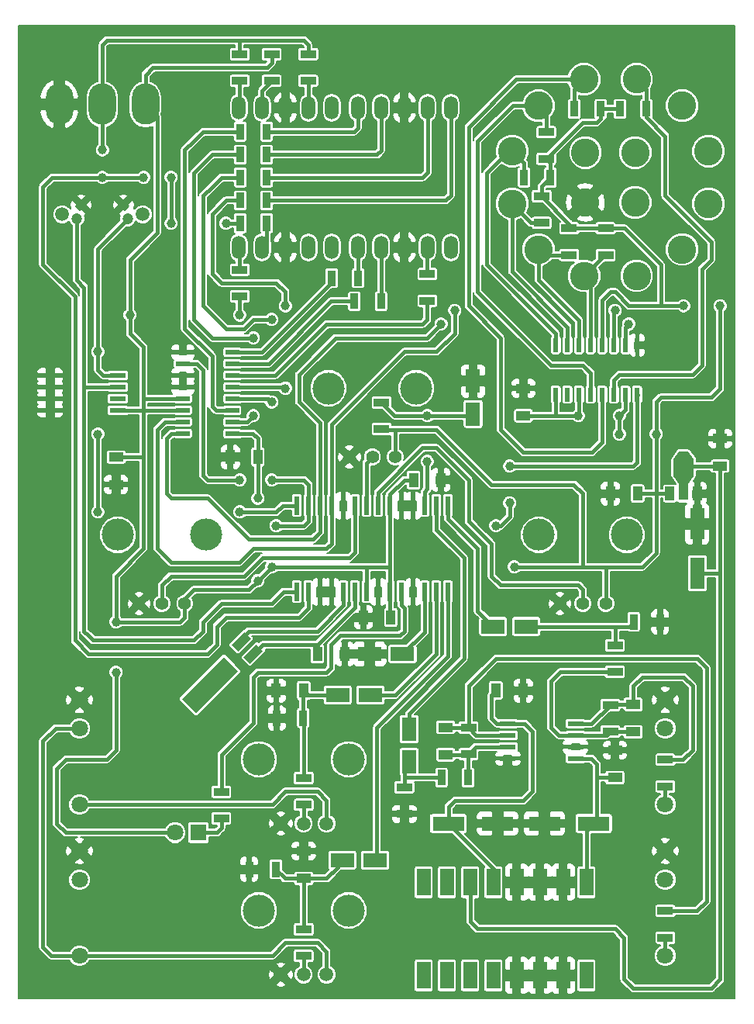
<source format=gbr>
G04 #@! TF.FileFunction,Copper,L2,Bot,Signal*
%FSLAX46Y46*%
G04 Gerber Fmt 4.6, Leading zero omitted, Abs format (unit mm)*
G04 Created by KiCad (PCBNEW 4.0.7) date Mon Nov 20 20:18:14 2017*
%MOMM*%
%LPD*%
G01*
G04 APERTURE LIST*
%ADD10C,0.100000*%
%ADD11R,2.600000X1.600000*%
%ADD12R,1.000000X1.600000*%
%ADD13C,1.800000*%
%ADD14R,1.700000X0.900000*%
%ADD15R,1.600000X2.600000*%
%ADD16O,1.524000X2.524000*%
%ADD17R,0.900000X1.700000*%
%ADD18R,1.600000X3.500000*%
%ADD19R,3.500000X1.600000*%
%ADD20R,1.800000X1.800000*%
%ADD21R,0.600000X2.000000*%
%ADD22O,3.000000X4.500000*%
%ADD23R,1.600000X1.000000*%
%ADD24R,1.000000X1.500000*%
%ADD25R,1.000000X1.800000*%
%ADD26R,2.200000X1.840000*%
%ADD27C,1.500000*%
%ADD28C,1.200000*%
%ADD29C,3.098800*%
%ADD30R,1.500000X3.000000*%
%ADD31R,1.750000X0.550000*%
%ADD32R,1.500000X0.600000*%
%ADD33R,0.600000X1.500000*%
%ADD34C,1.400000*%
%ADD35C,3.500000*%
%ADD36C,1.000000*%
%ADD37C,0.406400*%
%ADD38C,0.203200*%
G04 APERTURE END LIST*
D10*
D11*
X38800000Y33500000D03*
X35200000Y33500000D03*
D12*
X33000000Y38000000D03*
X36000000Y38000000D03*
X31500000Y34000000D03*
X28500000Y34000000D03*
D13*
X7000000Y13380000D03*
X7000000Y16480000D03*
X7000000Y5080000D03*
D14*
X49500000Y27050000D03*
X49500000Y29950000D03*
D15*
X43000000Y29800000D03*
X43000000Y26200000D03*
D16*
X24420000Y82380000D03*
X26960000Y82380000D03*
X29500000Y82380000D03*
X32040000Y82380000D03*
X34580000Y82380000D03*
X34580000Y97620000D03*
X32040000Y97620000D03*
X29500000Y97620000D03*
X26960000Y97620000D03*
X24420000Y97620000D03*
X37420000Y82380000D03*
X39960000Y82380000D03*
X42500000Y82380000D03*
X45040000Y82380000D03*
X47580000Y82380000D03*
X47580000Y97620000D03*
X45040000Y97620000D03*
X42500000Y97620000D03*
X39960000Y97620000D03*
X37420000Y97620000D03*
D17*
X24550000Y92500000D03*
X27450000Y92500000D03*
D11*
X42300000Y38000000D03*
X38700000Y38000000D03*
D15*
X50000000Y64200000D03*
X50000000Y67800000D03*
D11*
X39300000Y15500000D03*
X35700000Y15500000D03*
X52200000Y41000000D03*
X55800000Y41000000D03*
D18*
X74500000Y46800000D03*
X74500000Y52200000D03*
D19*
X47300000Y19500000D03*
X52700000Y19500000D03*
X63200000Y19500000D03*
X57800000Y19500000D03*
D20*
X20000000Y18500000D03*
D13*
X17460000Y18500000D03*
D21*
X47255000Y44800000D03*
X45985000Y44800000D03*
X44715000Y44800000D03*
X43445000Y44800000D03*
X42175000Y44800000D03*
X40905000Y44800000D03*
X39635000Y44800000D03*
X38365000Y44800000D03*
X37095000Y44800000D03*
X35825000Y44800000D03*
X34555000Y44800000D03*
X33285000Y44800000D03*
X32015000Y44800000D03*
X30745000Y44800000D03*
X30745000Y54200000D03*
X32015000Y54200000D03*
X33285000Y54200000D03*
X34555000Y54200000D03*
X35825000Y54200000D03*
X37095000Y54200000D03*
X38365000Y54200000D03*
X39635000Y54200000D03*
X40905000Y54200000D03*
X42175000Y54200000D03*
X43445000Y54200000D03*
X44715000Y54200000D03*
X45985000Y54200000D03*
X47255000Y54200000D03*
D22*
X9500000Y98000000D03*
X14200000Y98000000D03*
X4800000Y98000000D03*
D14*
X22500000Y20050000D03*
X22500000Y22950000D03*
X40000000Y62550000D03*
X40000000Y65450000D03*
D17*
X24550000Y90000000D03*
X27450000Y90000000D03*
X24550000Y87500000D03*
X27450000Y87500000D03*
D14*
X45000000Y76550000D03*
X45000000Y79450000D03*
D17*
X37050000Y76500000D03*
X39950000Y76500000D03*
X34550000Y79000000D03*
X37450000Y79000000D03*
X24550000Y95000000D03*
X27450000Y95000000D03*
D14*
X32000000Y103450000D03*
X32000000Y100550000D03*
D17*
X24550000Y85000000D03*
X27450000Y85000000D03*
D14*
X24500000Y77050000D03*
X24500000Y79950000D03*
X28000000Y103450000D03*
X28000000Y100550000D03*
X24500000Y103450000D03*
X24500000Y100550000D03*
X64500000Y84450000D03*
X64500000Y81550000D03*
X60500000Y84450000D03*
X60500000Y81550000D03*
X57500000Y87950000D03*
X57500000Y85050000D03*
D17*
X58450000Y90000000D03*
X55550000Y90000000D03*
D14*
X58000000Y92050000D03*
X58000000Y94950000D03*
D17*
X63950000Y97500000D03*
X61050000Y97500000D03*
X66050000Y97500000D03*
X68950000Y97500000D03*
D14*
X31500000Y5050000D03*
X31500000Y7950000D03*
D17*
X28450000Y14500000D03*
X25550000Y14500000D03*
D14*
X31500000Y21550000D03*
X31500000Y24450000D03*
D17*
X31450000Y31000000D03*
X28550000Y31000000D03*
D14*
X65000000Y29550000D03*
X65000000Y32450000D03*
X71000000Y26450000D03*
X71000000Y23550000D03*
X65500000Y38950000D03*
X65500000Y36050000D03*
D17*
X67550000Y41500000D03*
X70450000Y41500000D03*
D14*
X71000000Y9950000D03*
X71000000Y7050000D03*
D17*
X46550000Y24500000D03*
X49450000Y24500000D03*
D14*
X42500000Y23450000D03*
X42500000Y20550000D03*
D12*
X41000000Y42000000D03*
X38000000Y42000000D03*
X43500000Y57000000D03*
X46500000Y57000000D03*
D23*
X31500000Y13500000D03*
X31500000Y16500000D03*
X67500000Y29500000D03*
X67500000Y32500000D03*
D12*
X52500000Y34000000D03*
X55500000Y34000000D03*
D23*
X65500000Y24500000D03*
X65500000Y27500000D03*
X47000000Y27000000D03*
X47000000Y30000000D03*
X77000000Y58500000D03*
X77000000Y61500000D03*
D12*
X68000000Y55500000D03*
X65000000Y55500000D03*
D10*
G36*
X73500000Y60092000D02*
X74100000Y59242000D01*
X71900000Y59242000D01*
X72500000Y60092000D01*
X73500000Y60092000D01*
X73500000Y60092000D01*
G37*
D24*
X74500000Y55520000D03*
D25*
X73000000Y55666500D03*
D24*
X71500000Y55520000D03*
D26*
X73000000Y58333500D03*
D10*
G36*
X72600000Y56423800D02*
X71900000Y57423800D01*
X74100000Y57423800D01*
X73400000Y56423800D01*
X72600000Y56423800D01*
X72600000Y56423800D01*
G37*
D27*
X5100000Y86000000D03*
X13900000Y86000000D03*
D28*
X12300000Y85500000D03*
X11800000Y87000000D03*
X7200000Y87000000D03*
X6700000Y85500000D03*
D23*
X11000000Y59500000D03*
X11000000Y56500000D03*
D12*
X23500000Y59500000D03*
X26500000Y59500000D03*
D23*
X55500000Y67000000D03*
X55500000Y64000000D03*
D29*
X62124720Y79276120D03*
X57148860Y82148860D03*
X54276120Y87124720D03*
X54276120Y92875280D03*
X57148860Y97851140D03*
X62124720Y100723880D03*
X67875280Y100723880D03*
X72851140Y97851140D03*
X75723880Y92875280D03*
X75723880Y87124720D03*
X72851140Y82148860D03*
X67875280Y79276120D03*
X62274580Y87274580D03*
X62274580Y92725420D03*
X67725420Y92725420D03*
X67725420Y87274580D03*
D30*
X62390000Y13080000D03*
X59850000Y13080000D03*
X57310000Y13080000D03*
X54770000Y13080000D03*
X52230000Y13080000D03*
X49690000Y13080000D03*
X47150000Y13080000D03*
X44610000Y13080000D03*
X62390000Y2920000D03*
X59850000Y2920000D03*
X57310000Y2920000D03*
X54770000Y2920000D03*
X52230000Y2920000D03*
X49690000Y2920000D03*
X47150000Y2920000D03*
X44610000Y2920000D03*
D13*
X7000000Y29880000D03*
X7000000Y32980000D03*
X7000000Y21580000D03*
X71000000Y29880000D03*
X71000000Y32980000D03*
X71000000Y21580000D03*
X71000000Y13380000D03*
X71000000Y16480000D03*
X71000000Y5080000D03*
D31*
X3800000Y64595000D03*
X3800000Y65865000D03*
X3800000Y67135000D03*
X3800000Y68405000D03*
X11200000Y68405000D03*
X11200000Y67135000D03*
X11200000Y65865000D03*
X11200000Y64595000D03*
X61200000Y30405000D03*
X61200000Y29135000D03*
X61200000Y27865000D03*
X61200000Y26595000D03*
X53800000Y26595000D03*
X53800000Y27865000D03*
X53800000Y29135000D03*
X53800000Y30405000D03*
D32*
X18300000Y62055000D03*
X18300000Y63325000D03*
X18300000Y64595000D03*
X18300000Y65865000D03*
X18300000Y67135000D03*
X18300000Y68405000D03*
X18300000Y69675000D03*
X18300000Y70945000D03*
X23700000Y70945000D03*
X23700000Y69675000D03*
X23700000Y68405000D03*
X23700000Y67135000D03*
X23700000Y65865000D03*
X23700000Y64595000D03*
X23700000Y63325000D03*
X23700000Y62055000D03*
D33*
X59055000Y71700000D03*
X60325000Y71700000D03*
X61595000Y71700000D03*
X62865000Y71700000D03*
X64135000Y71700000D03*
X65405000Y71700000D03*
X66675000Y71700000D03*
X67945000Y71700000D03*
X67945000Y66300000D03*
X66675000Y66300000D03*
X65405000Y66300000D03*
X64135000Y66300000D03*
X62865000Y66300000D03*
X61595000Y66300000D03*
X60325000Y66300000D03*
X59055000Y66300000D03*
D10*
G36*
X27060660Y38353553D02*
X25646447Y36939340D01*
X24939340Y37646447D01*
X26353553Y39060660D01*
X27060660Y38353553D01*
X27060660Y38353553D01*
G37*
G36*
X25717157Y39697056D02*
X24302944Y38282843D01*
X23595837Y38989950D01*
X25010050Y40404163D01*
X25717157Y39697056D01*
X25717157Y39697056D01*
G37*
G36*
X24338299Y36126167D02*
X19742105Y31529973D01*
X18186471Y33085607D01*
X22782665Y37681801D01*
X24338299Y36126167D01*
X24338299Y36126167D01*
G37*
D34*
X13500000Y43500000D03*
X16000000Y43500000D03*
X18500000Y43500000D03*
D35*
X11200000Y51000000D03*
X20800000Y51000000D03*
D34*
X36500000Y59500000D03*
X39000000Y59500000D03*
X41500000Y59500000D03*
D35*
X34200000Y67000000D03*
X43800000Y67000000D03*
D34*
X59500000Y43500000D03*
X62000000Y43500000D03*
X64500000Y43500000D03*
D35*
X57200000Y51000000D03*
X66800000Y51000000D03*
D27*
X29000000Y3000000D03*
X31500000Y3000000D03*
X34000000Y3000000D03*
D35*
X36400000Y10000000D03*
X26600000Y10000000D03*
D27*
X29000000Y19500000D03*
X31500000Y19500000D03*
X34000000Y19500000D03*
D35*
X36400000Y26500000D03*
X26600000Y26500000D03*
D36*
X70000000Y62000000D03*
X66000000Y62000000D03*
X66000000Y64000000D03*
X61500000Y64000000D03*
X11000000Y36000000D03*
X11000000Y41500000D03*
X26500000Y55000000D03*
X26500000Y46000000D03*
X73000000Y76000000D03*
X77000000Y76000000D03*
X28000000Y47500000D03*
X54500000Y47500000D03*
X24500000Y75000000D03*
X12500000Y75000000D03*
X45000000Y64000000D03*
X45000000Y59000000D03*
X67000000Y74000000D03*
X46500000Y74000000D03*
X48000000Y75500000D03*
X65500000Y75500000D03*
X29500000Y67000000D03*
X29500000Y76000000D03*
X28000000Y74500000D03*
X28000000Y65500000D03*
X54000000Y58500000D03*
X54000000Y54500000D03*
X52500000Y52000000D03*
X28500000Y52000000D03*
X28000000Y57000000D03*
X24500000Y57000000D03*
X26000000Y72500000D03*
X26000000Y64000000D03*
X24500000Y53500000D03*
X9000000Y53500000D03*
X9000000Y62000000D03*
X9000000Y71000000D03*
X14000000Y90000000D03*
X17000000Y90000000D03*
X17000000Y85000000D03*
X23000000Y85000000D03*
X9500000Y93000000D03*
X9500000Y90000000D03*
D37*
X26000000Y38000000D02*
X27000000Y39000000D01*
X27000000Y39000000D02*
X33000000Y39000000D01*
X33000000Y38000000D02*
X33000000Y39000000D01*
X33500000Y39500000D02*
X37095000Y43095000D01*
X37095000Y43095000D02*
X37095000Y44800000D01*
X33000000Y39000000D02*
X33500000Y39500000D01*
X53800000Y30405000D02*
X52595000Y30405000D01*
X52000000Y31000000D02*
X52000000Y33500000D01*
X52595000Y30405000D02*
X52000000Y31000000D01*
X52000000Y33500000D02*
X52500000Y34000000D01*
X48000000Y22000000D02*
X55500000Y22000000D01*
X47300000Y21300000D02*
X48000000Y22000000D01*
X47300000Y19500000D02*
X47300000Y21300000D01*
X55595000Y30405000D02*
X53800000Y30405000D01*
X56500000Y29500000D02*
X55595000Y30405000D01*
X56500000Y23000000D02*
X56500000Y29500000D01*
X55500000Y22000000D02*
X56500000Y23000000D01*
X52230000Y13080000D02*
X52230000Y14570000D01*
X52230000Y14570000D02*
X47300000Y19500000D01*
X65500000Y24500000D02*
X63500000Y24500000D01*
X61200000Y26595000D02*
X62905000Y26595000D01*
X63500000Y26000000D02*
X63500000Y24500000D01*
X63500000Y24500000D02*
X63500000Y19800000D01*
X62905000Y26595000D02*
X63500000Y26000000D01*
X63500000Y19800000D02*
X63200000Y19500000D01*
X63765000Y20065000D02*
X63200000Y19500000D01*
X62390000Y13080000D02*
X62390000Y18690000D01*
X62390000Y18690000D02*
X63200000Y19500000D01*
X37450000Y79000000D02*
X37450000Y82350000D01*
X37450000Y82350000D02*
X37420000Y82380000D01*
X39950000Y76500000D02*
X39950000Y82370000D01*
X39950000Y82370000D02*
X39960000Y82380000D01*
X45000000Y79450000D02*
X45000000Y82340000D01*
X45000000Y82340000D02*
X45040000Y82380000D01*
X27450000Y87500000D02*
X47000000Y87500000D01*
X47580000Y88080000D02*
X47580000Y97620000D01*
X47000000Y87500000D02*
X47580000Y88080000D01*
X27450000Y90000000D02*
X44500000Y90000000D01*
X45040000Y90540000D02*
X45040000Y97620000D01*
X44500000Y90000000D02*
X45040000Y90540000D01*
X27450000Y92500000D02*
X39500000Y92500000D01*
X39960000Y92960000D02*
X39960000Y97620000D01*
X39500000Y92500000D02*
X39960000Y92960000D01*
X27450000Y95000000D02*
X37000000Y95000000D01*
X37420000Y95420000D02*
X37420000Y97620000D01*
X37000000Y95000000D02*
X37420000Y95420000D01*
X24500000Y79950000D02*
X24500000Y82300000D01*
X24500000Y82300000D02*
X24420000Y82380000D01*
X24550000Y82250000D02*
X24420000Y82380000D01*
X27450000Y85000000D02*
X27450000Y82870000D01*
X27450000Y82870000D02*
X26960000Y82380000D01*
X32000000Y100550000D02*
X32000000Y97660000D01*
X32000000Y97660000D02*
X32040000Y97620000D01*
X32040000Y100510000D02*
X32000000Y100550000D01*
X26960000Y97620000D02*
X26960000Y99510000D01*
X26960000Y99510000D02*
X28000000Y100550000D01*
X24500000Y100550000D02*
X24500000Y97700000D01*
X24500000Y97700000D02*
X24420000Y97620000D01*
X41500000Y62500000D02*
X40050000Y62500000D01*
X40050000Y62500000D02*
X40000000Y62550000D01*
X18500000Y43500000D02*
X18500000Y44000000D01*
X18500000Y44000000D02*
X19500000Y45000000D01*
X25500000Y45000000D02*
X26500000Y46000000D01*
X19500000Y45000000D02*
X25500000Y45000000D01*
X11000000Y59500000D02*
X14000000Y59500000D01*
X14000000Y61690000D02*
X14000000Y59500000D01*
X14000000Y59500000D02*
X14000000Y49500000D01*
X11000000Y41500000D02*
X11000000Y46000000D01*
X14000000Y62000000D02*
X14000000Y64500000D01*
X14000000Y61690000D02*
X14000000Y62000000D01*
X11000000Y46500000D02*
X11000000Y46000000D01*
X14000000Y49500000D02*
X11000000Y46500000D01*
X52000000Y56500000D02*
X61000000Y56500000D01*
X46000000Y62500000D02*
X52000000Y56500000D01*
X41500000Y62500000D02*
X46000000Y62500000D01*
X62000000Y55500000D02*
X62000000Y47500000D01*
X61000000Y56500000D02*
X62000000Y55500000D01*
X63950000Y97500000D02*
X63950000Y96450000D01*
X61950000Y96000000D02*
X58000000Y92050000D01*
X63500000Y96000000D02*
X61950000Y96000000D01*
X63950000Y96450000D02*
X63500000Y96000000D01*
X58450000Y90000000D02*
X58450000Y91600000D01*
X58450000Y91600000D02*
X58000000Y92050000D01*
X24500000Y75000000D02*
X24500000Y77050000D01*
X55500000Y64000000D02*
X59000000Y64000000D01*
X66000000Y64000000D02*
X66000000Y62000000D01*
X70000000Y62000000D02*
X70000000Y62500000D01*
X59000000Y64000000D02*
X59000000Y66245000D01*
X59000000Y66245000D02*
X59055000Y66300000D01*
X59000000Y64000000D02*
X61500000Y64000000D01*
X66675000Y64675000D02*
X66000000Y64000000D01*
X66675000Y66300000D02*
X66675000Y64675000D01*
X61595000Y64095000D02*
X61595000Y66300000D01*
X61500000Y64000000D02*
X61595000Y64095000D01*
X70500000Y76000000D02*
X67000000Y76000000D01*
X64135000Y76635000D02*
X64135000Y71700000D01*
X65000000Y77500000D02*
X64135000Y76635000D01*
X65500000Y77500000D02*
X65000000Y77500000D01*
X67000000Y76000000D02*
X65500000Y77500000D01*
X4500000Y19500000D02*
X4500000Y25500000D01*
X4500000Y19500000D02*
X5500000Y18500000D01*
X17460000Y18500000D02*
X5500000Y18500000D01*
X11000000Y27500000D02*
X10000000Y26500000D01*
X11000000Y36000000D02*
X11000000Y27500000D01*
X5500000Y26500000D02*
X10000000Y26500000D01*
X4500000Y25500000D02*
X5500000Y26500000D01*
X26500000Y59000000D02*
X26500000Y55000000D01*
X26500000Y59000000D02*
X26500000Y61500000D01*
X25945000Y62055000D02*
X23700000Y62055000D01*
X26500000Y61500000D02*
X25945000Y62055000D01*
X70500000Y76000000D02*
X70500000Y80500000D01*
X66550000Y84450000D02*
X64500000Y84450000D01*
X70500000Y80500000D02*
X66550000Y84450000D01*
X70500000Y66000000D02*
X70000000Y65500000D01*
X70500000Y76000000D02*
X73000000Y76000000D01*
X76000000Y66000000D02*
X70500000Y66000000D01*
X77000000Y67000000D02*
X77000000Y76000000D01*
X76000000Y66000000D02*
X77000000Y67000000D01*
X70000000Y65500000D02*
X70000000Y62500000D01*
X70000000Y62500000D02*
X70000000Y55500000D01*
X70000000Y55500000D02*
X70000000Y49000000D01*
X68500000Y47500000D02*
X64500000Y47500000D01*
X70000000Y49000000D02*
X68500000Y47500000D01*
X18300000Y64595000D02*
X13905000Y64595000D01*
X18300000Y65865000D02*
X14000000Y65865000D01*
X14000000Y65865000D02*
X14000000Y66000000D01*
X11200000Y64595000D02*
X13905000Y64595000D01*
X13905000Y64595000D02*
X14000000Y64500000D01*
X14000000Y64230000D02*
X14000000Y64500000D01*
X12500000Y73500000D02*
X12500000Y73000000D01*
X12500000Y73000000D02*
X14000000Y71500000D01*
X14000000Y71500000D02*
X14000000Y66000000D01*
X14000000Y66000000D02*
X14000000Y64500000D01*
X12500000Y75000000D02*
X12500000Y73500000D01*
X64500000Y47500000D02*
X62000000Y47500000D01*
X62000000Y47500000D02*
X59500000Y47500000D01*
X59500000Y47500000D02*
X54500000Y47500000D01*
X38500000Y47500000D02*
X40905000Y47500000D01*
X40905000Y44800000D02*
X40905000Y42095000D01*
X40905000Y42095000D02*
X41000000Y42000000D01*
X18500000Y43500000D02*
X18500000Y42000000D01*
X18000000Y41500000D02*
X11000000Y41500000D01*
X18500000Y42000000D02*
X18000000Y41500000D01*
X41500000Y59500000D02*
X41500000Y62500000D01*
X64500000Y43500000D02*
X64500000Y47500000D01*
X24550000Y75050000D02*
X24500000Y75000000D01*
X15500000Y85000000D02*
X15500000Y84000000D01*
X15500000Y91500000D02*
X15500000Y85000000D01*
X12500000Y81000000D02*
X12500000Y75000000D01*
X15500000Y84000000D02*
X12500000Y81000000D01*
X70000000Y55500000D02*
X68000000Y55500000D01*
X69850000Y55500000D02*
X70000000Y55500000D01*
X70000000Y55500000D02*
X71480000Y55500000D01*
X71480000Y55500000D02*
X71500000Y55520000D01*
X38365000Y44800000D02*
X38365000Y47500000D01*
X38365000Y47500000D02*
X38500000Y47500000D01*
X26500000Y46000000D02*
X26500000Y46000000D01*
X26500000Y46000000D02*
X28000000Y47500000D01*
X28000000Y47500000D02*
X38500000Y47500000D01*
X26500000Y46000000D02*
X26500000Y46000000D01*
X15500000Y91500000D02*
X15500000Y96700000D01*
X15500000Y96700000D02*
X14200000Y98000000D01*
X40905000Y54200000D02*
X40905000Y55405000D01*
X42500000Y57000000D02*
X43500000Y57000000D01*
X40905000Y55405000D02*
X42500000Y57000000D01*
X14200000Y98000000D02*
X14200000Y101200000D01*
X14200000Y101200000D02*
X15000000Y102000000D01*
X15000000Y102000000D02*
X27500000Y102000000D01*
X27500000Y102000000D02*
X28000000Y102500000D01*
X28000000Y102500000D02*
X28000000Y103450000D01*
X60500000Y84450000D02*
X64500000Y84450000D01*
X60500000Y84450000D02*
X60500000Y84950000D01*
X60500000Y84950000D02*
X57500000Y87950000D01*
X57500000Y87950000D02*
X57500000Y89050000D01*
X57500000Y89050000D02*
X58450000Y90000000D01*
X58500000Y90050000D02*
X58450000Y90000000D01*
X66050000Y97500000D02*
X63950000Y97500000D01*
X40905000Y44800000D02*
X40905000Y47500000D01*
X40905000Y47500000D02*
X40905000Y48000000D01*
X40905000Y48000000D02*
X40905000Y48500000D01*
X40905000Y48500000D02*
X40905000Y49000000D01*
X40905000Y49000000D02*
X40905000Y54200000D01*
X44715000Y44800000D02*
X44715000Y40415000D01*
X44715000Y40415000D02*
X42300000Y38000000D01*
X45000000Y64000000D02*
X41450000Y64000000D01*
X41450000Y64000000D02*
X40000000Y65450000D01*
X45000000Y64000000D02*
X49800000Y64000000D01*
X49800000Y64000000D02*
X50000000Y64200000D01*
X45000000Y64000000D02*
X45000000Y64000000D01*
X44715000Y54200000D02*
X44715000Y55715000D01*
X45000000Y56000000D02*
X45000000Y59000000D01*
X44715000Y55715000D02*
X45000000Y56000000D01*
X40000000Y30500000D02*
X39500000Y30000000D01*
X47255000Y44800000D02*
X47255000Y37755000D01*
X47255000Y37755000D02*
X47000000Y37500000D01*
X40000000Y30500000D02*
X47000000Y37500000D01*
X39500000Y30000000D02*
X39500000Y16200000D01*
X39500000Y16200000D02*
X38800000Y15500000D01*
X31500000Y13500000D02*
X29450000Y13500000D01*
X29450000Y13500000D02*
X28450000Y14500000D01*
X34000000Y13500000D02*
X35200000Y14700000D01*
X35200000Y14700000D02*
X35200000Y15500000D01*
X31500000Y13500000D02*
X34000000Y13500000D01*
X31500000Y7950000D02*
X31500000Y13500000D01*
X45985000Y44800000D02*
X45985000Y38000000D01*
X45985000Y38000000D02*
X45985000Y37985000D01*
X38800000Y33500000D02*
X41485000Y33500000D01*
X41485000Y33500000D02*
X45985000Y38000000D01*
X35200000Y33500000D02*
X32000000Y33500000D01*
X32000000Y33500000D02*
X31500000Y34000000D01*
X31450000Y31000000D02*
X31450000Y33950000D01*
X31450000Y33950000D02*
X31500000Y34000000D01*
X31500000Y24450000D02*
X31500000Y30950000D01*
X31500000Y30950000D02*
X31450000Y31000000D01*
X61200000Y29135000D02*
X59365000Y29135000D01*
X59550000Y36050000D02*
X65500000Y36050000D01*
X58500000Y35000000D02*
X59550000Y36050000D01*
X58500000Y30000000D02*
X58500000Y35000000D01*
X59365000Y29135000D02*
X58500000Y30000000D01*
X61200000Y29135000D02*
X64585000Y29135000D01*
X64585000Y29135000D02*
X65000000Y29550000D01*
X68000000Y29500000D02*
X65550000Y29500000D01*
X65550000Y29500000D02*
X65500000Y29550000D01*
X61200000Y30405000D02*
X62955000Y30405000D01*
X62955000Y30405000D02*
X65000000Y32450000D01*
X73000000Y35500000D02*
X68500000Y35500000D01*
X73000000Y35500000D02*
X74000000Y34500000D01*
X74000000Y34500000D02*
X74000000Y27500000D01*
X74000000Y27500000D02*
X72950000Y26450000D01*
X71000000Y26450000D02*
X72950000Y26450000D01*
X67500000Y34500000D02*
X67500000Y32500000D01*
X68500000Y35500000D02*
X67500000Y34500000D01*
X68000000Y32500000D02*
X65550000Y32500000D01*
X65550000Y32500000D02*
X65500000Y32450000D01*
X47255000Y54200000D02*
X47255000Y52745000D01*
X50500000Y42700000D02*
X52200000Y41000000D01*
X50500000Y49500000D02*
X50500000Y42700000D01*
X47255000Y52745000D02*
X50500000Y49500000D01*
X65500000Y38950000D02*
X65500000Y41000000D01*
X55800000Y41000000D02*
X65500000Y41000000D01*
X65500000Y41000000D02*
X67050000Y41000000D01*
X67050000Y41000000D02*
X67550000Y41500000D01*
X53800000Y27865000D02*
X50315000Y27865000D01*
X50315000Y27865000D02*
X49500000Y27050000D01*
X49450000Y24500000D02*
X49450000Y27000000D01*
X49450000Y27000000D02*
X49500000Y27050000D01*
X47000000Y27000000D02*
X49450000Y27000000D01*
X49450000Y27000000D02*
X49500000Y27050000D01*
X75500000Y36500000D02*
X75500000Y11000000D01*
X49500000Y34500000D02*
X52500000Y37500000D01*
X52500000Y37500000D02*
X74500000Y37500000D01*
X74500000Y37500000D02*
X75500000Y36500000D01*
X49500000Y29950000D02*
X49500000Y34500000D01*
X74450000Y9950000D02*
X71000000Y9950000D01*
X75500000Y11000000D02*
X74450000Y9950000D01*
X53800000Y29135000D02*
X50315000Y29135000D01*
X50315000Y29135000D02*
X49500000Y29950000D01*
X47000000Y30000000D02*
X49450000Y30000000D01*
X49450000Y30000000D02*
X49500000Y29950000D01*
X49000000Y48500000D02*
X49000000Y37500000D01*
X45985000Y51515000D02*
X49000000Y48500000D01*
X45985000Y54200000D02*
X45985000Y51515000D01*
X43000000Y31500000D02*
X43000000Y29800000D01*
X49000000Y37500000D02*
X43000000Y31500000D01*
X46550000Y24500000D02*
X42500000Y24500000D01*
X42500000Y23450000D02*
X42500000Y24500000D01*
X42500000Y24500000D02*
X42500000Y25700000D01*
X42500000Y25700000D02*
X43000000Y26200000D01*
X74500000Y46800000D02*
X77000000Y46800000D01*
X77000000Y46800000D02*
X77000000Y46500000D01*
X77000000Y58500000D02*
X77000000Y46500000D01*
X77000000Y46500000D02*
X77000000Y2500000D01*
X49690000Y8810000D02*
X50500000Y8000000D01*
X50500000Y8000000D02*
X65500000Y8000000D01*
X65500000Y8000000D02*
X66500000Y7000000D01*
X66500000Y7000000D02*
X66500000Y2500000D01*
X66500000Y2500000D02*
X67500000Y1500000D01*
X49690000Y8810000D02*
X49690000Y13080000D01*
X68000000Y1500000D02*
X67500000Y1500000D01*
X76000000Y1500000D02*
X68000000Y1500000D01*
X77000000Y2500000D02*
X76000000Y1500000D01*
X77000000Y58500000D02*
X73166500Y58500000D01*
X73166500Y58500000D02*
X73000000Y58333500D01*
X73000000Y58333500D02*
X73000000Y59667000D01*
X73000000Y56923800D02*
X73000000Y58333500D01*
X73000000Y55666500D02*
X73000000Y56923800D01*
X76833500Y58333500D02*
X77000000Y58500000D01*
X20000000Y18500000D02*
X22000000Y18500000D01*
X22500000Y19000000D02*
X22500000Y20050000D01*
X22000000Y18500000D02*
X22500000Y19000000D01*
X31000000Y65500000D02*
X31000000Y68500000D01*
X33285000Y54200000D02*
X33285000Y63215000D01*
X66675000Y73675000D02*
X67000000Y74000000D01*
X45000000Y72500000D02*
X46500000Y74000000D01*
X66675000Y73675000D02*
X66675000Y71700000D01*
X33285000Y63215000D02*
X31000000Y65500000D01*
X35000000Y72500000D02*
X45000000Y72500000D01*
X31000000Y68500000D02*
X35000000Y72500000D01*
X32500000Y50500000D02*
X25500000Y50500000D01*
X17055000Y62055000D02*
X16500000Y61500000D01*
X33285000Y54200000D02*
X33285000Y51285000D01*
X32500000Y50500000D02*
X33285000Y51285000D01*
X17055000Y62055000D02*
X18300000Y62055000D01*
X16500000Y55500000D02*
X16500000Y61500000D01*
X17000000Y55000000D02*
X16500000Y55500000D01*
X21000000Y55000000D02*
X17000000Y55000000D01*
X25500000Y50500000D02*
X21000000Y55000000D01*
X23700000Y70945000D02*
X26945000Y70945000D01*
X26945000Y70945000D02*
X34550000Y78550000D01*
X34550000Y78550000D02*
X34550000Y79000000D01*
X34555000Y54200000D02*
X34555000Y63055000D01*
X65405000Y75405000D02*
X65405000Y71700000D01*
X48000000Y73000000D02*
X46000000Y71000000D01*
X48000000Y75500000D02*
X48000000Y73000000D01*
X65405000Y75405000D02*
X65500000Y75500000D01*
X42500000Y71000000D02*
X46000000Y71000000D01*
X34555000Y63055000D02*
X42500000Y71000000D01*
X15500000Y62500000D02*
X15500000Y49500000D01*
X15500000Y62500000D02*
X16325000Y63325000D01*
X18300000Y63325000D02*
X16325000Y63325000D01*
X34000000Y49500000D02*
X34555000Y50055000D01*
X34555000Y50055000D02*
X34555000Y54200000D01*
X26000000Y49500000D02*
X34000000Y49500000D01*
X24500000Y48000000D02*
X26000000Y49500000D01*
X17000000Y48000000D02*
X24500000Y48000000D01*
X15500000Y49500000D02*
X17000000Y48000000D01*
X23700000Y69675000D02*
X27675000Y69675000D01*
X34500000Y76500000D02*
X37050000Y76500000D01*
X27675000Y69675000D02*
X34500000Y76500000D01*
X23700000Y68405000D02*
X28405000Y68405000D01*
X44500000Y74000000D02*
X45000000Y74500000D01*
X45000000Y74500000D02*
X45000000Y76550000D01*
X34000000Y74000000D02*
X44500000Y74000000D01*
X28405000Y68405000D02*
X34000000Y74000000D01*
X22500000Y78500000D02*
X28500000Y78500000D01*
X21500000Y86000000D02*
X21500000Y79500000D01*
X23000000Y87500000D02*
X21500000Y86000000D01*
X24550000Y87500000D02*
X23000000Y87500000D01*
X21500000Y79500000D02*
X22500000Y78500000D01*
X29365000Y67135000D02*
X23700000Y67135000D01*
X29500000Y67000000D02*
X29365000Y67135000D01*
X29500000Y77500000D02*
X29500000Y76000000D01*
X28500000Y78500000D02*
X29500000Y77500000D01*
X25000000Y73500000D02*
X26000000Y74500000D01*
X27635000Y65865000D02*
X28000000Y65500000D01*
X20500000Y76000000D02*
X23000000Y73500000D01*
X24550000Y90000000D02*
X22500000Y90000000D01*
X21500000Y89000000D02*
X22500000Y90000000D01*
X21500000Y89000000D02*
X20500000Y88000000D01*
X20500000Y88000000D02*
X20500000Y76000000D01*
X23000000Y73500000D02*
X25000000Y73500000D01*
X27635000Y65865000D02*
X23700000Y65865000D01*
X26000000Y74500000D02*
X28000000Y74500000D01*
X18500000Y93000000D02*
X18500000Y73500000D01*
X19500000Y94000000D02*
X20500000Y95000000D01*
X24550000Y95000000D02*
X20500000Y95000000D01*
X18500000Y93000000D02*
X19500000Y94000000D01*
X21905000Y64595000D02*
X23700000Y64595000D01*
X21500000Y65000000D02*
X21905000Y64595000D01*
X21500000Y70500000D02*
X21500000Y65000000D01*
X18500000Y73500000D02*
X21500000Y70500000D01*
X65000000Y58500000D02*
X67500000Y58500000D01*
X31500000Y52000000D02*
X32015000Y52515000D01*
X32015000Y54200000D02*
X32015000Y52515000D01*
X52500000Y52000000D02*
X53000000Y52000000D01*
X65000000Y58500000D02*
X54000000Y58500000D01*
X54000000Y53000000D02*
X54000000Y54500000D01*
X53000000Y52000000D02*
X54000000Y53000000D01*
X28500000Y52000000D02*
X31500000Y52000000D01*
X67945000Y58945000D02*
X67945000Y66300000D01*
X67500000Y58500000D02*
X67945000Y58945000D01*
X18300000Y69675000D02*
X19825000Y69675000D01*
X32015000Y56485000D02*
X31500000Y57000000D01*
X31500000Y57000000D02*
X28000000Y57000000D01*
X32015000Y56485000D02*
X32015000Y54200000D01*
X21000000Y57000000D02*
X24500000Y57000000D01*
X20500000Y57500000D02*
X21000000Y57000000D01*
X20500000Y69000000D02*
X20500000Y57500000D01*
X19825000Y69675000D02*
X20500000Y69000000D01*
X68000000Y66245000D02*
X67945000Y66300000D01*
X32000000Y54215000D02*
X32015000Y54200000D01*
X23700000Y63325000D02*
X25325000Y63325000D01*
X21500000Y72500000D02*
X26000000Y72500000D01*
X19500000Y90500000D02*
X19500000Y74500000D01*
X20500000Y91500000D02*
X19500000Y90500000D01*
X20500000Y91500000D02*
X21500000Y92500000D01*
X21500000Y92500000D02*
X24550000Y92500000D01*
X19500000Y74500000D02*
X21500000Y72500000D01*
X25325000Y63325000D02*
X26000000Y64000000D01*
X51500000Y90500000D02*
X51500000Y80500000D01*
X53875280Y92875280D02*
X51500000Y90500000D01*
X59055000Y72945000D02*
X59055000Y71700000D01*
X51500000Y80500000D02*
X59055000Y72945000D01*
X54276120Y92875280D02*
X53875280Y92875280D01*
X55550000Y90000000D02*
X55550000Y91601400D01*
X55550000Y91601400D02*
X54276120Y92875280D01*
X54276120Y87124720D02*
X54276120Y79723880D01*
X60325000Y73675000D02*
X60325000Y71700000D01*
X54276120Y79723880D02*
X60325000Y73675000D01*
X57500000Y85050000D02*
X56350840Y85050000D01*
X56350840Y85050000D02*
X54276120Y87124720D01*
X61595000Y71700000D02*
X61595000Y74405000D01*
X57148860Y78851140D02*
X57148860Y82148860D01*
X61595000Y74405000D02*
X57148860Y78851140D01*
X60500000Y81550000D02*
X57747720Y81550000D01*
X57747720Y81550000D02*
X57148860Y82148860D01*
X65405000Y66300000D02*
X65405000Y67905000D01*
X75000000Y80000000D02*
X76000000Y81000000D01*
X76000000Y81000000D02*
X76000000Y83000000D01*
X71000000Y94500000D02*
X71000000Y88000000D01*
X68950000Y96550000D02*
X71000000Y94500000D01*
X68950000Y96550000D02*
X68950000Y97500000D01*
X71000000Y88000000D02*
X76000000Y83000000D01*
X75000000Y69500000D02*
X75000000Y80000000D01*
X74000000Y68500000D02*
X75000000Y69500000D01*
X66000000Y68500000D02*
X74000000Y68500000D01*
X65405000Y67905000D02*
X66000000Y68500000D01*
X68950000Y97500000D02*
X68950000Y97050000D01*
X68950000Y97500000D02*
X68950000Y99649160D01*
X68950000Y99649160D02*
X67875280Y100723880D01*
X62865000Y71700000D02*
X62865000Y78535840D01*
X62865000Y78535840D02*
X62124720Y79276120D01*
X62230000Y79170840D02*
X62124720Y79276120D01*
X62230000Y79170840D02*
X62124720Y79276120D01*
X64500000Y81550000D02*
X64398600Y81550000D01*
X64398600Y81550000D02*
X62124720Y79276120D01*
X63000000Y60000000D02*
X55500000Y60000000D01*
X63000000Y60000000D02*
X64135000Y61135000D01*
X64135000Y66300000D02*
X64135000Y61135000D01*
X54723880Y100723880D02*
X49500000Y95500000D01*
X54723880Y100723880D02*
X62124720Y100723880D01*
X49500000Y76000000D02*
X49500000Y95500000D01*
X53000000Y72500000D02*
X49500000Y76000000D01*
X53000000Y62500000D02*
X53000000Y72500000D01*
X55500000Y60000000D02*
X53000000Y62500000D01*
X61050000Y97500000D02*
X61050000Y99649160D01*
X61050000Y99649160D02*
X62124720Y100723880D01*
X58000000Y94950000D02*
X58000000Y97000000D01*
X58000000Y97000000D02*
X57148860Y97851140D01*
X50500000Y94000000D02*
X50500000Y77500000D01*
X54351140Y97851140D02*
X50500000Y94000000D01*
X57148860Y97851140D02*
X54351140Y97851140D01*
X62865000Y68635000D02*
X62865000Y66300000D01*
X62000000Y69500000D02*
X62865000Y68635000D01*
X58500000Y69500000D02*
X62000000Y69500000D01*
X50500000Y77500000D02*
X58500000Y69500000D01*
X20500000Y40500000D02*
X20500000Y41500000D01*
X19500000Y39500000D02*
X20500000Y40500000D01*
X7500000Y67500000D02*
X7500000Y40500000D01*
X7500000Y40500000D02*
X8000000Y40000000D01*
X8000000Y40000000D02*
X8500000Y39500000D01*
X8500000Y39500000D02*
X19500000Y39500000D01*
X29300000Y44800000D02*
X30745000Y44800000D01*
X28000000Y43500000D02*
X29300000Y44800000D01*
X22500000Y43500000D02*
X28000000Y43500000D01*
X20500000Y41500000D02*
X22500000Y43500000D01*
X11200000Y67135000D02*
X7500000Y67135000D01*
X7500000Y67135000D02*
X7500000Y67500000D01*
X7500000Y67770000D02*
X7500000Y67500000D01*
X7500000Y78000000D02*
X7500000Y67500000D01*
X6700000Y78800000D02*
X7500000Y78000000D01*
X6700000Y85500000D02*
X6700000Y78800000D01*
X11200000Y68405000D02*
X9595000Y68405000D01*
X9000000Y69000000D02*
X9000000Y71000000D01*
X9595000Y68405000D02*
X9000000Y69000000D01*
X9000000Y71000000D02*
X9000000Y82200000D01*
X28500000Y53500000D02*
X29200000Y54200000D01*
X30745000Y54200000D02*
X29200000Y54200000D01*
X9000000Y53500000D02*
X9000000Y62000000D01*
X24500000Y53500000D02*
X28500000Y53500000D01*
X9000000Y82200000D02*
X12300000Y85500000D01*
X7000000Y5080000D02*
X28080000Y5080000D01*
X28080000Y5080000D02*
X29500000Y6500000D01*
X29500000Y6500000D02*
X33000000Y6500000D01*
X33000000Y6500000D02*
X34000000Y5500000D01*
X34000000Y5500000D02*
X34000000Y3000000D01*
X3000000Y28500000D02*
X3000000Y6000000D01*
X4380000Y29880000D02*
X3000000Y28500000D01*
X7000000Y29880000D02*
X4380000Y29880000D01*
X3920000Y5080000D02*
X7000000Y5080000D01*
X3000000Y6000000D02*
X3920000Y5080000D01*
X33000000Y23000000D02*
X34000000Y22000000D01*
X34000000Y22000000D02*
X34000000Y19500000D01*
X29500000Y23000000D02*
X33000000Y23000000D01*
X28080000Y21580000D02*
X29500000Y23000000D01*
X7000000Y21580000D02*
X28080000Y21580000D01*
X71000000Y21580000D02*
X71000000Y23550000D01*
X71000000Y5080000D02*
X71000000Y7050000D01*
X22500000Y22950000D02*
X22500000Y27000000D01*
X42175000Y43325000D02*
X42500000Y43000000D01*
X42500000Y43000000D02*
X42500000Y40500000D01*
X42500000Y40500000D02*
X42000000Y40000000D01*
X42000000Y40000000D02*
X35500000Y40000000D01*
X35500000Y40000000D02*
X34500000Y39000000D01*
X42175000Y43325000D02*
X42175000Y44800000D01*
X34500000Y36500000D02*
X34500000Y39000000D01*
X34000000Y36000000D02*
X34500000Y36500000D01*
X26500000Y36000000D02*
X34000000Y36000000D01*
X26000000Y35500000D02*
X26500000Y36000000D01*
X26000000Y30500000D02*
X26000000Y35500000D01*
X22500000Y27000000D02*
X26000000Y30500000D01*
X8000000Y38000000D02*
X21000000Y38000000D01*
X32015000Y43015000D02*
X31000000Y42000000D01*
X6500000Y77000000D02*
X3000000Y80500000D01*
X3000000Y80500000D02*
X3000000Y89000000D01*
X3000000Y89000000D02*
X4000000Y90000000D01*
X9500000Y90000000D02*
X4000000Y90000000D01*
X32015000Y43015000D02*
X32015000Y44800000D01*
X8000000Y38000000D02*
X6500000Y39500000D01*
X6500000Y39500000D02*
X6500000Y77000000D01*
X23000000Y42000000D02*
X31000000Y42000000D01*
X22000000Y41000000D02*
X23000000Y42000000D01*
X22000000Y39000000D02*
X22000000Y41000000D01*
X21000000Y38000000D02*
X22000000Y39000000D01*
X24550000Y85000000D02*
X23000000Y85000000D01*
X14000000Y90000000D02*
X9500000Y90000000D01*
X17000000Y85000000D02*
X17000000Y90000000D01*
X9500000Y93000000D02*
X9500000Y98000000D01*
X24500000Y103450000D02*
X24500000Y105000000D01*
X9500000Y98000000D02*
X9500000Y104500000D01*
X32000000Y104500000D02*
X32000000Y103450000D01*
X31500000Y105000000D02*
X32000000Y104500000D01*
X10000000Y105000000D02*
X24500000Y105000000D01*
X24500000Y105000000D02*
X31500000Y105000000D01*
X9500000Y104500000D02*
X10000000Y105000000D01*
X31500000Y3000000D02*
X31500000Y5050000D01*
X31500000Y19500000D02*
X31500000Y21550000D01*
X16000000Y43500000D02*
X16000000Y45500000D01*
X27000000Y48500000D02*
X36500000Y48500000D01*
X36500000Y48500000D02*
X37095000Y49095000D01*
X37095000Y49095000D02*
X37095000Y54200000D01*
X25000000Y46500000D02*
X27000000Y48500000D01*
X17000000Y46500000D02*
X25000000Y46500000D01*
X16000000Y45500000D02*
X17000000Y46500000D01*
X38365000Y54200000D02*
X38365000Y58865000D01*
X38365000Y58865000D02*
X39000000Y59500000D01*
X52000000Y50000000D02*
X52000000Y46500000D01*
X52000000Y50000000D02*
X49500000Y52500000D01*
X49500000Y52500000D02*
X49500000Y53500000D01*
X49500000Y56000000D02*
X49500000Y57000000D01*
X49500000Y56000000D02*
X49500000Y53500000D01*
X46000000Y60500000D02*
X49500000Y57000000D01*
X44500000Y60500000D02*
X46000000Y60500000D01*
X39635000Y55635000D02*
X44500000Y60500000D01*
X62000000Y45000000D02*
X62000000Y43500000D01*
X61500000Y45500000D02*
X62000000Y45000000D01*
X53000000Y45500000D02*
X61500000Y45500000D01*
X52000000Y46500000D02*
X53000000Y45500000D01*
X39635000Y55500000D02*
X39635000Y55635000D01*
X39635000Y54200000D02*
X39635000Y55500000D01*
X39635000Y55500000D02*
X39635000Y55635000D01*
X24656497Y39343503D02*
X24656497Y39656497D01*
X24656497Y39656497D02*
X25500000Y40500000D01*
X25500000Y40500000D02*
X33000000Y40500000D01*
X35825000Y43325000D02*
X35825000Y44800000D01*
X35825000Y43325000D02*
X33000000Y40500000D01*
D38*
G36*
X78620200Y379800D02*
X379800Y379800D01*
X379800Y1903653D01*
X28433983Y1903653D01*
X28518952Y1699906D01*
X29053094Y1614781D01*
X29481048Y1699906D01*
X29566017Y1903653D01*
X29000000Y2469670D01*
X28433983Y1903653D01*
X379800Y1903653D01*
X379800Y2946906D01*
X27614781Y2946906D01*
X27699906Y2518952D01*
X27903653Y2433983D01*
X28469670Y3000000D01*
X29530330Y3000000D01*
X30096347Y2433983D01*
X30300094Y2518952D01*
X30385219Y3053094D01*
X30300094Y3481048D01*
X30096347Y3566017D01*
X29530330Y3000000D01*
X28469670Y3000000D01*
X27903653Y3566017D01*
X27699906Y3481048D01*
X27614781Y2946906D01*
X379800Y2946906D01*
X379800Y28500000D01*
X2492000Y28500000D01*
X2492000Y6000000D01*
X2530669Y5805597D01*
X2640790Y5640790D01*
X3560789Y4720790D01*
X3670910Y4647210D01*
X3725597Y4610669D01*
X3920000Y4572000D01*
X5906306Y4572000D01*
X5978025Y4398427D01*
X6316645Y4059216D01*
X6759299Y3875410D01*
X7238598Y3874992D01*
X7681573Y4058025D01*
X7719961Y4096347D01*
X28433983Y4096347D01*
X29000000Y3530330D01*
X29566017Y4096347D01*
X29481048Y4300094D01*
X28946906Y4385219D01*
X28518952Y4300094D01*
X28433983Y4096347D01*
X7719961Y4096347D01*
X8020784Y4396645D01*
X8093598Y4572000D01*
X28080000Y4572000D01*
X28274403Y4610669D01*
X28439210Y4720790D01*
X29218420Y5500000D01*
X30339229Y5500000D01*
X30339229Y4600000D01*
X30360482Y4487048D01*
X30427237Y4383308D01*
X30529093Y4313713D01*
X30650000Y4289229D01*
X30992000Y4289229D01*
X30992000Y3931395D01*
X30903284Y3894738D01*
X30606305Y3598276D01*
X30445383Y3210733D01*
X30445017Y2791108D01*
X30605262Y2403284D01*
X30901724Y2106305D01*
X31289267Y1945383D01*
X31708892Y1945017D01*
X32096716Y2105262D01*
X32393695Y2401724D01*
X32554617Y2789267D01*
X32554983Y3208892D01*
X32394738Y3596716D01*
X32098276Y3893695D01*
X32008000Y3931181D01*
X32008000Y4289229D01*
X32350000Y4289229D01*
X32462952Y4310482D01*
X32566692Y4377237D01*
X32636287Y4479093D01*
X32660771Y4600000D01*
X32660771Y5500000D01*
X32639518Y5612952D01*
X32572763Y5716692D01*
X32470907Y5786287D01*
X32350000Y5810771D01*
X30650000Y5810771D01*
X30537048Y5789518D01*
X30433308Y5722763D01*
X30363713Y5620907D01*
X30339229Y5500000D01*
X29218420Y5500000D01*
X29710420Y5992000D01*
X32789580Y5992000D01*
X33492000Y5289579D01*
X33492000Y3931395D01*
X33403284Y3894738D01*
X33106305Y3598276D01*
X32945383Y3210733D01*
X32945017Y2791108D01*
X33105262Y2403284D01*
X33401724Y2106305D01*
X33789267Y1945383D01*
X34208892Y1945017D01*
X34596716Y2105262D01*
X34893695Y2401724D01*
X35054617Y2789267D01*
X35054983Y3208892D01*
X34894738Y3596716D01*
X34598276Y3893695D01*
X34508000Y3931181D01*
X34508000Y4420000D01*
X43549229Y4420000D01*
X43549229Y1420000D01*
X43570482Y1307048D01*
X43637237Y1203308D01*
X43739093Y1133713D01*
X43860000Y1109229D01*
X45360000Y1109229D01*
X45472952Y1130482D01*
X45576692Y1197237D01*
X45646287Y1299093D01*
X45670771Y1420000D01*
X45670771Y4420000D01*
X46089229Y4420000D01*
X46089229Y1420000D01*
X46110482Y1307048D01*
X46177237Y1203308D01*
X46279093Y1133713D01*
X46400000Y1109229D01*
X47900000Y1109229D01*
X48012952Y1130482D01*
X48116692Y1197237D01*
X48186287Y1299093D01*
X48210771Y1420000D01*
X48210771Y4420000D01*
X48629229Y4420000D01*
X48629229Y1420000D01*
X48650482Y1307048D01*
X48717237Y1203308D01*
X48819093Y1133713D01*
X48940000Y1109229D01*
X50440000Y1109229D01*
X50552952Y1130482D01*
X50656692Y1197237D01*
X50726287Y1299093D01*
X50750771Y1420000D01*
X50750771Y4420000D01*
X51169229Y4420000D01*
X51169229Y1420000D01*
X51190482Y1307048D01*
X51257237Y1203308D01*
X51359093Y1133713D01*
X51480000Y1109229D01*
X52980000Y1109229D01*
X53092952Y1130482D01*
X53196692Y1197237D01*
X53266287Y1299093D01*
X53290771Y1420000D01*
X53290771Y2234200D01*
X53410400Y2234200D01*
X53410400Y1298743D01*
X53503206Y1074689D01*
X53674689Y903206D01*
X53898743Y810400D01*
X54242600Y810400D01*
X54395000Y962800D01*
X54395000Y2386600D01*
X55145000Y2386600D01*
X55145000Y962800D01*
X55297400Y810400D01*
X55641257Y810400D01*
X55865311Y903206D01*
X56036794Y1074689D01*
X56040000Y1082429D01*
X56043206Y1074689D01*
X56214689Y903206D01*
X56438743Y810400D01*
X56782600Y810400D01*
X56935000Y962800D01*
X56935000Y2386600D01*
X57685000Y2386600D01*
X57685000Y962800D01*
X57837400Y810400D01*
X58181257Y810400D01*
X58405311Y903206D01*
X58576794Y1074689D01*
X58580000Y1082429D01*
X58583206Y1074689D01*
X58754689Y903206D01*
X58978743Y810400D01*
X59322600Y810400D01*
X59475000Y962800D01*
X59475000Y2386600D01*
X60225000Y2386600D01*
X60225000Y962800D01*
X60377400Y810400D01*
X60721257Y810400D01*
X60945311Y903206D01*
X61116794Y1074689D01*
X61209600Y1298743D01*
X61209600Y2234200D01*
X61057200Y2386600D01*
X60225000Y2386600D01*
X59475000Y2386600D01*
X58642800Y2386600D01*
X58580000Y2323800D01*
X58517200Y2386600D01*
X57685000Y2386600D01*
X56935000Y2386600D01*
X56102800Y2386600D01*
X56040000Y2323800D01*
X55977200Y2386600D01*
X55145000Y2386600D01*
X54395000Y2386600D01*
X53562800Y2386600D01*
X53410400Y2234200D01*
X53290771Y2234200D01*
X53290771Y4420000D01*
X53269518Y4532952D01*
X53264174Y4541257D01*
X53410400Y4541257D01*
X53410400Y3605800D01*
X53562800Y3453400D01*
X54395000Y3453400D01*
X54395000Y4877200D01*
X55145000Y4877200D01*
X55145000Y3453400D01*
X55977200Y3453400D01*
X56040000Y3516200D01*
X56102800Y3453400D01*
X56935000Y3453400D01*
X56935000Y4877200D01*
X57685000Y4877200D01*
X57685000Y3453400D01*
X58517200Y3453400D01*
X58580000Y3516200D01*
X58642800Y3453400D01*
X59475000Y3453400D01*
X59475000Y4877200D01*
X60225000Y4877200D01*
X60225000Y3453400D01*
X61057200Y3453400D01*
X61209600Y3605800D01*
X61209600Y4420000D01*
X61329229Y4420000D01*
X61329229Y1420000D01*
X61350482Y1307048D01*
X61417237Y1203308D01*
X61519093Y1133713D01*
X61640000Y1109229D01*
X63140000Y1109229D01*
X63252952Y1130482D01*
X63356692Y1197237D01*
X63426287Y1299093D01*
X63450771Y1420000D01*
X63450771Y4420000D01*
X63429518Y4532952D01*
X63362763Y4636692D01*
X63260907Y4706287D01*
X63140000Y4730771D01*
X61640000Y4730771D01*
X61527048Y4709518D01*
X61423308Y4642763D01*
X61353713Y4540907D01*
X61329229Y4420000D01*
X61209600Y4420000D01*
X61209600Y4541257D01*
X61116794Y4765311D01*
X60945311Y4936794D01*
X60721257Y5029600D01*
X60377400Y5029600D01*
X60225000Y4877200D01*
X59475000Y4877200D01*
X59322600Y5029600D01*
X58978743Y5029600D01*
X58754689Y4936794D01*
X58583206Y4765311D01*
X58580000Y4757571D01*
X58576794Y4765311D01*
X58405311Y4936794D01*
X58181257Y5029600D01*
X57837400Y5029600D01*
X57685000Y4877200D01*
X56935000Y4877200D01*
X56782600Y5029600D01*
X56438743Y5029600D01*
X56214689Y4936794D01*
X56043206Y4765311D01*
X56040000Y4757571D01*
X56036794Y4765311D01*
X55865311Y4936794D01*
X55641257Y5029600D01*
X55297400Y5029600D01*
X55145000Y4877200D01*
X54395000Y4877200D01*
X54242600Y5029600D01*
X53898743Y5029600D01*
X53674689Y4936794D01*
X53503206Y4765311D01*
X53410400Y4541257D01*
X53264174Y4541257D01*
X53202763Y4636692D01*
X53100907Y4706287D01*
X52980000Y4730771D01*
X51480000Y4730771D01*
X51367048Y4709518D01*
X51263308Y4642763D01*
X51193713Y4540907D01*
X51169229Y4420000D01*
X50750771Y4420000D01*
X50729518Y4532952D01*
X50662763Y4636692D01*
X50560907Y4706287D01*
X50440000Y4730771D01*
X48940000Y4730771D01*
X48827048Y4709518D01*
X48723308Y4642763D01*
X48653713Y4540907D01*
X48629229Y4420000D01*
X48210771Y4420000D01*
X48189518Y4532952D01*
X48122763Y4636692D01*
X48020907Y4706287D01*
X47900000Y4730771D01*
X46400000Y4730771D01*
X46287048Y4709518D01*
X46183308Y4642763D01*
X46113713Y4540907D01*
X46089229Y4420000D01*
X45670771Y4420000D01*
X45649518Y4532952D01*
X45582763Y4636692D01*
X45480907Y4706287D01*
X45360000Y4730771D01*
X43860000Y4730771D01*
X43747048Y4709518D01*
X43643308Y4642763D01*
X43573713Y4540907D01*
X43549229Y4420000D01*
X34508000Y4420000D01*
X34508000Y5500000D01*
X34469331Y5694403D01*
X34454438Y5716692D01*
X34359211Y5859210D01*
X33359210Y6859210D01*
X33194403Y6969331D01*
X33000000Y7008000D01*
X29500000Y7008000D01*
X29337850Y6975746D01*
X29305596Y6969331D01*
X29140790Y6859210D01*
X27869580Y5588000D01*
X8093694Y5588000D01*
X8021975Y5761573D01*
X7683355Y6100784D01*
X7240701Y6284590D01*
X6761402Y6285008D01*
X6318427Y6101975D01*
X5979216Y5763355D01*
X5906402Y5588000D01*
X4130421Y5588000D01*
X3508000Y6210420D01*
X3508000Y9593068D01*
X24544844Y9593068D01*
X24857010Y8837570D01*
X25434530Y8259041D01*
X26189482Y7945557D01*
X27006932Y7944844D01*
X27762430Y8257010D01*
X28340959Y8834530D01*
X28654443Y9589482D01*
X28655156Y10406932D01*
X28342990Y11162430D01*
X27765470Y11740959D01*
X27010518Y12054443D01*
X26193068Y12055156D01*
X25437570Y11742990D01*
X24859041Y11165470D01*
X24545557Y10410518D01*
X24544844Y9593068D01*
X3508000Y9593068D01*
X3508000Y13141402D01*
X5794992Y13141402D01*
X5978025Y12698427D01*
X6316645Y12359216D01*
X6759299Y12175410D01*
X7238598Y12174992D01*
X7681573Y12358025D01*
X8020784Y12696645D01*
X8204590Y13139299D01*
X8205008Y13618598D01*
X8079398Y13922600D01*
X24490400Y13922600D01*
X24490400Y13528743D01*
X24583206Y13304689D01*
X24754689Y13133206D01*
X24978743Y13040400D01*
X25172600Y13040400D01*
X25325000Y13192800D01*
X25325000Y14075000D01*
X25775000Y14075000D01*
X25775000Y13192800D01*
X25927400Y13040400D01*
X26121257Y13040400D01*
X26345311Y13133206D01*
X26516794Y13304689D01*
X26609600Y13528743D01*
X26609600Y13922600D01*
X26457200Y14075000D01*
X25775000Y14075000D01*
X25325000Y14075000D01*
X24642800Y14075000D01*
X24490400Y13922600D01*
X8079398Y13922600D01*
X8021975Y14061573D01*
X7683355Y14400784D01*
X7240701Y14584590D01*
X6761402Y14585008D01*
X6318427Y14401975D01*
X5979216Y14063355D01*
X5795410Y13620701D01*
X5794992Y13141402D01*
X3508000Y13141402D01*
X3508000Y15234266D01*
X6390662Y15234266D01*
X6498882Y15024685D01*
X7093952Y14943695D01*
X7501118Y15024685D01*
X7609338Y15234266D01*
X7372347Y15471257D01*
X24490400Y15471257D01*
X24490400Y15077400D01*
X24642800Y14925000D01*
X25325000Y14925000D01*
X25325000Y15807200D01*
X25775000Y15807200D01*
X25775000Y14925000D01*
X26457200Y14925000D01*
X26609600Y15077400D01*
X26609600Y15350000D01*
X27689229Y15350000D01*
X27689229Y13650000D01*
X27710482Y13537048D01*
X27777237Y13433308D01*
X27879093Y13363713D01*
X28000000Y13339229D01*
X28892350Y13339229D01*
X29090790Y13140789D01*
X29255597Y13030669D01*
X29450000Y12992000D01*
X30390734Y12992000D01*
X30410482Y12887048D01*
X30477237Y12783308D01*
X30579093Y12713713D01*
X30700000Y12689229D01*
X30992000Y12689229D01*
X30992000Y8710771D01*
X30650000Y8710771D01*
X30537048Y8689518D01*
X30433308Y8622763D01*
X30363713Y8520907D01*
X30339229Y8400000D01*
X30339229Y7500000D01*
X30360482Y7387048D01*
X30427237Y7283308D01*
X30529093Y7213713D01*
X30650000Y7189229D01*
X32350000Y7189229D01*
X32462952Y7210482D01*
X32566692Y7277237D01*
X32636287Y7379093D01*
X32660771Y7500000D01*
X32660771Y8400000D01*
X32639518Y8512952D01*
X32572763Y8616692D01*
X32470907Y8686287D01*
X32350000Y8710771D01*
X32008000Y8710771D01*
X32008000Y9593068D01*
X34344844Y9593068D01*
X34657010Y8837570D01*
X35234530Y8259041D01*
X35989482Y7945557D01*
X36806932Y7944844D01*
X37562430Y8257010D01*
X38140959Y8834530D01*
X38454443Y9589482D01*
X38455156Y10406932D01*
X38142990Y11162430D01*
X37565470Y11740959D01*
X36810518Y12054443D01*
X35993068Y12055156D01*
X35237570Y11742990D01*
X34659041Y11165470D01*
X34345557Y10410518D01*
X34344844Y9593068D01*
X32008000Y9593068D01*
X32008000Y12689229D01*
X32300000Y12689229D01*
X32412952Y12710482D01*
X32516692Y12777237D01*
X32586287Y12879093D01*
X32609151Y12992000D01*
X34000000Y12992000D01*
X34194403Y13030669D01*
X34359210Y13140790D01*
X35559210Y14340790D01*
X35591576Y14389229D01*
X37000000Y14389229D01*
X37112952Y14410482D01*
X37216692Y14477237D01*
X37286287Y14579093D01*
X37310771Y14700000D01*
X37310771Y16300000D01*
X37689229Y16300000D01*
X37689229Y14700000D01*
X37710482Y14587048D01*
X37777237Y14483308D01*
X37879093Y14413713D01*
X38000000Y14389229D01*
X40600000Y14389229D01*
X40712952Y14410482D01*
X40816692Y14477237D01*
X40886287Y14579093D01*
X40886470Y14580000D01*
X43549229Y14580000D01*
X43549229Y11580000D01*
X43570482Y11467048D01*
X43637237Y11363308D01*
X43739093Y11293713D01*
X43860000Y11269229D01*
X45360000Y11269229D01*
X45472952Y11290482D01*
X45576692Y11357237D01*
X45646287Y11459093D01*
X45670771Y11580000D01*
X45670771Y14580000D01*
X46089229Y14580000D01*
X46089229Y11580000D01*
X46110482Y11467048D01*
X46177237Y11363308D01*
X46279093Y11293713D01*
X46400000Y11269229D01*
X47900000Y11269229D01*
X48012952Y11290482D01*
X48116692Y11357237D01*
X48186287Y11459093D01*
X48210771Y11580000D01*
X48210771Y14580000D01*
X48189518Y14692952D01*
X48122763Y14796692D01*
X48020907Y14866287D01*
X47900000Y14890771D01*
X46400000Y14890771D01*
X46287048Y14869518D01*
X46183308Y14802763D01*
X46113713Y14700907D01*
X46089229Y14580000D01*
X45670771Y14580000D01*
X45649518Y14692952D01*
X45582763Y14796692D01*
X45480907Y14866287D01*
X45360000Y14890771D01*
X43860000Y14890771D01*
X43747048Y14869518D01*
X43643308Y14802763D01*
X43573713Y14700907D01*
X43549229Y14580000D01*
X40886470Y14580000D01*
X40910771Y14700000D01*
X40910771Y16300000D01*
X40889518Y16412952D01*
X40822763Y16516692D01*
X40720907Y16586287D01*
X40600000Y16610771D01*
X40008000Y16610771D01*
X40008000Y20172600D01*
X41040400Y20172600D01*
X41040400Y19978743D01*
X41133206Y19754689D01*
X41304689Y19583206D01*
X41528743Y19490400D01*
X41922600Y19490400D01*
X42075000Y19642800D01*
X42075000Y20325000D01*
X42925000Y20325000D01*
X42925000Y19642800D01*
X43077400Y19490400D01*
X43471257Y19490400D01*
X43695311Y19583206D01*
X43866794Y19754689D01*
X43959600Y19978743D01*
X43959600Y20172600D01*
X43832200Y20300000D01*
X45239229Y20300000D01*
X45239229Y18700000D01*
X45260482Y18587048D01*
X45327237Y18483308D01*
X45429093Y18413713D01*
X45550000Y18389229D01*
X47692351Y18389229D01*
X51272745Y14808835D01*
X51263308Y14802763D01*
X51193713Y14700907D01*
X51169229Y14580000D01*
X51169229Y11580000D01*
X51190482Y11467048D01*
X51257237Y11363308D01*
X51359093Y11293713D01*
X51480000Y11269229D01*
X52980000Y11269229D01*
X53092952Y11290482D01*
X53196692Y11357237D01*
X53266287Y11459093D01*
X53290771Y11580000D01*
X53290771Y12394200D01*
X53410400Y12394200D01*
X53410400Y11458743D01*
X53503206Y11234689D01*
X53674689Y11063206D01*
X53898743Y10970400D01*
X54242600Y10970400D01*
X54395000Y11122800D01*
X54395000Y12546600D01*
X55145000Y12546600D01*
X55145000Y11122800D01*
X55297400Y10970400D01*
X55641257Y10970400D01*
X55865311Y11063206D01*
X56036794Y11234689D01*
X56040000Y11242429D01*
X56043206Y11234689D01*
X56214689Y11063206D01*
X56438743Y10970400D01*
X56782600Y10970400D01*
X56935000Y11122800D01*
X56935000Y12546600D01*
X57685000Y12546600D01*
X57685000Y11122800D01*
X57837400Y10970400D01*
X58181257Y10970400D01*
X58405311Y11063206D01*
X58576794Y11234689D01*
X58580000Y11242429D01*
X58583206Y11234689D01*
X58754689Y11063206D01*
X58978743Y10970400D01*
X59322600Y10970400D01*
X59475000Y11122800D01*
X59475000Y12546600D01*
X60225000Y12546600D01*
X60225000Y11122800D01*
X60377400Y10970400D01*
X60721257Y10970400D01*
X60945311Y11063206D01*
X61116794Y11234689D01*
X61209600Y11458743D01*
X61209600Y12394200D01*
X61057200Y12546600D01*
X60225000Y12546600D01*
X59475000Y12546600D01*
X58642800Y12546600D01*
X58580000Y12483800D01*
X58517200Y12546600D01*
X57685000Y12546600D01*
X56935000Y12546600D01*
X56102800Y12546600D01*
X56040000Y12483800D01*
X55977200Y12546600D01*
X55145000Y12546600D01*
X54395000Y12546600D01*
X53562800Y12546600D01*
X53410400Y12394200D01*
X53290771Y12394200D01*
X53290771Y14580000D01*
X53269518Y14692952D01*
X53264174Y14701257D01*
X53410400Y14701257D01*
X53410400Y13765800D01*
X53562800Y13613400D01*
X54395000Y13613400D01*
X54395000Y15037200D01*
X55145000Y15037200D01*
X55145000Y13613400D01*
X55977200Y13613400D01*
X56040000Y13676200D01*
X56102800Y13613400D01*
X56935000Y13613400D01*
X56935000Y15037200D01*
X57685000Y15037200D01*
X57685000Y13613400D01*
X58517200Y13613400D01*
X58580000Y13676200D01*
X58642800Y13613400D01*
X59475000Y13613400D01*
X59475000Y15037200D01*
X60225000Y15037200D01*
X60225000Y13613400D01*
X61057200Y13613400D01*
X61209600Y13765800D01*
X61209600Y14701257D01*
X61116794Y14925311D01*
X60945311Y15096794D01*
X60721257Y15189600D01*
X60377400Y15189600D01*
X60225000Y15037200D01*
X59475000Y15037200D01*
X59322600Y15189600D01*
X58978743Y15189600D01*
X58754689Y15096794D01*
X58583206Y14925311D01*
X58580000Y14917571D01*
X58576794Y14925311D01*
X58405311Y15096794D01*
X58181257Y15189600D01*
X57837400Y15189600D01*
X57685000Y15037200D01*
X56935000Y15037200D01*
X56782600Y15189600D01*
X56438743Y15189600D01*
X56214689Y15096794D01*
X56043206Y14925311D01*
X56040000Y14917571D01*
X56036794Y14925311D01*
X55865311Y15096794D01*
X55641257Y15189600D01*
X55297400Y15189600D01*
X55145000Y15037200D01*
X54395000Y15037200D01*
X54242600Y15189600D01*
X53898743Y15189600D01*
X53674689Y15096794D01*
X53503206Y14925311D01*
X53410400Y14701257D01*
X53264174Y14701257D01*
X53202763Y14796692D01*
X53100907Y14866287D01*
X52980000Y14890771D01*
X52614894Y14890771D01*
X52589210Y14929210D01*
X49116650Y18401770D01*
X49162952Y18410482D01*
X49266692Y18477237D01*
X49336287Y18579093D01*
X49360771Y18700000D01*
X49360771Y18947600D01*
X50340400Y18947600D01*
X50340400Y18578743D01*
X50433206Y18354689D01*
X50604689Y18183206D01*
X50828743Y18090400D01*
X52014200Y18090400D01*
X52166600Y18242800D01*
X52166600Y19100000D01*
X53233400Y19100000D01*
X53233400Y18242800D01*
X53385800Y18090400D01*
X54571257Y18090400D01*
X54795311Y18183206D01*
X54966794Y18354689D01*
X55059600Y18578743D01*
X55059600Y18947600D01*
X55440400Y18947600D01*
X55440400Y18578743D01*
X55533206Y18354689D01*
X55704689Y18183206D01*
X55928743Y18090400D01*
X57114200Y18090400D01*
X57266600Y18242800D01*
X57266600Y19100000D01*
X58333400Y19100000D01*
X58333400Y18242800D01*
X58485800Y18090400D01*
X59671257Y18090400D01*
X59895311Y18183206D01*
X60066794Y18354689D01*
X60159600Y18578743D01*
X60159600Y18947600D01*
X60007200Y19100000D01*
X58333400Y19100000D01*
X57266600Y19100000D01*
X55592800Y19100000D01*
X55440400Y18947600D01*
X55059600Y18947600D01*
X54907200Y19100000D01*
X53233400Y19100000D01*
X52166600Y19100000D01*
X50492800Y19100000D01*
X50340400Y18947600D01*
X49360771Y18947600D01*
X49360771Y20300000D01*
X49339518Y20412952D01*
X49334174Y20421257D01*
X50340400Y20421257D01*
X50340400Y20052400D01*
X50492800Y19900000D01*
X52166600Y19900000D01*
X52166600Y20757200D01*
X53233400Y20757200D01*
X53233400Y19900000D01*
X54907200Y19900000D01*
X55059600Y20052400D01*
X55059600Y20421257D01*
X55440400Y20421257D01*
X55440400Y20052400D01*
X55592800Y19900000D01*
X57266600Y19900000D01*
X57266600Y20757200D01*
X58333400Y20757200D01*
X58333400Y19900000D01*
X60007200Y19900000D01*
X60159600Y20052400D01*
X60159600Y20421257D01*
X60066794Y20645311D01*
X59895311Y20816794D01*
X59671257Y20909600D01*
X58485800Y20909600D01*
X58333400Y20757200D01*
X57266600Y20757200D01*
X57114200Y20909600D01*
X55928743Y20909600D01*
X55704689Y20816794D01*
X55533206Y20645311D01*
X55440400Y20421257D01*
X55059600Y20421257D01*
X54966794Y20645311D01*
X54795311Y20816794D01*
X54571257Y20909600D01*
X53385800Y20909600D01*
X53233400Y20757200D01*
X52166600Y20757200D01*
X52014200Y20909600D01*
X50828743Y20909600D01*
X50604689Y20816794D01*
X50433206Y20645311D01*
X50340400Y20421257D01*
X49334174Y20421257D01*
X49272763Y20516692D01*
X49170907Y20586287D01*
X49050000Y20610771D01*
X47808000Y20610771D01*
X47808000Y21089580D01*
X48210421Y21492000D01*
X55500000Y21492000D01*
X55694403Y21530669D01*
X55859210Y21640790D01*
X56859211Y22640790D01*
X56969331Y22805597D01*
X57008000Y23000000D01*
X57008000Y27575100D01*
X59715400Y27575100D01*
X59715400Y27468743D01*
X59808206Y27244689D01*
X59979689Y27073206D01*
X60069521Y27035996D01*
X60038713Y26990907D01*
X60014229Y26870000D01*
X60014229Y26320000D01*
X60035482Y26207048D01*
X60102237Y26103308D01*
X60204093Y26033713D01*
X60325000Y26009229D01*
X62075000Y26009229D01*
X62187952Y26030482D01*
X62275783Y26087000D01*
X62694580Y26087000D01*
X62992000Y25789580D01*
X62992000Y20610771D01*
X61450000Y20610771D01*
X61337048Y20589518D01*
X61233308Y20522763D01*
X61163713Y20420907D01*
X61139229Y20300000D01*
X61139229Y18700000D01*
X61160482Y18587048D01*
X61227237Y18483308D01*
X61329093Y18413713D01*
X61450000Y18389229D01*
X61882000Y18389229D01*
X61882000Y14890771D01*
X61640000Y14890771D01*
X61527048Y14869518D01*
X61423308Y14802763D01*
X61353713Y14700907D01*
X61329229Y14580000D01*
X61329229Y11580000D01*
X61350482Y11467048D01*
X61417237Y11363308D01*
X61519093Y11293713D01*
X61640000Y11269229D01*
X63140000Y11269229D01*
X63252952Y11290482D01*
X63356692Y11357237D01*
X63426287Y11459093D01*
X63450771Y11580000D01*
X63450771Y13141402D01*
X69794992Y13141402D01*
X69978025Y12698427D01*
X70316645Y12359216D01*
X70759299Y12175410D01*
X71238598Y12174992D01*
X71681573Y12358025D01*
X72020784Y12696645D01*
X72204590Y13139299D01*
X72205008Y13618598D01*
X72021975Y14061573D01*
X71683355Y14400784D01*
X71240701Y14584590D01*
X70761402Y14585008D01*
X70318427Y14401975D01*
X69979216Y14063355D01*
X69795410Y13620701D01*
X69794992Y13141402D01*
X63450771Y13141402D01*
X63450771Y14580000D01*
X63429518Y14692952D01*
X63362763Y14796692D01*
X63260907Y14866287D01*
X63140000Y14890771D01*
X62898000Y14890771D01*
X62898000Y15234266D01*
X70390662Y15234266D01*
X70498882Y15024685D01*
X71093952Y14943695D01*
X71501118Y15024685D01*
X71609338Y15234266D01*
X71000000Y15843604D01*
X70390662Y15234266D01*
X62898000Y15234266D01*
X62898000Y16386048D01*
X69463695Y16386048D01*
X69544685Y15978882D01*
X69754266Y15870662D01*
X70363604Y16480000D01*
X71636396Y16480000D01*
X72245734Y15870662D01*
X72455315Y15978882D01*
X72536305Y16573952D01*
X72455315Y16981118D01*
X72245734Y17089338D01*
X71636396Y16480000D01*
X70363604Y16480000D01*
X69754266Y17089338D01*
X69544685Y16981118D01*
X69463695Y16386048D01*
X62898000Y16386048D01*
X62898000Y17725734D01*
X70390662Y17725734D01*
X71000000Y17116396D01*
X71609338Y17725734D01*
X71501118Y17935315D01*
X70906048Y18016305D01*
X70498882Y17935315D01*
X70390662Y17725734D01*
X62898000Y17725734D01*
X62898000Y18389229D01*
X64950000Y18389229D01*
X65062952Y18410482D01*
X65166692Y18477237D01*
X65236287Y18579093D01*
X65260771Y18700000D01*
X65260771Y20300000D01*
X65239518Y20412952D01*
X65172763Y20516692D01*
X65070907Y20586287D01*
X64950000Y20610771D01*
X64008000Y20610771D01*
X64008000Y21341402D01*
X69794992Y21341402D01*
X69978025Y20898427D01*
X70316645Y20559216D01*
X70759299Y20375410D01*
X71238598Y20374992D01*
X71681573Y20558025D01*
X72020784Y20896645D01*
X72204590Y21339299D01*
X72205008Y21818598D01*
X72021975Y22261573D01*
X71683355Y22600784D01*
X71508000Y22673598D01*
X71508000Y22789229D01*
X71850000Y22789229D01*
X71962952Y22810482D01*
X72066692Y22877237D01*
X72136287Y22979093D01*
X72160771Y23100000D01*
X72160771Y24000000D01*
X72139518Y24112952D01*
X72072763Y24216692D01*
X71970907Y24286287D01*
X71850000Y24310771D01*
X70150000Y24310771D01*
X70037048Y24289518D01*
X69933308Y24222763D01*
X69863713Y24120907D01*
X69839229Y24000000D01*
X69839229Y23100000D01*
X69860482Y22987048D01*
X69927237Y22883308D01*
X70029093Y22813713D01*
X70150000Y22789229D01*
X70492000Y22789229D01*
X70492000Y22673694D01*
X70318427Y22601975D01*
X69979216Y22263355D01*
X69795410Y21820701D01*
X69794992Y21341402D01*
X64008000Y21341402D01*
X64008000Y23992000D01*
X64390734Y23992000D01*
X64410482Y23887048D01*
X64477237Y23783308D01*
X64579093Y23713713D01*
X64700000Y23689229D01*
X66300000Y23689229D01*
X66412952Y23710482D01*
X66516692Y23777237D01*
X66586287Y23879093D01*
X66610771Y24000000D01*
X66610771Y25000000D01*
X66589518Y25112952D01*
X66522763Y25216692D01*
X66420907Y25286287D01*
X66300000Y25310771D01*
X64700000Y25310771D01*
X64587048Y25289518D01*
X64483308Y25222763D01*
X64413713Y25120907D01*
X64390849Y25008000D01*
X64008000Y25008000D01*
X64008000Y26000000D01*
X64001294Y26033713D01*
X63969331Y26194404D01*
X63859210Y26359210D01*
X63264210Y26954210D01*
X63099403Y27064331D01*
X62932148Y27097600D01*
X64090400Y27097600D01*
X64090400Y26878743D01*
X64183206Y26654689D01*
X64354689Y26483206D01*
X64578743Y26390400D01*
X64947600Y26390400D01*
X65100000Y26542800D01*
X65100000Y27250000D01*
X65900000Y27250000D01*
X65900000Y26542800D01*
X66052400Y26390400D01*
X66421257Y26390400D01*
X66645311Y26483206D01*
X66816794Y26654689D01*
X66909600Y26878743D01*
X66909600Y27097600D01*
X66757200Y27250000D01*
X65900000Y27250000D01*
X65100000Y27250000D01*
X64242800Y27250000D01*
X64090400Y27097600D01*
X62932148Y27097600D01*
X62905000Y27103000D01*
X62450105Y27103000D01*
X62591794Y27244689D01*
X62684600Y27468743D01*
X62684600Y27575100D01*
X62532200Y27727500D01*
X61637500Y27727500D01*
X61637500Y27590000D01*
X60762500Y27590000D01*
X60762500Y27727500D01*
X59867800Y27727500D01*
X59715400Y27575100D01*
X57008000Y27575100D01*
X57008000Y29500000D01*
X56969331Y29694403D01*
X56969331Y29694404D01*
X56859210Y29859210D01*
X55954210Y30764210D01*
X55789403Y30874331D01*
X55595000Y30913000D01*
X54873895Y30913000D01*
X54795907Y30966287D01*
X54675000Y30990771D01*
X52925000Y30990771D01*
X52812048Y30969518D01*
X52773626Y30944794D01*
X52508000Y31210420D01*
X52508000Y32889229D01*
X53000000Y32889229D01*
X53112952Y32910482D01*
X53216692Y32977237D01*
X53286287Y33079093D01*
X53310771Y33200000D01*
X53310771Y33447600D01*
X54390400Y33447600D01*
X54390400Y33078743D01*
X54483206Y32854689D01*
X54654689Y32683206D01*
X54878743Y32590400D01*
X55097600Y32590400D01*
X55250000Y32742800D01*
X55250000Y33600000D01*
X55750000Y33600000D01*
X55750000Y32742800D01*
X55902400Y32590400D01*
X56121257Y32590400D01*
X56345311Y32683206D01*
X56516794Y32854689D01*
X56609600Y33078743D01*
X56609600Y33447600D01*
X56457200Y33600000D01*
X55750000Y33600000D01*
X55250000Y33600000D01*
X54542800Y33600000D01*
X54390400Y33447600D01*
X53310771Y33447600D01*
X53310771Y34800000D01*
X53289518Y34912952D01*
X53284174Y34921257D01*
X54390400Y34921257D01*
X54390400Y34552400D01*
X54542800Y34400000D01*
X55250000Y34400000D01*
X55250000Y35257200D01*
X55750000Y35257200D01*
X55750000Y34400000D01*
X56457200Y34400000D01*
X56609600Y34552400D01*
X56609600Y34921257D01*
X56576984Y35000000D01*
X57992000Y35000000D01*
X57992000Y30000000D01*
X58030669Y29805597D01*
X58140790Y29640790D01*
X59005790Y28775790D01*
X59170597Y28665669D01*
X59365000Y28627000D01*
X59949895Y28627000D01*
X59808206Y28485311D01*
X59715400Y28261257D01*
X59715400Y28154900D01*
X59867800Y28002500D01*
X60762500Y28002500D01*
X60762500Y28140000D01*
X61637500Y28140000D01*
X61637500Y28002500D01*
X62532200Y28002500D01*
X62650957Y28121257D01*
X64090400Y28121257D01*
X64090400Y27902400D01*
X64242800Y27750000D01*
X65100000Y27750000D01*
X65100000Y28457200D01*
X65900000Y28457200D01*
X65900000Y27750000D01*
X66757200Y27750000D01*
X66909600Y27902400D01*
X66909600Y28121257D01*
X66816794Y28345311D01*
X66645311Y28516794D01*
X66421257Y28609600D01*
X66052400Y28609600D01*
X65900000Y28457200D01*
X65100000Y28457200D01*
X64947600Y28609600D01*
X64578743Y28609600D01*
X64354689Y28516794D01*
X64183206Y28345311D01*
X64090400Y28121257D01*
X62650957Y28121257D01*
X62684600Y28154900D01*
X62684600Y28261257D01*
X62591794Y28485311D01*
X62450105Y28627000D01*
X64585000Y28627000D01*
X64779403Y28665669D01*
X64944210Y28775790D01*
X64957649Y28789229D01*
X65850000Y28789229D01*
X65962952Y28810482D01*
X66066692Y28877237D01*
X66136287Y28979093D01*
X66138901Y28992000D01*
X66390734Y28992000D01*
X66410482Y28887048D01*
X66477237Y28783308D01*
X66579093Y28713713D01*
X66700000Y28689229D01*
X68300000Y28689229D01*
X68412952Y28710482D01*
X68516692Y28777237D01*
X68586287Y28879093D01*
X68610771Y29000000D01*
X68610771Y29641402D01*
X69794992Y29641402D01*
X69978025Y29198427D01*
X70316645Y28859216D01*
X70759299Y28675410D01*
X71238598Y28674992D01*
X71681573Y28858025D01*
X72020784Y29196645D01*
X72204590Y29639299D01*
X72205008Y30118598D01*
X72021975Y30561573D01*
X71683355Y30900784D01*
X71240701Y31084590D01*
X70761402Y31085008D01*
X70318427Y30901975D01*
X69979216Y30563355D01*
X69795410Y30120701D01*
X69794992Y29641402D01*
X68610771Y29641402D01*
X68610771Y30000000D01*
X68589518Y30112952D01*
X68522763Y30216692D01*
X68420907Y30286287D01*
X68300000Y30310771D01*
X66700000Y30310771D01*
X66587048Y30289518D01*
X66483308Y30222763D01*
X66413713Y30120907D01*
X66390849Y30008000D01*
X66159266Y30008000D01*
X66139518Y30112952D01*
X66072763Y30216692D01*
X65970907Y30286287D01*
X65850000Y30310771D01*
X64150000Y30310771D01*
X64037048Y30289518D01*
X63933308Y30222763D01*
X63863713Y30120907D01*
X63839229Y30000000D01*
X63839229Y29643000D01*
X62273895Y29643000D01*
X62195907Y29696287D01*
X62075000Y29720771D01*
X60325000Y29720771D01*
X60212048Y29699518D01*
X60124217Y29643000D01*
X59575420Y29643000D01*
X59008000Y30210420D01*
X59008000Y30680000D01*
X60014229Y30680000D01*
X60014229Y30130000D01*
X60035482Y30017048D01*
X60102237Y29913308D01*
X60204093Y29843713D01*
X60325000Y29819229D01*
X62075000Y29819229D01*
X62187952Y29840482D01*
X62275783Y29897000D01*
X62955000Y29897000D01*
X63149403Y29935669D01*
X63314210Y30045790D01*
X64957649Y31689229D01*
X65850000Y31689229D01*
X65962952Y31710482D01*
X66066692Y31777237D01*
X66136287Y31879093D01*
X66159151Y31992000D01*
X66390734Y31992000D01*
X66410482Y31887048D01*
X66477237Y31783308D01*
X66579093Y31713713D01*
X66700000Y31689229D01*
X68300000Y31689229D01*
X68412952Y31710482D01*
X68449913Y31734266D01*
X70390662Y31734266D01*
X70498882Y31524685D01*
X71093952Y31443695D01*
X71501118Y31524685D01*
X71609338Y31734266D01*
X71000000Y32343604D01*
X70390662Y31734266D01*
X68449913Y31734266D01*
X68516692Y31777237D01*
X68586287Y31879093D01*
X68610771Y32000000D01*
X68610771Y32886048D01*
X69463695Y32886048D01*
X69544685Y32478882D01*
X69754266Y32370662D01*
X70363604Y32980000D01*
X71636396Y32980000D01*
X72245734Y32370662D01*
X72455315Y32478882D01*
X72536305Y33073952D01*
X72455315Y33481118D01*
X72245734Y33589338D01*
X71636396Y32980000D01*
X70363604Y32980000D01*
X69754266Y33589338D01*
X69544685Y33481118D01*
X69463695Y32886048D01*
X68610771Y32886048D01*
X68610771Y33000000D01*
X68589518Y33112952D01*
X68522763Y33216692D01*
X68420907Y33286287D01*
X68300000Y33310771D01*
X68008000Y33310771D01*
X68008000Y34225734D01*
X70390662Y34225734D01*
X71000000Y33616396D01*
X71609338Y34225734D01*
X71501118Y34435315D01*
X70906048Y34516305D01*
X70498882Y34435315D01*
X70390662Y34225734D01*
X68008000Y34225734D01*
X68008000Y34289580D01*
X68710421Y34992000D01*
X72789580Y34992000D01*
X73492000Y34289579D01*
X73492000Y27710420D01*
X72739580Y26958000D01*
X72149858Y26958000D01*
X72139518Y27012952D01*
X72072763Y27116692D01*
X71970907Y27186287D01*
X71850000Y27210771D01*
X70150000Y27210771D01*
X70037048Y27189518D01*
X69933308Y27122763D01*
X69863713Y27020907D01*
X69839229Y26900000D01*
X69839229Y26000000D01*
X69860482Y25887048D01*
X69927237Y25783308D01*
X70029093Y25713713D01*
X70150000Y25689229D01*
X71850000Y25689229D01*
X71962952Y25710482D01*
X72066692Y25777237D01*
X72136287Y25879093D01*
X72149026Y25942000D01*
X72950000Y25942000D01*
X73144403Y25980669D01*
X73309210Y26090790D01*
X74359210Y27140790D01*
X74469331Y27305596D01*
X74487247Y27395669D01*
X74508000Y27500000D01*
X74508000Y34500000D01*
X74469331Y34694403D01*
X74359211Y34859210D01*
X73359210Y35859210D01*
X73194403Y35969331D01*
X73000000Y36008000D01*
X68500000Y36008000D01*
X68305597Y35969331D01*
X68140790Y35859211D01*
X67140790Y34859210D01*
X67030669Y34694403D01*
X66992000Y34500000D01*
X66992000Y33310771D01*
X66700000Y33310771D01*
X66587048Y33289518D01*
X66483308Y33222763D01*
X66413713Y33120907D01*
X66390849Y33008000D01*
X66140450Y33008000D01*
X66139518Y33012952D01*
X66072763Y33116692D01*
X65970907Y33186287D01*
X65850000Y33210771D01*
X64150000Y33210771D01*
X64037048Y33189518D01*
X63933308Y33122763D01*
X63863713Y33020907D01*
X63839229Y32900000D01*
X63839229Y32007649D01*
X62744580Y30913000D01*
X62273895Y30913000D01*
X62195907Y30966287D01*
X62075000Y30990771D01*
X60325000Y30990771D01*
X60212048Y30969518D01*
X60108308Y30902763D01*
X60038713Y30800907D01*
X60014229Y30680000D01*
X59008000Y30680000D01*
X59008000Y34789580D01*
X59760420Y35542000D01*
X64350142Y35542000D01*
X64360482Y35487048D01*
X64427237Y35383308D01*
X64529093Y35313713D01*
X64650000Y35289229D01*
X66350000Y35289229D01*
X66462952Y35310482D01*
X66566692Y35377237D01*
X66636287Y35479093D01*
X66660771Y35600000D01*
X66660771Y36500000D01*
X66639518Y36612952D01*
X66572763Y36716692D01*
X66470907Y36786287D01*
X66350000Y36810771D01*
X64650000Y36810771D01*
X64537048Y36789518D01*
X64433308Y36722763D01*
X64363713Y36620907D01*
X64350974Y36558000D01*
X59550000Y36558000D01*
X59387850Y36525746D01*
X59355596Y36519331D01*
X59190790Y36409210D01*
X58140790Y35359210D01*
X58030669Y35194403D01*
X57992000Y35000000D01*
X56576984Y35000000D01*
X56516794Y35145311D01*
X56345311Y35316794D01*
X56121257Y35409600D01*
X55902400Y35409600D01*
X55750000Y35257200D01*
X55250000Y35257200D01*
X55097600Y35409600D01*
X54878743Y35409600D01*
X54654689Y35316794D01*
X54483206Y35145311D01*
X54390400Y34921257D01*
X53284174Y34921257D01*
X53222763Y35016692D01*
X53120907Y35086287D01*
X53000000Y35110771D01*
X52000000Y35110771D01*
X51887048Y35089518D01*
X51783308Y35022763D01*
X51713713Y34920907D01*
X51689229Y34800000D01*
X51689229Y33907649D01*
X51640790Y33859210D01*
X51530669Y33694403D01*
X51492000Y33500000D01*
X51492000Y31000000D01*
X51530669Y30805597D01*
X51640790Y30640790D01*
X52235790Y30045790D01*
X52400596Y29935669D01*
X52595000Y29897000D01*
X52726105Y29897000D01*
X52804093Y29843713D01*
X52925000Y29819229D01*
X54675000Y29819229D01*
X54787952Y29840482D01*
X54875783Y29897000D01*
X55384580Y29897000D01*
X55992000Y29289580D01*
X55992000Y23210421D01*
X55289580Y22508000D01*
X48000000Y22508000D01*
X47805597Y22469331D01*
X47750910Y22432790D01*
X47640789Y22359210D01*
X46940790Y21659210D01*
X46830669Y21494403D01*
X46792000Y21300000D01*
X46792000Y20610771D01*
X45550000Y20610771D01*
X45437048Y20589518D01*
X45333308Y20522763D01*
X45263713Y20420907D01*
X45239229Y20300000D01*
X43832200Y20300000D01*
X43807200Y20325000D01*
X42925000Y20325000D01*
X42075000Y20325000D01*
X41192800Y20325000D01*
X41040400Y20172600D01*
X40008000Y20172600D01*
X40008000Y21121257D01*
X41040400Y21121257D01*
X41040400Y20927400D01*
X41192800Y20775000D01*
X42075000Y20775000D01*
X42075000Y21457200D01*
X42925000Y21457200D01*
X42925000Y20775000D01*
X43807200Y20775000D01*
X43959600Y20927400D01*
X43959600Y21121257D01*
X43866794Y21345311D01*
X43695311Y21516794D01*
X43471257Y21609600D01*
X43077400Y21609600D01*
X42925000Y21457200D01*
X42075000Y21457200D01*
X41922600Y21609600D01*
X41528743Y21609600D01*
X41304689Y21516794D01*
X41133206Y21345311D01*
X41040400Y21121257D01*
X40008000Y21121257D01*
X40008000Y23900000D01*
X41339229Y23900000D01*
X41339229Y23000000D01*
X41360482Y22887048D01*
X41427237Y22783308D01*
X41529093Y22713713D01*
X41650000Y22689229D01*
X43350000Y22689229D01*
X43462952Y22710482D01*
X43566692Y22777237D01*
X43636287Y22879093D01*
X43660771Y23000000D01*
X43660771Y23900000D01*
X43643460Y23992000D01*
X45789229Y23992000D01*
X45789229Y23650000D01*
X45810482Y23537048D01*
X45877237Y23433308D01*
X45979093Y23363713D01*
X46100000Y23339229D01*
X47000000Y23339229D01*
X47112952Y23360482D01*
X47216692Y23427237D01*
X47286287Y23529093D01*
X47310771Y23650000D01*
X47310771Y25350000D01*
X47289518Y25462952D01*
X47222763Y25566692D01*
X47120907Y25636287D01*
X47000000Y25660771D01*
X46100000Y25660771D01*
X45987048Y25639518D01*
X45883308Y25572763D01*
X45813713Y25470907D01*
X45789229Y25350000D01*
X45789229Y25008000D01*
X44110771Y25008000D01*
X44110771Y27500000D01*
X45889229Y27500000D01*
X45889229Y26500000D01*
X45910482Y26387048D01*
X45977237Y26283308D01*
X46079093Y26213713D01*
X46200000Y26189229D01*
X47800000Y26189229D01*
X47912952Y26210482D01*
X48016692Y26277237D01*
X48086287Y26379093D01*
X48109151Y26492000D01*
X48359550Y26492000D01*
X48360482Y26487048D01*
X48427237Y26383308D01*
X48529093Y26313713D01*
X48650000Y26289229D01*
X48942000Y26289229D01*
X48942000Y25649858D01*
X48887048Y25639518D01*
X48783308Y25572763D01*
X48713713Y25470907D01*
X48689229Y25350000D01*
X48689229Y23650000D01*
X48710482Y23537048D01*
X48777237Y23433308D01*
X48879093Y23363713D01*
X49000000Y23339229D01*
X49900000Y23339229D01*
X50012952Y23360482D01*
X50116692Y23427237D01*
X50186287Y23529093D01*
X50210771Y23650000D01*
X50210771Y25350000D01*
X50189518Y25462952D01*
X50122763Y25566692D01*
X50020907Y25636287D01*
X49958000Y25649026D01*
X49958000Y26289229D01*
X50350000Y26289229D01*
X50434348Y26305100D01*
X52315400Y26305100D01*
X52315400Y26198743D01*
X52408206Y25974689D01*
X52579689Y25803206D01*
X52803743Y25710400D01*
X53210100Y25710400D01*
X53362500Y25862800D01*
X53362500Y26457500D01*
X54237500Y26457500D01*
X54237500Y25862800D01*
X54389900Y25710400D01*
X54796257Y25710400D01*
X55020311Y25803206D01*
X55191794Y25974689D01*
X55284600Y26198743D01*
X55284600Y26305100D01*
X55132200Y26457500D01*
X54237500Y26457500D01*
X53362500Y26457500D01*
X52467800Y26457500D01*
X52315400Y26305100D01*
X50434348Y26305100D01*
X50462952Y26310482D01*
X50566692Y26377237D01*
X50636287Y26479093D01*
X50660771Y26600000D01*
X50660771Y27357000D01*
X52549895Y27357000D01*
X52408206Y27215311D01*
X52315400Y26991257D01*
X52315400Y26884900D01*
X52467800Y26732500D01*
X53362500Y26732500D01*
X53362500Y26870000D01*
X54237500Y26870000D01*
X54237500Y26732500D01*
X55132200Y26732500D01*
X55284600Y26884900D01*
X55284600Y26991257D01*
X55191794Y27215311D01*
X55020311Y27386794D01*
X54930479Y27424004D01*
X54961287Y27469093D01*
X54985771Y27590000D01*
X54985771Y28140000D01*
X54964518Y28252952D01*
X54897763Y28356692D01*
X54795907Y28426287D01*
X54675000Y28450771D01*
X52925000Y28450771D01*
X52812048Y28429518D01*
X52724217Y28373000D01*
X50315000Y28373000D01*
X50120597Y28334331D01*
X49955790Y28224210D01*
X49542351Y27810771D01*
X48650000Y27810771D01*
X48537048Y27789518D01*
X48433308Y27722763D01*
X48363713Y27620907D01*
X48340849Y27508000D01*
X48109266Y27508000D01*
X48089518Y27612952D01*
X48022763Y27716692D01*
X47920907Y27786287D01*
X47800000Y27810771D01*
X46200000Y27810771D01*
X46087048Y27789518D01*
X45983308Y27722763D01*
X45913713Y27620907D01*
X45889229Y27500000D01*
X44110771Y27500000D01*
X44089518Y27612952D01*
X44022763Y27716692D01*
X43920907Y27786287D01*
X43800000Y27810771D01*
X42200000Y27810771D01*
X42087048Y27789518D01*
X41983308Y27722763D01*
X41913713Y27620907D01*
X41889229Y27500000D01*
X41889229Y24900000D01*
X41910482Y24787048D01*
X41977237Y24683308D01*
X41992000Y24673221D01*
X41992000Y24210771D01*
X41650000Y24210771D01*
X41537048Y24189518D01*
X41433308Y24122763D01*
X41363713Y24020907D01*
X41339229Y23900000D01*
X40008000Y23900000D01*
X40008000Y29789580D01*
X41318420Y31100000D01*
X41889229Y31100000D01*
X41889229Y28500000D01*
X41910482Y28387048D01*
X41977237Y28283308D01*
X42079093Y28213713D01*
X42200000Y28189229D01*
X43800000Y28189229D01*
X43912952Y28210482D01*
X44016692Y28277237D01*
X44086287Y28379093D01*
X44110771Y28500000D01*
X44110771Y30500000D01*
X45889229Y30500000D01*
X45889229Y29500000D01*
X45910482Y29387048D01*
X45977237Y29283308D01*
X46079093Y29213713D01*
X46200000Y29189229D01*
X47800000Y29189229D01*
X47912952Y29210482D01*
X48016692Y29277237D01*
X48086287Y29379093D01*
X48109151Y29492000D01*
X48340734Y29492000D01*
X48360482Y29387048D01*
X48427237Y29283308D01*
X48529093Y29213713D01*
X48650000Y29189229D01*
X49542351Y29189229D01*
X49955790Y28775790D01*
X50120597Y28665669D01*
X50315000Y28627000D01*
X52726105Y28627000D01*
X52804093Y28573713D01*
X52925000Y28549229D01*
X54675000Y28549229D01*
X54787952Y28570482D01*
X54891692Y28637237D01*
X54961287Y28739093D01*
X54985771Y28860000D01*
X54985771Y29410000D01*
X54964518Y29522952D01*
X54897763Y29626692D01*
X54795907Y29696287D01*
X54675000Y29720771D01*
X52925000Y29720771D01*
X52812048Y29699518D01*
X52724217Y29643000D01*
X50660771Y29643000D01*
X50660771Y30400000D01*
X50639518Y30512952D01*
X50572763Y30616692D01*
X50470907Y30686287D01*
X50350000Y30710771D01*
X50008000Y30710771D01*
X50008000Y34289580D01*
X52710420Y36992000D01*
X74289580Y36992000D01*
X74992000Y36289579D01*
X74992000Y11210420D01*
X74239580Y10458000D01*
X72149858Y10458000D01*
X72139518Y10512952D01*
X72072763Y10616692D01*
X71970907Y10686287D01*
X71850000Y10710771D01*
X70150000Y10710771D01*
X70037048Y10689518D01*
X69933308Y10622763D01*
X69863713Y10520907D01*
X69839229Y10400000D01*
X69839229Y9500000D01*
X69860482Y9387048D01*
X69927237Y9283308D01*
X70029093Y9213713D01*
X70150000Y9189229D01*
X71850000Y9189229D01*
X71962952Y9210482D01*
X72066692Y9277237D01*
X72136287Y9379093D01*
X72149026Y9442000D01*
X74450000Y9442000D01*
X74644403Y9480669D01*
X74809210Y9590790D01*
X75859210Y10640790D01*
X75969331Y10805596D01*
X75975746Y10837850D01*
X76008000Y11000000D01*
X76008000Y36500000D01*
X75969331Y36694403D01*
X75952500Y36719592D01*
X75859211Y36859210D01*
X74859210Y37859210D01*
X74694403Y37969331D01*
X74500000Y38008000D01*
X52500000Y38008000D01*
X52305597Y37969331D01*
X52140790Y37859210D01*
X49140790Y34859210D01*
X49030669Y34694403D01*
X48992000Y34500000D01*
X48992000Y30710771D01*
X48650000Y30710771D01*
X48537048Y30689518D01*
X48433308Y30622763D01*
X48363713Y30520907D01*
X48361099Y30508000D01*
X48109266Y30508000D01*
X48089518Y30612952D01*
X48022763Y30716692D01*
X47920907Y30786287D01*
X47800000Y30810771D01*
X46200000Y30810771D01*
X46087048Y30789518D01*
X45983308Y30722763D01*
X45913713Y30620907D01*
X45889229Y30500000D01*
X44110771Y30500000D01*
X44110771Y31100000D01*
X44089518Y31212952D01*
X44022763Y31316692D01*
X43920907Y31386287D01*
X43800000Y31410771D01*
X43629191Y31410771D01*
X49359210Y37140789D01*
X49469331Y37305596D01*
X49487271Y37395790D01*
X49508000Y37500000D01*
X49508000Y48500000D01*
X49469331Y48694403D01*
X49359210Y48859210D01*
X46493000Y51725420D01*
X46493000Y52971644D01*
X46501692Y52977237D01*
X46571287Y53079093D01*
X46595771Y53200000D01*
X46595771Y55200000D01*
X46644229Y55200000D01*
X46644229Y53200000D01*
X46665482Y53087048D01*
X46732237Y52983308D01*
X46747000Y52973221D01*
X46747000Y52745000D01*
X46785669Y52550597D01*
X46895790Y52385790D01*
X49992000Y49289580D01*
X49992000Y42700000D01*
X50030669Y42505597D01*
X50140790Y42340790D01*
X50604781Y41876799D01*
X50589229Y41800000D01*
X50589229Y40200000D01*
X50610482Y40087048D01*
X50677237Y39983308D01*
X50779093Y39913713D01*
X50900000Y39889229D01*
X53500000Y39889229D01*
X53612952Y39910482D01*
X53716692Y39977237D01*
X53786287Y40079093D01*
X53810771Y40200000D01*
X53810771Y41800000D01*
X54189229Y41800000D01*
X54189229Y40200000D01*
X54210482Y40087048D01*
X54277237Y39983308D01*
X54379093Y39913713D01*
X54500000Y39889229D01*
X57100000Y39889229D01*
X57212952Y39910482D01*
X57316692Y39977237D01*
X57386287Y40079093D01*
X57410771Y40200000D01*
X57410771Y40492000D01*
X64992000Y40492000D01*
X64992000Y39710771D01*
X64650000Y39710771D01*
X64537048Y39689518D01*
X64433308Y39622763D01*
X64363713Y39520907D01*
X64339229Y39400000D01*
X64339229Y38500000D01*
X64360482Y38387048D01*
X64427237Y38283308D01*
X64529093Y38213713D01*
X64650000Y38189229D01*
X66350000Y38189229D01*
X66462952Y38210482D01*
X66566692Y38277237D01*
X66636287Y38379093D01*
X66660771Y38500000D01*
X66660771Y39400000D01*
X66639518Y39512952D01*
X66572763Y39616692D01*
X66470907Y39686287D01*
X66350000Y39710771D01*
X66008000Y39710771D01*
X66008000Y40492000D01*
X66839470Y40492000D01*
X66877237Y40433308D01*
X66979093Y40363713D01*
X67100000Y40339229D01*
X68000000Y40339229D01*
X68112952Y40360482D01*
X68216692Y40427237D01*
X68286287Y40529093D01*
X68310771Y40650000D01*
X68310771Y40922600D01*
X69390400Y40922600D01*
X69390400Y40528743D01*
X69483206Y40304689D01*
X69654689Y40133206D01*
X69878743Y40040400D01*
X70072600Y40040400D01*
X70225000Y40192800D01*
X70225000Y41075000D01*
X70675000Y41075000D01*
X70675000Y40192800D01*
X70827400Y40040400D01*
X71021257Y40040400D01*
X71245311Y40133206D01*
X71416794Y40304689D01*
X71509600Y40528743D01*
X71509600Y40922600D01*
X71357200Y41075000D01*
X70675000Y41075000D01*
X70225000Y41075000D01*
X69542800Y41075000D01*
X69390400Y40922600D01*
X68310771Y40922600D01*
X68310771Y42350000D01*
X68289518Y42462952D01*
X68284174Y42471257D01*
X69390400Y42471257D01*
X69390400Y42077400D01*
X69542800Y41925000D01*
X70225000Y41925000D01*
X70225000Y42807200D01*
X70675000Y42807200D01*
X70675000Y41925000D01*
X71357200Y41925000D01*
X71509600Y42077400D01*
X71509600Y42471257D01*
X71416794Y42695311D01*
X71245311Y42866794D01*
X71021257Y42959600D01*
X70827400Y42959600D01*
X70675000Y42807200D01*
X70225000Y42807200D01*
X70072600Y42959600D01*
X69878743Y42959600D01*
X69654689Y42866794D01*
X69483206Y42695311D01*
X69390400Y42471257D01*
X68284174Y42471257D01*
X68222763Y42566692D01*
X68120907Y42636287D01*
X68000000Y42660771D01*
X67100000Y42660771D01*
X66987048Y42639518D01*
X66883308Y42572763D01*
X66813713Y42470907D01*
X66789229Y42350000D01*
X66789229Y41508000D01*
X57410771Y41508000D01*
X57410771Y41800000D01*
X57389518Y41912952D01*
X57322763Y42016692D01*
X57220907Y42086287D01*
X57100000Y42110771D01*
X54500000Y42110771D01*
X54387048Y42089518D01*
X54283308Y42022763D01*
X54213713Y41920907D01*
X54189229Y41800000D01*
X53810771Y41800000D01*
X53789518Y41912952D01*
X53722763Y42016692D01*
X53620907Y42086287D01*
X53500000Y42110771D01*
X51807649Y42110771D01*
X51464860Y42453560D01*
X58948534Y42453560D01*
X59025754Y42251800D01*
X59539519Y42165328D01*
X59974246Y42251800D01*
X60051466Y42453560D01*
X59500000Y43005025D01*
X58948534Y42453560D01*
X51464860Y42453560D01*
X51008000Y42910420D01*
X51008000Y43460481D01*
X58165328Y43460481D01*
X58251800Y43025754D01*
X58453560Y42948534D01*
X59005025Y43500000D01*
X59994975Y43500000D01*
X60546440Y42948534D01*
X60748200Y43025754D01*
X60834672Y43539519D01*
X60748200Y43974246D01*
X60546440Y44051466D01*
X59994975Y43500000D01*
X59005025Y43500000D01*
X58453560Y44051466D01*
X58251800Y43974246D01*
X58165328Y43460481D01*
X51008000Y43460481D01*
X51008000Y44546440D01*
X58948534Y44546440D01*
X59500000Y43994975D01*
X60051466Y44546440D01*
X59974246Y44748200D01*
X59460481Y44834672D01*
X59025754Y44748200D01*
X58948534Y44546440D01*
X51008000Y44546440D01*
X51008000Y49500000D01*
X50969331Y49694403D01*
X50859210Y49859210D01*
X47763000Y52955420D01*
X47763000Y52971644D01*
X47771692Y52977237D01*
X47841287Y53079093D01*
X47865771Y53200000D01*
X47865771Y55200000D01*
X47844518Y55312952D01*
X47777763Y55416692D01*
X47675907Y55486287D01*
X47555000Y55510771D01*
X46955000Y55510771D01*
X46842048Y55489518D01*
X46738308Y55422763D01*
X46668713Y55320907D01*
X46644229Y55200000D01*
X46595771Y55200000D01*
X46574518Y55312952D01*
X46507763Y55416692D01*
X46405907Y55486287D01*
X46285000Y55510771D01*
X45685000Y55510771D01*
X45572048Y55489518D01*
X45468308Y55422763D01*
X45398713Y55320907D01*
X45374229Y55200000D01*
X45374229Y53200000D01*
X45395482Y53087048D01*
X45462237Y52983308D01*
X45477000Y52973221D01*
X45477000Y51515000D01*
X45515669Y51320597D01*
X45625790Y51155790D01*
X48492000Y48289580D01*
X48492000Y37710421D01*
X42640790Y31859210D01*
X42530669Y31694403D01*
X42492000Y31500000D01*
X42492000Y31410771D01*
X42200000Y31410771D01*
X42087048Y31389518D01*
X41983308Y31322763D01*
X41913713Y31220907D01*
X41889229Y31100000D01*
X41318420Y31100000D01*
X47359210Y37140790D01*
X47614210Y37395789D01*
X47694311Y37515669D01*
X47724331Y37560597D01*
X47763000Y37755000D01*
X47763000Y43571644D01*
X47771692Y43577237D01*
X47841287Y43679093D01*
X47865771Y43800000D01*
X47865771Y45800000D01*
X47844518Y45912952D01*
X47777763Y46016692D01*
X47675907Y46086287D01*
X47555000Y46110771D01*
X46955000Y46110771D01*
X46842048Y46089518D01*
X46738308Y46022763D01*
X46668713Y45920907D01*
X46644229Y45800000D01*
X46644229Y43800000D01*
X46665482Y43687048D01*
X46732237Y43583308D01*
X46747000Y43573221D01*
X46747000Y37965420D01*
X39140790Y30359210D01*
X39030669Y30194403D01*
X38992000Y30000000D01*
X38992000Y16610771D01*
X38000000Y16610771D01*
X37887048Y16589518D01*
X37783308Y16522763D01*
X37713713Y16420907D01*
X37689229Y16300000D01*
X37310771Y16300000D01*
X37289518Y16412952D01*
X37222763Y16516692D01*
X37120907Y16586287D01*
X37000000Y16610771D01*
X34400000Y16610771D01*
X34287048Y16589518D01*
X34183308Y16522763D01*
X34113713Y16420907D01*
X34089229Y16300000D01*
X34089229Y14700000D01*
X34110482Y14587048D01*
X34177237Y14483308D01*
X34229309Y14447729D01*
X33789580Y14008000D01*
X32609266Y14008000D01*
X32589518Y14112952D01*
X32522763Y14216692D01*
X32420907Y14286287D01*
X32300000Y14310771D01*
X30700000Y14310771D01*
X30587048Y14289518D01*
X30483308Y14222763D01*
X30413713Y14120907D01*
X30390849Y14008000D01*
X29660421Y14008000D01*
X29210771Y14457649D01*
X29210771Y15350000D01*
X29189518Y15462952D01*
X29122763Y15566692D01*
X29020907Y15636287D01*
X28900000Y15660771D01*
X28000000Y15660771D01*
X27887048Y15639518D01*
X27783308Y15572763D01*
X27713713Y15470907D01*
X27689229Y15350000D01*
X26609600Y15350000D01*
X26609600Y15471257D01*
X26516794Y15695311D01*
X26345311Y15866794D01*
X26121257Y15959600D01*
X25927400Y15959600D01*
X25775000Y15807200D01*
X25325000Y15807200D01*
X25172600Y15959600D01*
X24978743Y15959600D01*
X24754689Y15866794D01*
X24583206Y15695311D01*
X24490400Y15471257D01*
X7372347Y15471257D01*
X7000000Y15843604D01*
X6390662Y15234266D01*
X3508000Y15234266D01*
X3508000Y16386048D01*
X5463695Y16386048D01*
X5544685Y15978882D01*
X5754266Y15870662D01*
X6363604Y16480000D01*
X7636396Y16480000D01*
X8245734Y15870662D01*
X8455315Y15978882D01*
X8471472Y16097600D01*
X30090400Y16097600D01*
X30090400Y15878743D01*
X30183206Y15654689D01*
X30354689Y15483206D01*
X30578743Y15390400D01*
X30947600Y15390400D01*
X31100000Y15542800D01*
X31100000Y16250000D01*
X31900000Y16250000D01*
X31900000Y15542800D01*
X32052400Y15390400D01*
X32421257Y15390400D01*
X32645311Y15483206D01*
X32816794Y15654689D01*
X32909600Y15878743D01*
X32909600Y16097600D01*
X32757200Y16250000D01*
X31900000Y16250000D01*
X31100000Y16250000D01*
X30242800Y16250000D01*
X30090400Y16097600D01*
X8471472Y16097600D01*
X8536305Y16573952D01*
X8455315Y16981118D01*
X8245734Y17089338D01*
X7636396Y16480000D01*
X6363604Y16480000D01*
X5754266Y17089338D01*
X5544685Y16981118D01*
X5463695Y16386048D01*
X3508000Y16386048D01*
X3508000Y25500000D01*
X3992000Y25500000D01*
X3992000Y19500000D01*
X4030669Y19305597D01*
X4140790Y19140790D01*
X5140790Y18140789D01*
X5305597Y18030669D01*
X5500000Y17992000D01*
X6783858Y17992000D01*
X6498882Y17935315D01*
X6390662Y17725734D01*
X7000000Y17116396D01*
X7004861Y17121257D01*
X30090400Y17121257D01*
X30090400Y16902400D01*
X30242800Y16750000D01*
X31100000Y16750000D01*
X31100000Y17457200D01*
X31900000Y17457200D01*
X31900000Y16750000D01*
X32757200Y16750000D01*
X32909600Y16902400D01*
X32909600Y17121257D01*
X32816794Y17345311D01*
X32645311Y17516794D01*
X32421257Y17609600D01*
X32052400Y17609600D01*
X31900000Y17457200D01*
X31100000Y17457200D01*
X30947600Y17609600D01*
X30578743Y17609600D01*
X30354689Y17516794D01*
X30183206Y17345311D01*
X30090400Y17121257D01*
X7004861Y17121257D01*
X7609338Y17725734D01*
X7501118Y17935315D01*
X7084628Y17992000D01*
X16366306Y17992000D01*
X16438025Y17818427D01*
X16776645Y17479216D01*
X17219299Y17295410D01*
X17698598Y17294992D01*
X18141573Y17478025D01*
X18480784Y17816645D01*
X18664590Y18259299D01*
X18665008Y18738598D01*
X18481975Y19181573D01*
X18263929Y19400000D01*
X18789229Y19400000D01*
X18789229Y17600000D01*
X18810482Y17487048D01*
X18877237Y17383308D01*
X18979093Y17313713D01*
X19100000Y17289229D01*
X20900000Y17289229D01*
X21012952Y17310482D01*
X21116692Y17377237D01*
X21186287Y17479093D01*
X21210771Y17600000D01*
X21210771Y17992000D01*
X22000000Y17992000D01*
X22194403Y18030669D01*
X22359210Y18140790D01*
X22622073Y18403653D01*
X28433983Y18403653D01*
X28518952Y18199906D01*
X29053094Y18114781D01*
X29481048Y18199906D01*
X29566017Y18403653D01*
X29000000Y18969670D01*
X28433983Y18403653D01*
X22622073Y18403653D01*
X22859210Y18640790D01*
X22969331Y18805597D01*
X23008000Y19000000D01*
X23008000Y19289229D01*
X23350000Y19289229D01*
X23462952Y19310482D01*
X23566692Y19377237D01*
X23614294Y19446906D01*
X27614781Y19446906D01*
X27699906Y19018952D01*
X27903653Y18933983D01*
X28469670Y19500000D01*
X29530330Y19500000D01*
X30096347Y18933983D01*
X30300094Y19018952D01*
X30385219Y19553094D01*
X30300094Y19981048D01*
X30096347Y20066017D01*
X29530330Y19500000D01*
X28469670Y19500000D01*
X27903653Y20066017D01*
X27699906Y19981048D01*
X27614781Y19446906D01*
X23614294Y19446906D01*
X23636287Y19479093D01*
X23660771Y19600000D01*
X23660771Y20500000D01*
X23642643Y20596347D01*
X28433983Y20596347D01*
X29000000Y20030330D01*
X29566017Y20596347D01*
X29481048Y20800094D01*
X28946906Y20885219D01*
X28518952Y20800094D01*
X28433983Y20596347D01*
X23642643Y20596347D01*
X23639518Y20612952D01*
X23572763Y20716692D01*
X23470907Y20786287D01*
X23350000Y20810771D01*
X21650000Y20810771D01*
X21537048Y20789518D01*
X21433308Y20722763D01*
X21363713Y20620907D01*
X21339229Y20500000D01*
X21339229Y19600000D01*
X21360482Y19487048D01*
X21427237Y19383308D01*
X21529093Y19313713D01*
X21650000Y19289229D01*
X21992000Y19289229D01*
X21992000Y19210420D01*
X21789580Y19008000D01*
X21210771Y19008000D01*
X21210771Y19400000D01*
X21189518Y19512952D01*
X21122763Y19616692D01*
X21020907Y19686287D01*
X20900000Y19710771D01*
X19100000Y19710771D01*
X18987048Y19689518D01*
X18883308Y19622763D01*
X18813713Y19520907D01*
X18789229Y19400000D01*
X18263929Y19400000D01*
X18143355Y19520784D01*
X17700701Y19704590D01*
X17221402Y19705008D01*
X16778427Y19521975D01*
X16439216Y19183355D01*
X16366402Y19008000D01*
X5710421Y19008000D01*
X5008000Y19710420D01*
X5008000Y21341402D01*
X5794992Y21341402D01*
X5978025Y20898427D01*
X6316645Y20559216D01*
X6759299Y20375410D01*
X7238598Y20374992D01*
X7681573Y20558025D01*
X8020784Y20896645D01*
X8093598Y21072000D01*
X28080000Y21072000D01*
X28274403Y21110669D01*
X28439210Y21220790D01*
X29218420Y22000000D01*
X30339229Y22000000D01*
X30339229Y21100000D01*
X30360482Y20987048D01*
X30427237Y20883308D01*
X30529093Y20813713D01*
X30650000Y20789229D01*
X30992000Y20789229D01*
X30992000Y20431395D01*
X30903284Y20394738D01*
X30606305Y20098276D01*
X30445383Y19710733D01*
X30445017Y19291108D01*
X30605262Y18903284D01*
X30901724Y18606305D01*
X31289267Y18445383D01*
X31708892Y18445017D01*
X32096716Y18605262D01*
X32393695Y18901724D01*
X32554617Y19289267D01*
X32554983Y19708892D01*
X32394738Y20096716D01*
X32098276Y20393695D01*
X32008000Y20431181D01*
X32008000Y20789229D01*
X32350000Y20789229D01*
X32462952Y20810482D01*
X32566692Y20877237D01*
X32636287Y20979093D01*
X32660771Y21100000D01*
X32660771Y22000000D01*
X32639518Y22112952D01*
X32572763Y22216692D01*
X32470907Y22286287D01*
X32350000Y22310771D01*
X30650000Y22310771D01*
X30537048Y22289518D01*
X30433308Y22222763D01*
X30363713Y22120907D01*
X30339229Y22000000D01*
X29218420Y22000000D01*
X29710420Y22492000D01*
X32789580Y22492000D01*
X33492000Y21789579D01*
X33492000Y20431395D01*
X33403284Y20394738D01*
X33106305Y20098276D01*
X32945383Y19710733D01*
X32945017Y19291108D01*
X33105262Y18903284D01*
X33401724Y18606305D01*
X33789267Y18445383D01*
X34208892Y18445017D01*
X34596716Y18605262D01*
X34893695Y18901724D01*
X35054617Y19289267D01*
X35054983Y19708892D01*
X34894738Y20096716D01*
X34598276Y20393695D01*
X34508000Y20431181D01*
X34508000Y22000000D01*
X34469331Y22194403D01*
X34458587Y22210482D01*
X34359211Y22359210D01*
X33359210Y23359210D01*
X33194403Y23469331D01*
X33000000Y23508000D01*
X29500000Y23508000D01*
X29337850Y23475746D01*
X29305596Y23469331D01*
X29140790Y23359210D01*
X27869580Y22088000D01*
X8093694Y22088000D01*
X8021975Y22261573D01*
X7683355Y22600784D01*
X7240701Y22784590D01*
X6761402Y22785008D01*
X6318427Y22601975D01*
X5979216Y22263355D01*
X5795410Y21820701D01*
X5794992Y21341402D01*
X5008000Y21341402D01*
X5008000Y23400000D01*
X21339229Y23400000D01*
X21339229Y22500000D01*
X21360482Y22387048D01*
X21427237Y22283308D01*
X21529093Y22213713D01*
X21650000Y22189229D01*
X23350000Y22189229D01*
X23462952Y22210482D01*
X23566692Y22277237D01*
X23636287Y22379093D01*
X23660771Y22500000D01*
X23660771Y23400000D01*
X23639518Y23512952D01*
X23572763Y23616692D01*
X23470907Y23686287D01*
X23350000Y23710771D01*
X23008000Y23710771D01*
X23008000Y26093068D01*
X24544844Y26093068D01*
X24857010Y25337570D01*
X25434530Y24759041D01*
X26189482Y24445557D01*
X27006932Y24444844D01*
X27762430Y24757010D01*
X27905669Y24900000D01*
X30339229Y24900000D01*
X30339229Y24000000D01*
X30360482Y23887048D01*
X30427237Y23783308D01*
X30529093Y23713713D01*
X30650000Y23689229D01*
X32350000Y23689229D01*
X32462952Y23710482D01*
X32566692Y23777237D01*
X32636287Y23879093D01*
X32660771Y24000000D01*
X32660771Y24900000D01*
X32639518Y25012952D01*
X32572763Y25116692D01*
X32470907Y25186287D01*
X32350000Y25210771D01*
X32008000Y25210771D01*
X32008000Y26093068D01*
X34344844Y26093068D01*
X34657010Y25337570D01*
X35234530Y24759041D01*
X35989482Y24445557D01*
X36806932Y24444844D01*
X37562430Y24757010D01*
X38140959Y25334530D01*
X38454443Y26089482D01*
X38455156Y26906932D01*
X38142990Y27662430D01*
X37565470Y28240959D01*
X36810518Y28554443D01*
X35993068Y28555156D01*
X35237570Y28242990D01*
X34659041Y27665470D01*
X34345557Y26910518D01*
X34344844Y26093068D01*
X32008000Y26093068D01*
X32008000Y29859550D01*
X32012952Y29860482D01*
X32116692Y29927237D01*
X32186287Y30029093D01*
X32210771Y30150000D01*
X32210771Y31850000D01*
X32189518Y31962952D01*
X32122763Y32066692D01*
X32020907Y32136287D01*
X31958000Y32149026D01*
X31958000Y32889229D01*
X32000000Y32889229D01*
X32112952Y32910482D01*
X32216692Y32977237D01*
X32226779Y32992000D01*
X33589229Y32992000D01*
X33589229Y32700000D01*
X33610482Y32587048D01*
X33677237Y32483308D01*
X33779093Y32413713D01*
X33900000Y32389229D01*
X36500000Y32389229D01*
X36612952Y32410482D01*
X36716692Y32477237D01*
X36786287Y32579093D01*
X36810771Y32700000D01*
X36810771Y34300000D01*
X37189229Y34300000D01*
X37189229Y32700000D01*
X37210482Y32587048D01*
X37277237Y32483308D01*
X37379093Y32413713D01*
X37500000Y32389229D01*
X40100000Y32389229D01*
X40212952Y32410482D01*
X40316692Y32477237D01*
X40386287Y32579093D01*
X40410771Y32700000D01*
X40410771Y32992000D01*
X41485000Y32992000D01*
X41679403Y33030669D01*
X41844210Y33140790D01*
X46299005Y37595585D01*
X46344210Y37625790D01*
X46454331Y37790597D01*
X46493000Y37985000D01*
X46493000Y43571644D01*
X46501692Y43577237D01*
X46571287Y43679093D01*
X46595771Y43800000D01*
X46595771Y45800000D01*
X46574518Y45912952D01*
X46507763Y46016692D01*
X46405907Y46086287D01*
X46285000Y46110771D01*
X45685000Y46110771D01*
X45572048Y46089518D01*
X45468308Y46022763D01*
X45398713Y45920907D01*
X45374229Y45800000D01*
X45374229Y43800000D01*
X45395482Y43687048D01*
X45462237Y43583308D01*
X45477000Y43573221D01*
X45477000Y38210420D01*
X41274580Y34008000D01*
X40410771Y34008000D01*
X40410771Y34300000D01*
X40389518Y34412952D01*
X40322763Y34516692D01*
X40220907Y34586287D01*
X40100000Y34610771D01*
X37500000Y34610771D01*
X37387048Y34589518D01*
X37283308Y34522763D01*
X37213713Y34420907D01*
X37189229Y34300000D01*
X36810771Y34300000D01*
X36789518Y34412952D01*
X36722763Y34516692D01*
X36620907Y34586287D01*
X36500000Y34610771D01*
X33900000Y34610771D01*
X33787048Y34589518D01*
X33683308Y34522763D01*
X33613713Y34420907D01*
X33589229Y34300000D01*
X33589229Y34008000D01*
X32310771Y34008000D01*
X32310771Y34800000D01*
X32289518Y34912952D01*
X32222763Y35016692D01*
X32120907Y35086287D01*
X32000000Y35110771D01*
X31000000Y35110771D01*
X30887048Y35089518D01*
X30783308Y35022763D01*
X30713713Y34920907D01*
X30689229Y34800000D01*
X30689229Y33200000D01*
X30710482Y33087048D01*
X30777237Y32983308D01*
X30879093Y32913713D01*
X30942000Y32900974D01*
X30942000Y32149858D01*
X30887048Y32139518D01*
X30783308Y32072763D01*
X30713713Y31970907D01*
X30689229Y31850000D01*
X30689229Y30150000D01*
X30710482Y30037048D01*
X30777237Y29933308D01*
X30879093Y29863713D01*
X30992000Y29840849D01*
X30992000Y25210771D01*
X30650000Y25210771D01*
X30537048Y25189518D01*
X30433308Y25122763D01*
X30363713Y25020907D01*
X30339229Y24900000D01*
X27905669Y24900000D01*
X28340959Y25334530D01*
X28654443Y26089482D01*
X28655156Y26906932D01*
X28342990Y27662430D01*
X27765470Y28240959D01*
X27010518Y28554443D01*
X26193068Y28555156D01*
X25437570Y28242990D01*
X24859041Y27665470D01*
X24545557Y26910518D01*
X24544844Y26093068D01*
X23008000Y26093068D01*
X23008000Y26789580D01*
X26359210Y30140789D01*
X26469330Y30305596D01*
X26469331Y30305597D01*
X26492604Y30422600D01*
X27490400Y30422600D01*
X27490400Y30028743D01*
X27583206Y29804689D01*
X27754689Y29633206D01*
X27978743Y29540400D01*
X28172600Y29540400D01*
X28325000Y29692800D01*
X28325000Y30575000D01*
X28775000Y30575000D01*
X28775000Y29692800D01*
X28927400Y29540400D01*
X29121257Y29540400D01*
X29345311Y29633206D01*
X29516794Y29804689D01*
X29609600Y30028743D01*
X29609600Y30422600D01*
X29457200Y30575000D01*
X28775000Y30575000D01*
X28325000Y30575000D01*
X27642800Y30575000D01*
X27490400Y30422600D01*
X26492604Y30422600D01*
X26508000Y30500000D01*
X26508000Y31971257D01*
X27490400Y31971257D01*
X27490400Y31577400D01*
X27642800Y31425000D01*
X28325000Y31425000D01*
X28325000Y32307200D01*
X28775000Y32307200D01*
X28775000Y31425000D01*
X29457200Y31425000D01*
X29609600Y31577400D01*
X29609600Y31971257D01*
X29516794Y32195311D01*
X29345311Y32366794D01*
X29121257Y32459600D01*
X28927400Y32459600D01*
X28775000Y32307200D01*
X28325000Y32307200D01*
X28172600Y32459600D01*
X27978743Y32459600D01*
X27754689Y32366794D01*
X27583206Y32195311D01*
X27490400Y31971257D01*
X26508000Y31971257D01*
X26508000Y33447600D01*
X27390400Y33447600D01*
X27390400Y33078743D01*
X27483206Y32854689D01*
X27654689Y32683206D01*
X27878743Y32590400D01*
X28097600Y32590400D01*
X28250000Y32742800D01*
X28250000Y33600000D01*
X28750000Y33600000D01*
X28750000Y32742800D01*
X28902400Y32590400D01*
X29121257Y32590400D01*
X29345311Y32683206D01*
X29516794Y32854689D01*
X29609600Y33078743D01*
X29609600Y33447600D01*
X29457200Y33600000D01*
X28750000Y33600000D01*
X28250000Y33600000D01*
X27542800Y33600000D01*
X27390400Y33447600D01*
X26508000Y33447600D01*
X26508000Y34921257D01*
X27390400Y34921257D01*
X27390400Y34552400D01*
X27542800Y34400000D01*
X28250000Y34400000D01*
X28250000Y35257200D01*
X28750000Y35257200D01*
X28750000Y34400000D01*
X29457200Y34400000D01*
X29609600Y34552400D01*
X29609600Y34921257D01*
X29516794Y35145311D01*
X29345311Y35316794D01*
X29121257Y35409600D01*
X28902400Y35409600D01*
X28750000Y35257200D01*
X28250000Y35257200D01*
X28097600Y35409600D01*
X27878743Y35409600D01*
X27654689Y35316794D01*
X27483206Y35145311D01*
X27390400Y34921257D01*
X26508000Y34921257D01*
X26508000Y35289580D01*
X26710420Y35492000D01*
X34000000Y35492000D01*
X34194403Y35530669D01*
X34359210Y35640790D01*
X34859210Y36140790D01*
X34969331Y36305597D01*
X35008000Y36500000D01*
X35008000Y36829895D01*
X35154689Y36683206D01*
X35378743Y36590400D01*
X35597600Y36590400D01*
X35750000Y36742800D01*
X35750000Y37600000D01*
X36250000Y37600000D01*
X36250000Y36742800D01*
X36402400Y36590400D01*
X36621257Y36590400D01*
X36845311Y36683206D01*
X36950000Y36787895D01*
X37054689Y36683206D01*
X37278743Y36590400D01*
X38014200Y36590400D01*
X38166600Y36742800D01*
X38166600Y37600000D01*
X39233400Y37600000D01*
X39233400Y36742800D01*
X39385800Y36590400D01*
X40121257Y36590400D01*
X40345311Y36683206D01*
X40516794Y36854689D01*
X40609600Y37078743D01*
X40609600Y37447600D01*
X40457200Y37600000D01*
X39233400Y37600000D01*
X38166600Y37600000D01*
X36250000Y37600000D01*
X35750000Y37600000D01*
X35500000Y37600000D01*
X35500000Y38400000D01*
X35750000Y38400000D01*
X35750000Y39257200D01*
X36250000Y39257200D01*
X36250000Y38400000D01*
X38166600Y38400000D01*
X38166600Y39257200D01*
X39233400Y39257200D01*
X39233400Y38400000D01*
X40457200Y38400000D01*
X40609600Y38552400D01*
X40609600Y38800000D01*
X40689229Y38800000D01*
X40689229Y37200000D01*
X40710482Y37087048D01*
X40777237Y36983308D01*
X40879093Y36913713D01*
X41000000Y36889229D01*
X43600000Y36889229D01*
X43712952Y36910482D01*
X43816692Y36977237D01*
X43886287Y37079093D01*
X43910771Y37200000D01*
X43910771Y38800000D01*
X43896146Y38877726D01*
X45074210Y40055790D01*
X45184331Y40220597D01*
X45223000Y40415000D01*
X45223000Y43571644D01*
X45231692Y43577237D01*
X45301287Y43679093D01*
X45325771Y43800000D01*
X45325771Y45800000D01*
X45304518Y45912952D01*
X45237763Y46016692D01*
X45135907Y46086287D01*
X45015000Y46110771D01*
X44415000Y46110771D01*
X44302048Y46089518D01*
X44288512Y46080808D01*
X44261794Y46145311D01*
X44090311Y46316794D01*
X43866257Y46409600D01*
X43747400Y46409600D01*
X43595000Y46257200D01*
X43595000Y45300000D01*
X43745000Y45300000D01*
X43745000Y44300000D01*
X43595000Y44300000D01*
X43595000Y43342800D01*
X43747400Y43190400D01*
X43866257Y43190400D01*
X44090311Y43283206D01*
X44207000Y43399895D01*
X44207000Y40625420D01*
X42692351Y39110771D01*
X41000000Y39110771D01*
X40887048Y39089518D01*
X40783308Y39022763D01*
X40713713Y38920907D01*
X40689229Y38800000D01*
X40609600Y38800000D01*
X40609600Y38921257D01*
X40516794Y39145311D01*
X40345311Y39316794D01*
X40121257Y39409600D01*
X39385800Y39409600D01*
X39233400Y39257200D01*
X38166600Y39257200D01*
X38014200Y39409600D01*
X37278743Y39409600D01*
X37054689Y39316794D01*
X36950000Y39212105D01*
X36845311Y39316794D01*
X36621257Y39409600D01*
X36402400Y39409600D01*
X36250000Y39257200D01*
X35750000Y39257200D01*
X35612810Y39394390D01*
X35710421Y39492000D01*
X42000000Y39492000D01*
X42194403Y39530669D01*
X42359210Y39640790D01*
X42859210Y40140790D01*
X42969331Y40305597D01*
X43008000Y40500000D01*
X43008000Y43000000D01*
X42969331Y43194403D01*
X42969331Y43194404D01*
X42952208Y43220031D01*
X43023743Y43190400D01*
X43142600Y43190400D01*
X43295000Y43342800D01*
X43295000Y44300000D01*
X43145000Y44300000D01*
X43145000Y45300000D01*
X43295000Y45300000D01*
X43295000Y46257200D01*
X43142600Y46409600D01*
X43023743Y46409600D01*
X42799689Y46316794D01*
X42628206Y46145311D01*
X42602026Y46082106D01*
X42595907Y46086287D01*
X42475000Y46110771D01*
X41875000Y46110771D01*
X41762048Y46089518D01*
X41658308Y46022763D01*
X41588713Y45920907D01*
X41564229Y45800000D01*
X41564229Y43800000D01*
X41585482Y43687048D01*
X41652237Y43583308D01*
X41667000Y43573221D01*
X41667000Y43325000D01*
X41705669Y43130597D01*
X41815790Y42965790D01*
X41992000Y42789579D01*
X41992000Y40710420D01*
X41789580Y40508000D01*
X35500000Y40508000D01*
X35305597Y40469331D01*
X35140790Y40359211D01*
X34140791Y39359211D01*
X34140790Y39359210D01*
X34030669Y39194403D01*
X33992000Y39000000D01*
X33992000Y36710420D01*
X33789580Y36508000D01*
X26500000Y36508000D01*
X26305597Y36469331D01*
X26140790Y36359210D01*
X25640790Y35859210D01*
X25530669Y35694403D01*
X25492000Y35500000D01*
X25492000Y30710421D01*
X22140790Y27359210D01*
X22030669Y27194403D01*
X21992000Y27000000D01*
X21992000Y23710771D01*
X21650000Y23710771D01*
X21537048Y23689518D01*
X21433308Y23622763D01*
X21363713Y23520907D01*
X21339229Y23400000D01*
X5008000Y23400000D01*
X5008000Y25289580D01*
X5710421Y25992000D01*
X10000000Y25992000D01*
X10194403Y26030669D01*
X10359210Y26140790D01*
X11359211Y27140790D01*
X11469331Y27305597D01*
X11508000Y27500000D01*
X11508000Y33089900D01*
X17875730Y33089900D01*
X17898541Y32968666D01*
X17966723Y32865859D01*
X19522357Y31310225D01*
X19617254Y31245384D01*
X19737812Y31219232D01*
X19859046Y31242043D01*
X19961853Y31310225D01*
X24558047Y35906419D01*
X24622888Y36001316D01*
X24649040Y36121874D01*
X24626229Y36243108D01*
X24558047Y36345915D01*
X23253222Y37650740D01*
X24628599Y37650740D01*
X24651410Y37529506D01*
X24719592Y37426699D01*
X25426699Y36719592D01*
X25521596Y36654751D01*
X25642154Y36628599D01*
X25763388Y36651410D01*
X25866195Y36719592D01*
X27280408Y38133805D01*
X27345249Y38228702D01*
X27371401Y38349260D01*
X27348590Y38470494D01*
X27334327Y38492000D01*
X32189229Y38492000D01*
X32189229Y37200000D01*
X32210482Y37087048D01*
X32277237Y36983308D01*
X32379093Y36913713D01*
X32500000Y36889229D01*
X33500000Y36889229D01*
X33612952Y36910482D01*
X33716692Y36977237D01*
X33786287Y37079093D01*
X33810771Y37200000D01*
X33810771Y38800000D01*
X33789518Y38912952D01*
X33727598Y39009178D01*
X36166020Y41447600D01*
X36890400Y41447600D01*
X36890400Y41078743D01*
X36983206Y40854689D01*
X37154689Y40683206D01*
X37378743Y40590400D01*
X37597600Y40590400D01*
X37750000Y40742800D01*
X37750000Y41600000D01*
X38250000Y41600000D01*
X38250000Y40742800D01*
X38402400Y40590400D01*
X38621257Y40590400D01*
X38845311Y40683206D01*
X39016794Y40854689D01*
X39109600Y41078743D01*
X39109600Y41447600D01*
X38957200Y41600000D01*
X38250000Y41600000D01*
X37750000Y41600000D01*
X37042800Y41600000D01*
X36890400Y41447600D01*
X36166020Y41447600D01*
X37118420Y42400000D01*
X37750000Y42400000D01*
X37750000Y43257200D01*
X38250000Y43257200D01*
X38250000Y42400000D01*
X38957200Y42400000D01*
X39109600Y42552400D01*
X39109600Y42921257D01*
X39016794Y43145311D01*
X38845311Y43316794D01*
X38621257Y43409600D01*
X38402400Y43409600D01*
X38250000Y43257200D01*
X37750000Y43257200D01*
X37603000Y43404200D01*
X37603000Y43571644D01*
X37611692Y43577237D01*
X37681287Y43679093D01*
X37705771Y43800000D01*
X37705771Y45800000D01*
X37684518Y45912952D01*
X37617763Y46016692D01*
X37515907Y46086287D01*
X37395000Y46110771D01*
X36795000Y46110771D01*
X36682048Y46089518D01*
X36578308Y46022763D01*
X36508713Y45920907D01*
X36484229Y45800000D01*
X36484229Y43800000D01*
X36505482Y43687048D01*
X36572237Y43583308D01*
X36587000Y43573221D01*
X36587000Y43305420D01*
X32789580Y39508000D01*
X27000000Y39508000D01*
X26805597Y39469331D01*
X26640790Y39359211D01*
X26566580Y39285001D01*
X26478404Y39345249D01*
X26357846Y39371401D01*
X26236612Y39348590D01*
X26133805Y39280408D01*
X24719592Y37866195D01*
X24654751Y37771298D01*
X24628599Y37650740D01*
X23253222Y37650740D01*
X23002413Y37901549D01*
X22907516Y37966390D01*
X22786958Y37992542D01*
X22665724Y37969731D01*
X22562917Y37901549D01*
X17966723Y33305355D01*
X17901882Y33210458D01*
X17875730Y33089900D01*
X11508000Y33089900D01*
X11508000Y35369947D01*
X11681878Y35543522D01*
X11804660Y35839213D01*
X11804939Y36159382D01*
X11682674Y36455287D01*
X11456478Y36681878D01*
X11160787Y36804660D01*
X10840618Y36804939D01*
X10544713Y36682674D01*
X10318122Y36456478D01*
X10195340Y36160787D01*
X10195061Y35840618D01*
X10317326Y35544713D01*
X10492000Y35369734D01*
X10492000Y27710421D01*
X9789580Y27008000D01*
X5500000Y27008000D01*
X5305597Y26969331D01*
X5140790Y26859211D01*
X4140790Y25859210D01*
X4030669Y25694403D01*
X3992000Y25500000D01*
X3508000Y25500000D01*
X3508000Y28289580D01*
X4590420Y29372000D01*
X5906306Y29372000D01*
X5978025Y29198427D01*
X6316645Y28859216D01*
X6759299Y28675410D01*
X7238598Y28674992D01*
X7681573Y28858025D01*
X8020784Y29196645D01*
X8204590Y29639299D01*
X8205008Y30118598D01*
X8021975Y30561573D01*
X7683355Y30900784D01*
X7240701Y31084590D01*
X6761402Y31085008D01*
X6318427Y30901975D01*
X5979216Y30563355D01*
X5906402Y30388000D01*
X4380000Y30388000D01*
X4185597Y30349331D01*
X4020790Y30239210D01*
X2640790Y28859210D01*
X2530669Y28694403D01*
X2492000Y28500000D01*
X379800Y28500000D01*
X379800Y31734266D01*
X6390662Y31734266D01*
X6498882Y31524685D01*
X7093952Y31443695D01*
X7501118Y31524685D01*
X7609338Y31734266D01*
X7000000Y32343604D01*
X6390662Y31734266D01*
X379800Y31734266D01*
X379800Y32886048D01*
X5463695Y32886048D01*
X5544685Y32478882D01*
X5754266Y32370662D01*
X6363604Y32980000D01*
X7636396Y32980000D01*
X8245734Y32370662D01*
X8455315Y32478882D01*
X8536305Y33073952D01*
X8455315Y33481118D01*
X8245734Y33589338D01*
X7636396Y32980000D01*
X6363604Y32980000D01*
X5754266Y33589338D01*
X5544685Y33481118D01*
X5463695Y32886048D01*
X379800Y32886048D01*
X379800Y34225734D01*
X6390662Y34225734D01*
X7000000Y33616396D01*
X7609338Y34225734D01*
X7501118Y34435315D01*
X6906048Y34516305D01*
X6498882Y34435315D01*
X6390662Y34225734D01*
X379800Y34225734D01*
X379800Y64305100D01*
X2315400Y64305100D01*
X2315400Y64198743D01*
X2408206Y63974689D01*
X2579689Y63803206D01*
X2803743Y63710400D01*
X3210100Y63710400D01*
X3362500Y63862800D01*
X3362500Y64457500D01*
X4237500Y64457500D01*
X4237500Y63862800D01*
X4389900Y63710400D01*
X4796257Y63710400D01*
X5020311Y63803206D01*
X5191794Y63974689D01*
X5284600Y64198743D01*
X5284600Y64305100D01*
X5132200Y64457500D01*
X4237500Y64457500D01*
X3362500Y64457500D01*
X2467800Y64457500D01*
X2315400Y64305100D01*
X379800Y64305100D01*
X379800Y65575100D01*
X2315400Y65575100D01*
X2315400Y65468743D01*
X2408206Y65244689D01*
X2422895Y65230000D01*
X2408206Y65215311D01*
X2315400Y64991257D01*
X2315400Y64884900D01*
X2467800Y64732500D01*
X3362500Y64732500D01*
X3362500Y65727500D01*
X4237500Y65727500D01*
X4237500Y64732500D01*
X5132200Y64732500D01*
X5284600Y64884900D01*
X5284600Y64991257D01*
X5191794Y65215311D01*
X5177105Y65230000D01*
X5191794Y65244689D01*
X5284600Y65468743D01*
X5284600Y65575100D01*
X5132200Y65727500D01*
X4237500Y65727500D01*
X3362500Y65727500D01*
X2467800Y65727500D01*
X2315400Y65575100D01*
X379800Y65575100D01*
X379800Y66845100D01*
X2315400Y66845100D01*
X2315400Y66738743D01*
X2408206Y66514689D01*
X2422895Y66500000D01*
X2408206Y66485311D01*
X2315400Y66261257D01*
X2315400Y66154900D01*
X2467800Y66002500D01*
X3362500Y66002500D01*
X3362500Y66997500D01*
X4237500Y66997500D01*
X4237500Y66002500D01*
X5132200Y66002500D01*
X5284600Y66154900D01*
X5284600Y66261257D01*
X5191794Y66485311D01*
X5177105Y66500000D01*
X5191794Y66514689D01*
X5284600Y66738743D01*
X5284600Y66845100D01*
X5132200Y66997500D01*
X4237500Y66997500D01*
X3362500Y66997500D01*
X2467800Y66997500D01*
X2315400Y66845100D01*
X379800Y66845100D01*
X379800Y68115100D01*
X2315400Y68115100D01*
X2315400Y68008743D01*
X2408206Y67784689D01*
X2422895Y67770000D01*
X2408206Y67755311D01*
X2315400Y67531257D01*
X2315400Y67424900D01*
X2467800Y67272500D01*
X3362500Y67272500D01*
X3362500Y68267500D01*
X4237500Y68267500D01*
X4237500Y67272500D01*
X5132200Y67272500D01*
X5284600Y67424900D01*
X5284600Y67531257D01*
X5191794Y67755311D01*
X5177105Y67770000D01*
X5191794Y67784689D01*
X5284600Y68008743D01*
X5284600Y68115100D01*
X5132200Y68267500D01*
X4237500Y68267500D01*
X3362500Y68267500D01*
X2467800Y68267500D01*
X2315400Y68115100D01*
X379800Y68115100D01*
X379800Y68801257D01*
X2315400Y68801257D01*
X2315400Y68694900D01*
X2467800Y68542500D01*
X3362500Y68542500D01*
X3362500Y69137200D01*
X4237500Y69137200D01*
X4237500Y68542500D01*
X5132200Y68542500D01*
X5284600Y68694900D01*
X5284600Y68801257D01*
X5191794Y69025311D01*
X5020311Y69196794D01*
X4796257Y69289600D01*
X4389900Y69289600D01*
X4237500Y69137200D01*
X3362500Y69137200D01*
X3210100Y69289600D01*
X2803743Y69289600D01*
X2579689Y69196794D01*
X2408206Y69025311D01*
X2315400Y68801257D01*
X379800Y68801257D01*
X379800Y89000000D01*
X2492000Y89000000D01*
X2492000Y80500000D01*
X2530669Y80305597D01*
X2640790Y80140790D01*
X5992000Y76789579D01*
X5992000Y39500000D01*
X6030669Y39305597D01*
X6140790Y39140790D01*
X7640790Y37640790D01*
X7805596Y37530669D01*
X7837850Y37524254D01*
X8000000Y37492000D01*
X21000000Y37492000D01*
X21194403Y37530669D01*
X21359210Y37640790D01*
X22359211Y38640790D01*
X22469331Y38805597D01*
X22506854Y38994243D01*
X23285096Y38994243D01*
X23307907Y38873009D01*
X23376089Y38770202D01*
X24083196Y38063095D01*
X24178093Y37998254D01*
X24298651Y37972102D01*
X24419885Y37994913D01*
X24522692Y38063095D01*
X25936905Y39477308D01*
X26001746Y39572205D01*
X26027898Y39692763D01*
X26005087Y39813997D01*
X25936905Y39916804D01*
X25861709Y39992000D01*
X33000000Y39992000D01*
X33194403Y40030669D01*
X33359210Y40140790D01*
X36184210Y42965790D01*
X36294331Y43130596D01*
X36302036Y43169331D01*
X36333000Y43325000D01*
X36333000Y43571644D01*
X36341692Y43577237D01*
X36411287Y43679093D01*
X36435771Y43800000D01*
X36435771Y45800000D01*
X36414518Y45912952D01*
X36347763Y46016692D01*
X36245907Y46086287D01*
X36125000Y46110771D01*
X35525000Y46110771D01*
X35412048Y46089518D01*
X35398512Y46080808D01*
X35371794Y46145311D01*
X35200311Y46316794D01*
X34976257Y46409600D01*
X34857400Y46409600D01*
X34705000Y46257200D01*
X34705000Y45300000D01*
X34855000Y45300000D01*
X34855000Y44300000D01*
X34705000Y44300000D01*
X34705000Y43342800D01*
X34857400Y43190400D01*
X34971980Y43190400D01*
X32789580Y41008000D01*
X25500000Y41008000D01*
X25337850Y40975746D01*
X25305596Y40969331D01*
X25140789Y40859210D01*
X24992344Y40710765D01*
X24893109Y40692093D01*
X24790302Y40623911D01*
X23376089Y39209698D01*
X23311248Y39114801D01*
X23285096Y38994243D01*
X22506854Y38994243D01*
X22508000Y39000000D01*
X22508000Y40789580D01*
X23210421Y41492000D01*
X31000000Y41492000D01*
X31194403Y41530669D01*
X31359210Y41640790D01*
X32374210Y42655790D01*
X32484331Y42820597D01*
X32523000Y43015000D01*
X32523000Y43399895D01*
X32639689Y43283206D01*
X32863743Y43190400D01*
X32982600Y43190400D01*
X33135000Y43342800D01*
X33135000Y44300000D01*
X33435000Y44300000D01*
X33435000Y43342800D01*
X33587400Y43190400D01*
X33706257Y43190400D01*
X33920000Y43278935D01*
X34133743Y43190400D01*
X34252600Y43190400D01*
X34405000Y43342800D01*
X34405000Y44300000D01*
X33435000Y44300000D01*
X33135000Y44300000D01*
X32985000Y44300000D01*
X32985000Y45300000D01*
X33135000Y45300000D01*
X33135000Y46257200D01*
X33435000Y46257200D01*
X33435000Y45300000D01*
X34405000Y45300000D01*
X34405000Y46257200D01*
X34252600Y46409600D01*
X34133743Y46409600D01*
X33920000Y46321065D01*
X33706257Y46409600D01*
X33587400Y46409600D01*
X33435000Y46257200D01*
X33135000Y46257200D01*
X32982600Y46409600D01*
X32863743Y46409600D01*
X32639689Y46316794D01*
X32468206Y46145311D01*
X32442026Y46082106D01*
X32435907Y46086287D01*
X32315000Y46110771D01*
X31715000Y46110771D01*
X31602048Y46089518D01*
X31498308Y46022763D01*
X31428713Y45920907D01*
X31404229Y45800000D01*
X31404229Y43800000D01*
X31425482Y43687048D01*
X31492237Y43583308D01*
X31507000Y43573221D01*
X31507000Y43225420D01*
X30789580Y42508000D01*
X23000000Y42508000D01*
X22805597Y42469331D01*
X22640790Y42359211D01*
X21640790Y41359210D01*
X21530669Y41194403D01*
X21492000Y41000000D01*
X21492000Y39210421D01*
X20789580Y38508000D01*
X8210420Y38508000D01*
X7008000Y39710420D01*
X7008000Y40419562D01*
X7030669Y40305597D01*
X7140790Y40140790D01*
X8140790Y39140790D01*
X8305597Y39030669D01*
X8500000Y38992000D01*
X19500000Y38992000D01*
X19694403Y39030669D01*
X19859210Y39140790D01*
X20859211Y40140790D01*
X20969331Y40305597D01*
X21008000Y40500000D01*
X21008000Y41289580D01*
X22710420Y42992000D01*
X28000000Y42992000D01*
X28194403Y43030669D01*
X28359210Y43140790D01*
X29510421Y44292000D01*
X30134229Y44292000D01*
X30134229Y43800000D01*
X30155482Y43687048D01*
X30222237Y43583308D01*
X30324093Y43513713D01*
X30445000Y43489229D01*
X31045000Y43489229D01*
X31157952Y43510482D01*
X31261692Y43577237D01*
X31331287Y43679093D01*
X31355771Y43800000D01*
X31355771Y45800000D01*
X31334518Y45912952D01*
X31267763Y46016692D01*
X31165907Y46086287D01*
X31045000Y46110771D01*
X30445000Y46110771D01*
X30332048Y46089518D01*
X30228308Y46022763D01*
X30158713Y45920907D01*
X30134229Y45800000D01*
X30134229Y45308000D01*
X29300000Y45308000D01*
X29105597Y45269331D01*
X28940790Y45159211D01*
X27789580Y44008000D01*
X22500000Y44008000D01*
X22305596Y43969331D01*
X22140790Y43859210D01*
X20140790Y41859210D01*
X20030669Y41694403D01*
X19992000Y41500000D01*
X19992000Y40710421D01*
X19289580Y40008000D01*
X8710420Y40008000D01*
X8008000Y40710420D01*
X8008000Y50593068D01*
X9144844Y50593068D01*
X9457010Y49837570D01*
X10034530Y49259041D01*
X10789482Y48945557D01*
X11606932Y48944844D01*
X12362430Y49257010D01*
X12940959Y49834530D01*
X13254443Y50589482D01*
X13255156Y51406932D01*
X12942990Y52162430D01*
X12365470Y52740959D01*
X11610518Y53054443D01*
X10793068Y53055156D01*
X10037570Y52742990D01*
X9459041Y52165470D01*
X9145557Y51410518D01*
X9144844Y50593068D01*
X8008000Y50593068D01*
X8008000Y61840618D01*
X8195061Y61840618D01*
X8317326Y61544713D01*
X8492000Y61369734D01*
X8492000Y54130053D01*
X8318122Y53956478D01*
X8195340Y53660787D01*
X8195061Y53340618D01*
X8317326Y53044713D01*
X8543522Y52818122D01*
X8839213Y52695340D01*
X9159382Y52695061D01*
X9455287Y52817326D01*
X9681878Y53043522D01*
X9804660Y53339213D01*
X9804939Y53659382D01*
X9682674Y53955287D01*
X9508000Y54130266D01*
X9508000Y56097600D01*
X9590400Y56097600D01*
X9590400Y55878743D01*
X9683206Y55654689D01*
X9854689Y55483206D01*
X10078743Y55390400D01*
X10447600Y55390400D01*
X10600000Y55542800D01*
X10600000Y56250000D01*
X11400000Y56250000D01*
X11400000Y55542800D01*
X11552400Y55390400D01*
X11921257Y55390400D01*
X12145311Y55483206D01*
X12316794Y55654689D01*
X12409600Y55878743D01*
X12409600Y56097600D01*
X12257200Y56250000D01*
X11400000Y56250000D01*
X10600000Y56250000D01*
X9742800Y56250000D01*
X9590400Y56097600D01*
X9508000Y56097600D01*
X9508000Y57121257D01*
X9590400Y57121257D01*
X9590400Y56902400D01*
X9742800Y56750000D01*
X10600000Y56750000D01*
X10600000Y57457200D01*
X11400000Y57457200D01*
X11400000Y56750000D01*
X12257200Y56750000D01*
X12409600Y56902400D01*
X12409600Y57121257D01*
X12316794Y57345311D01*
X12145311Y57516794D01*
X11921257Y57609600D01*
X11552400Y57609600D01*
X11400000Y57457200D01*
X10600000Y57457200D01*
X10447600Y57609600D01*
X10078743Y57609600D01*
X9854689Y57516794D01*
X9683206Y57345311D01*
X9590400Y57121257D01*
X9508000Y57121257D01*
X9508000Y60000000D01*
X9889229Y60000000D01*
X9889229Y59000000D01*
X9910482Y58887048D01*
X9977237Y58783308D01*
X10079093Y58713713D01*
X10200000Y58689229D01*
X11800000Y58689229D01*
X11912952Y58710482D01*
X12016692Y58777237D01*
X12086287Y58879093D01*
X12109151Y58992000D01*
X13492000Y58992000D01*
X13492000Y49710420D01*
X10640790Y46859210D01*
X10530669Y46694403D01*
X10492000Y46500000D01*
X10492000Y42130053D01*
X10318122Y41956478D01*
X10195340Y41660787D01*
X10195061Y41340618D01*
X10317326Y41044713D01*
X10543522Y40818122D01*
X10839213Y40695340D01*
X11159382Y40695061D01*
X11455287Y40817326D01*
X11630266Y40992000D01*
X18000000Y40992000D01*
X18194403Y41030669D01*
X18359210Y41140790D01*
X18859210Y41640790D01*
X18969331Y41805597D01*
X19008000Y42000000D01*
X19008000Y42622706D01*
X19068430Y42647675D01*
X19351331Y42930083D01*
X19504625Y43299256D01*
X19504974Y43698990D01*
X19352325Y44068430D01*
X19319616Y44101196D01*
X19710421Y44492000D01*
X25500000Y44492000D01*
X25694403Y44530669D01*
X25859210Y44640790D01*
X26413696Y45195275D01*
X26659382Y45195061D01*
X26955287Y45317326D01*
X27181878Y45543522D01*
X27304660Y45839213D01*
X27304875Y46086455D01*
X27913695Y46695275D01*
X28159382Y46695061D01*
X28455287Y46817326D01*
X28630266Y46992000D01*
X37857000Y46992000D01*
X37857000Y46028356D01*
X37848308Y46022763D01*
X37778713Y45920907D01*
X37754229Y45800000D01*
X37754229Y43800000D01*
X37775482Y43687048D01*
X37842237Y43583308D01*
X37944093Y43513713D01*
X38065000Y43489229D01*
X38665000Y43489229D01*
X38777952Y43510482D01*
X38791488Y43519192D01*
X38818206Y43454689D01*
X38989689Y43283206D01*
X39213743Y43190400D01*
X39332600Y43190400D01*
X39485000Y43342800D01*
X39485000Y44300000D01*
X39335000Y44300000D01*
X39335000Y45300000D01*
X39485000Y45300000D01*
X39485000Y46257200D01*
X39332600Y46409600D01*
X39213743Y46409600D01*
X38989689Y46316794D01*
X38873000Y46200105D01*
X38873000Y46992000D01*
X40397000Y46992000D01*
X40397000Y46200105D01*
X40280311Y46316794D01*
X40056257Y46409600D01*
X39937400Y46409600D01*
X39785000Y46257200D01*
X39785000Y45300000D01*
X39935000Y45300000D01*
X39935000Y44300000D01*
X39785000Y44300000D01*
X39785000Y43342800D01*
X39937400Y43190400D01*
X40056257Y43190400D01*
X40280311Y43283206D01*
X40397000Y43399895D01*
X40397000Y43091391D01*
X40387048Y43089518D01*
X40283308Y43022763D01*
X40213713Y42920907D01*
X40189229Y42800000D01*
X40189229Y41200000D01*
X40210482Y41087048D01*
X40277237Y40983308D01*
X40379093Y40913713D01*
X40500000Y40889229D01*
X41500000Y40889229D01*
X41612952Y40910482D01*
X41716692Y40977237D01*
X41786287Y41079093D01*
X41810771Y41200000D01*
X41810771Y42800000D01*
X41789518Y42912952D01*
X41722763Y43016692D01*
X41620907Y43086287D01*
X41500000Y43110771D01*
X41413000Y43110771D01*
X41413000Y43571644D01*
X41421692Y43577237D01*
X41491287Y43679093D01*
X41515771Y43800000D01*
X41515771Y45800000D01*
X41494518Y45912952D01*
X41427763Y46016692D01*
X41413000Y46026779D01*
X41413000Y52799895D01*
X41529689Y52683206D01*
X41753743Y52590400D01*
X41872600Y52590400D01*
X42025000Y52742800D01*
X42025000Y53700000D01*
X42325000Y53700000D01*
X42325000Y52742800D01*
X42477400Y52590400D01*
X42596257Y52590400D01*
X42810000Y52678935D01*
X43023743Y52590400D01*
X43142600Y52590400D01*
X43295000Y52742800D01*
X43295000Y53700000D01*
X42325000Y53700000D01*
X42025000Y53700000D01*
X41875000Y53700000D01*
X41875000Y54700000D01*
X42025000Y54700000D01*
X42025000Y55657200D01*
X42325000Y55657200D01*
X42325000Y54700000D01*
X43295000Y54700000D01*
X43295000Y55657200D01*
X43595000Y55657200D01*
X43595000Y54700000D01*
X43745000Y54700000D01*
X43745000Y53700000D01*
X43595000Y53700000D01*
X43595000Y52742800D01*
X43747400Y52590400D01*
X43866257Y52590400D01*
X44090311Y52683206D01*
X44261794Y52854689D01*
X44287974Y52917894D01*
X44294093Y52913713D01*
X44415000Y52889229D01*
X45015000Y52889229D01*
X45127952Y52910482D01*
X45231692Y52977237D01*
X45301287Y53079093D01*
X45325771Y53200000D01*
X45325771Y55200000D01*
X45304518Y55312952D01*
X45237763Y55416692D01*
X45223000Y55426779D01*
X45223000Y55504580D01*
X45359210Y55640790D01*
X45469331Y55805597D01*
X45480429Y55861392D01*
X45483206Y55854689D01*
X45654689Y55683206D01*
X45878743Y55590400D01*
X46097600Y55590400D01*
X46250000Y55742800D01*
X46250000Y56600000D01*
X46750000Y56600000D01*
X46750000Y55742800D01*
X46902400Y55590400D01*
X47121257Y55590400D01*
X47345311Y55683206D01*
X47516794Y55854689D01*
X47609600Y56078743D01*
X47609600Y56447600D01*
X47457200Y56600000D01*
X46750000Y56600000D01*
X46250000Y56600000D01*
X46000000Y56600000D01*
X46000000Y57400000D01*
X46250000Y57400000D01*
X46250000Y58257200D01*
X46750000Y58257200D01*
X46750000Y57400000D01*
X47457200Y57400000D01*
X47609600Y57552400D01*
X47609600Y57921257D01*
X47516794Y58145311D01*
X47345311Y58316794D01*
X47121257Y58409600D01*
X46902400Y58409600D01*
X46750000Y58257200D01*
X46250000Y58257200D01*
X46097600Y58409600D01*
X45878743Y58409600D01*
X45654689Y58316794D01*
X45508000Y58170105D01*
X45508000Y58369947D01*
X45681878Y58543522D01*
X45804660Y58839213D01*
X45804939Y59159382D01*
X45682674Y59455287D01*
X45456478Y59681878D01*
X45160787Y59804660D01*
X44840618Y59804939D01*
X44544713Y59682674D01*
X44318122Y59456478D01*
X44195340Y59160787D01*
X44195061Y58840618D01*
X44317326Y58544713D01*
X44492000Y58369734D01*
X44492000Y56210420D01*
X44355790Y56074210D01*
X44245669Y55909403D01*
X44207000Y55715000D01*
X44207000Y55600105D01*
X44090311Y55716794D01*
X43866257Y55809600D01*
X43747400Y55809600D01*
X43595000Y55657200D01*
X43295000Y55657200D01*
X43142600Y55809600D01*
X43023743Y55809600D01*
X42810000Y55721065D01*
X42596257Y55809600D01*
X42477400Y55809600D01*
X42325000Y55657200D01*
X42025000Y55657200D01*
X41950310Y55731890D01*
X42689229Y56470808D01*
X42689229Y56200000D01*
X42710482Y56087048D01*
X42777237Y55983308D01*
X42879093Y55913713D01*
X43000000Y55889229D01*
X44000000Y55889229D01*
X44112952Y55910482D01*
X44216692Y55977237D01*
X44286287Y56079093D01*
X44310771Y56200000D01*
X44310771Y57800000D01*
X44289518Y57912952D01*
X44222763Y58016692D01*
X44120907Y58086287D01*
X44000000Y58110771D01*
X43000000Y58110771D01*
X42887048Y58089518D01*
X42783308Y58022763D01*
X42713713Y57920907D01*
X42689229Y57800000D01*
X42689229Y57508000D01*
X42500000Y57508000D01*
X42305597Y57469331D01*
X42140790Y57359211D01*
X40545790Y55764210D01*
X40435669Y55599403D01*
X40402328Y55431784D01*
X40388308Y55422763D01*
X40318713Y55320907D01*
X40294229Y55200000D01*
X40294229Y53200000D01*
X40315482Y53087048D01*
X40382237Y52983308D01*
X40397000Y52973221D01*
X40397000Y48008000D01*
X36580438Y48008000D01*
X36694403Y48030669D01*
X36859210Y48140790D01*
X37454210Y48735790D01*
X37564331Y48900596D01*
X37603000Y49095000D01*
X37603000Y52971644D01*
X37611692Y52977237D01*
X37681287Y53079093D01*
X37705771Y53200000D01*
X37705771Y55200000D01*
X37754229Y55200000D01*
X37754229Y53200000D01*
X37775482Y53087048D01*
X37842237Y52983308D01*
X37944093Y52913713D01*
X38065000Y52889229D01*
X38665000Y52889229D01*
X38777952Y52910482D01*
X38881692Y52977237D01*
X38951287Y53079093D01*
X38975771Y53200000D01*
X38975771Y55200000D01*
X38954518Y55312952D01*
X38887763Y55416692D01*
X38873000Y55426779D01*
X38873000Y58495311D01*
X39198990Y58495026D01*
X39568430Y58647675D01*
X39851331Y58930083D01*
X40004625Y59299256D01*
X40004974Y59698990D01*
X39852325Y60068430D01*
X39569917Y60351331D01*
X39200744Y60504625D01*
X38801010Y60504974D01*
X38431570Y60352325D01*
X38148669Y60069917D01*
X37995375Y59700744D01*
X37995026Y59301010D01*
X38020628Y59239048D01*
X38005790Y59224210D01*
X37895669Y59059403D01*
X37857000Y58865000D01*
X37857000Y55428356D01*
X37848308Y55422763D01*
X37778713Y55320907D01*
X37754229Y55200000D01*
X37705771Y55200000D01*
X37684518Y55312952D01*
X37617763Y55416692D01*
X37515907Y55486287D01*
X37395000Y55510771D01*
X36795000Y55510771D01*
X36682048Y55489518D01*
X36668512Y55480808D01*
X36641794Y55545311D01*
X36470311Y55716794D01*
X36246257Y55809600D01*
X36127400Y55809600D01*
X35975000Y55657200D01*
X35975000Y54700000D01*
X36125000Y54700000D01*
X36125000Y53700000D01*
X35975000Y53700000D01*
X35975000Y52742800D01*
X36127400Y52590400D01*
X36246257Y52590400D01*
X36470311Y52683206D01*
X36587000Y52799895D01*
X36587000Y49305420D01*
X36289580Y49008000D01*
X34080438Y49008000D01*
X34194403Y49030669D01*
X34359210Y49140790D01*
X34914211Y49695790D01*
X35024331Y49860597D01*
X35063000Y50055000D01*
X35063000Y52799895D01*
X35179689Y52683206D01*
X35403743Y52590400D01*
X35522600Y52590400D01*
X35675000Y52742800D01*
X35675000Y53700000D01*
X35525000Y53700000D01*
X35525000Y54700000D01*
X35675000Y54700000D01*
X35675000Y55657200D01*
X35522600Y55809600D01*
X35403743Y55809600D01*
X35179689Y55716794D01*
X35063000Y55600105D01*
X35063000Y58453560D01*
X35948534Y58453560D01*
X36025754Y58251800D01*
X36539519Y58165328D01*
X36974246Y58251800D01*
X37051466Y58453560D01*
X36500000Y59005025D01*
X35948534Y58453560D01*
X35063000Y58453560D01*
X35063000Y59460481D01*
X35165328Y59460481D01*
X35251800Y59025754D01*
X35453560Y58948534D01*
X36005025Y59500000D01*
X36994975Y59500000D01*
X37546440Y58948534D01*
X37748200Y59025754D01*
X37834672Y59539519D01*
X37748200Y59974246D01*
X37546440Y60051466D01*
X36994975Y59500000D01*
X36005025Y59500000D01*
X35453560Y60051466D01*
X35251800Y59974246D01*
X35165328Y59460481D01*
X35063000Y59460481D01*
X35063000Y60546440D01*
X35948534Y60546440D01*
X36500000Y59994975D01*
X37051466Y60546440D01*
X36974246Y60748200D01*
X36460481Y60834672D01*
X36025754Y60748200D01*
X35948534Y60546440D01*
X35063000Y60546440D01*
X35063000Y62844580D01*
X35218420Y63000000D01*
X38839229Y63000000D01*
X38839229Y62100000D01*
X38860482Y61987048D01*
X38927237Y61883308D01*
X39029093Y61813713D01*
X39150000Y61789229D01*
X40850000Y61789229D01*
X40962952Y61810482D01*
X40992000Y61829174D01*
X40992000Y60377294D01*
X40931570Y60352325D01*
X40648669Y60069917D01*
X40495375Y59700744D01*
X40495026Y59301010D01*
X40647675Y58931570D01*
X40930083Y58648669D01*
X41299256Y58495375D01*
X41698990Y58495026D01*
X41831258Y58549678D01*
X39275790Y55994210D01*
X39165669Y55829403D01*
X39127000Y55635000D01*
X39127000Y55428356D01*
X39118308Y55422763D01*
X39048713Y55320907D01*
X39024229Y55200000D01*
X39024229Y53200000D01*
X39045482Y53087048D01*
X39112237Y52983308D01*
X39214093Y52913713D01*
X39335000Y52889229D01*
X39935000Y52889229D01*
X40047952Y52910482D01*
X40151692Y52977237D01*
X40221287Y53079093D01*
X40245771Y53200000D01*
X40245771Y55200000D01*
X40224518Y55312952D01*
X40157763Y55416692D01*
X40144306Y55425886D01*
X44710420Y59992000D01*
X45789580Y59992000D01*
X48992000Y56789579D01*
X48992000Y52500000D01*
X49030669Y52305597D01*
X49140790Y52140790D01*
X51492000Y49789580D01*
X51492000Y46500000D01*
X51530669Y46305597D01*
X51640790Y46140790D01*
X52640790Y45140789D01*
X52805597Y45030669D01*
X53000000Y44992000D01*
X61289580Y44992000D01*
X61492000Y44789580D01*
X61492000Y44377294D01*
X61431570Y44352325D01*
X61148669Y44069917D01*
X60995375Y43700744D01*
X60995026Y43301010D01*
X61147675Y42931570D01*
X61430083Y42648669D01*
X61799256Y42495375D01*
X62198990Y42495026D01*
X62568430Y42647675D01*
X62851331Y42930083D01*
X63004625Y43299256D01*
X63004974Y43698990D01*
X62852325Y44068430D01*
X62569917Y44351331D01*
X62508000Y44377041D01*
X62508000Y45000000D01*
X62469331Y45194403D01*
X62359210Y45359210D01*
X61859210Y45859210D01*
X61694403Y45969331D01*
X61500000Y46008000D01*
X53210421Y46008000D01*
X52508000Y46710420D01*
X52508000Y50000000D01*
X52469331Y50194403D01*
X52359210Y50359210D01*
X52125352Y50593068D01*
X55144844Y50593068D01*
X55457010Y49837570D01*
X56034530Y49259041D01*
X56789482Y48945557D01*
X57606932Y48944844D01*
X58362430Y49257010D01*
X58940959Y49834530D01*
X59254443Y50589482D01*
X59255156Y51406932D01*
X58942990Y52162430D01*
X58365470Y52740959D01*
X57610518Y53054443D01*
X56793068Y53055156D01*
X56037570Y52742990D01*
X55459041Y52165470D01*
X55145557Y51410518D01*
X55144844Y50593068D01*
X52125352Y50593068D01*
X50877802Y51840618D01*
X51695061Y51840618D01*
X51817326Y51544713D01*
X52043522Y51318122D01*
X52339213Y51195340D01*
X52659382Y51195061D01*
X52955287Y51317326D01*
X53162682Y51524359D01*
X53194403Y51530669D01*
X53359210Y51640790D01*
X54359211Y52640790D01*
X54469331Y52805597D01*
X54508000Y53000000D01*
X54508000Y53869947D01*
X54681878Y54043522D01*
X54804660Y54339213D01*
X54804939Y54659382D01*
X54682674Y54955287D01*
X54456478Y55181878D01*
X54160787Y55304660D01*
X53840618Y55304939D01*
X53544713Y55182674D01*
X53318122Y54956478D01*
X53195340Y54660787D01*
X53195061Y54340618D01*
X53317326Y54044713D01*
X53492000Y53869734D01*
X53492000Y53210421D01*
X52959965Y52678385D01*
X52956478Y52681878D01*
X52660787Y52804660D01*
X52340618Y52804939D01*
X52044713Y52682674D01*
X51818122Y52456478D01*
X51695340Y52160787D01*
X51695061Y51840618D01*
X50877802Y51840618D01*
X50008000Y52710420D01*
X50008000Y57000000D01*
X49969331Y57194403D01*
X49932790Y57249090D01*
X49859210Y57359211D01*
X46359210Y60859210D01*
X46194403Y60969331D01*
X46000000Y61008000D01*
X44500000Y61008000D01*
X44305597Y60969331D01*
X44140790Y60859210D01*
X42450508Y59168928D01*
X42504625Y59299256D01*
X42504974Y59698990D01*
X42352325Y60068430D01*
X42069917Y60351331D01*
X42008000Y60377041D01*
X42008000Y61992000D01*
X45789580Y61992000D01*
X51640789Y56140790D01*
X51805596Y56030669D01*
X51837850Y56024254D01*
X52000000Y55992000D01*
X60789580Y55992000D01*
X61492000Y55289579D01*
X61492000Y48008000D01*
X55130053Y48008000D01*
X54956478Y48181878D01*
X54660787Y48304660D01*
X54340618Y48304939D01*
X54044713Y48182674D01*
X53818122Y47956478D01*
X53695340Y47660787D01*
X53695061Y47340618D01*
X53817326Y47044713D01*
X54043522Y46818122D01*
X54339213Y46695340D01*
X54659382Y46695061D01*
X54955287Y46817326D01*
X55130266Y46992000D01*
X63992000Y46992000D01*
X63992000Y44377294D01*
X63931570Y44352325D01*
X63648669Y44069917D01*
X63495375Y43700744D01*
X63495026Y43301010D01*
X63647675Y42931570D01*
X63930083Y42648669D01*
X64299256Y42495375D01*
X64698990Y42495026D01*
X65068430Y42647675D01*
X65351331Y42930083D01*
X65504625Y43299256D01*
X65504974Y43698990D01*
X65352325Y44068430D01*
X65069917Y44351331D01*
X65008000Y44377041D01*
X65008000Y46992000D01*
X68500000Y46992000D01*
X68694403Y47030669D01*
X68859210Y47140790D01*
X70359210Y48640790D01*
X70469331Y48805596D01*
X70488227Y48900596D01*
X70508000Y49000000D01*
X70508000Y51514200D01*
X73090400Y51514200D01*
X73090400Y50328743D01*
X73183206Y50104689D01*
X73354689Y49933206D01*
X73578743Y49840400D01*
X73947600Y49840400D01*
X74100000Y49992800D01*
X74100000Y51666600D01*
X74900000Y51666600D01*
X74900000Y49992800D01*
X75052400Y49840400D01*
X75421257Y49840400D01*
X75645311Y49933206D01*
X75816794Y50104689D01*
X75909600Y50328743D01*
X75909600Y51514200D01*
X75757200Y51666600D01*
X74900000Y51666600D01*
X74100000Y51666600D01*
X73242800Y51666600D01*
X73090400Y51514200D01*
X70508000Y51514200D01*
X70508000Y54992000D01*
X70689229Y54992000D01*
X70689229Y54770000D01*
X70710482Y54657048D01*
X70777237Y54553308D01*
X70879093Y54483713D01*
X71000000Y54459229D01*
X72000000Y54459229D01*
X72112952Y54480482D01*
X72216692Y54547237D01*
X72248724Y54594118D01*
X72277237Y54549808D01*
X72379093Y54480213D01*
X72500000Y54455729D01*
X73343624Y54455729D01*
X73183206Y54295311D01*
X73090400Y54071257D01*
X73090400Y52885800D01*
X73242800Y52733400D01*
X74100000Y52733400D01*
X74100000Y54162800D01*
X74250000Y54312800D01*
X74250000Y55145000D01*
X74750000Y55145000D01*
X74750000Y54312800D01*
X74900000Y54162800D01*
X74900000Y52733400D01*
X75757200Y52733400D01*
X75909600Y52885800D01*
X75909600Y54071257D01*
X75816794Y54295311D01*
X75645311Y54466794D01*
X75550501Y54506065D01*
X75609600Y54648743D01*
X75609600Y54992600D01*
X75457200Y55145000D01*
X74750000Y55145000D01*
X74250000Y55145000D01*
X74000000Y55145000D01*
X74000000Y55895000D01*
X74250000Y55895000D01*
X74250000Y56727200D01*
X74750000Y56727200D01*
X74750000Y55895000D01*
X75457200Y55895000D01*
X75609600Y56047400D01*
X75609600Y56391257D01*
X75516794Y56615311D01*
X75345311Y56786794D01*
X75121257Y56879600D01*
X74902400Y56879600D01*
X74750000Y56727200D01*
X74250000Y56727200D01*
X74098073Y56879127D01*
X74315797Y57190161D01*
X74316692Y57190737D01*
X74336768Y57220119D01*
X74354594Y57245585D01*
X74354993Y57246793D01*
X74386287Y57292593D01*
X74410771Y57413500D01*
X74410771Y57992000D01*
X75890734Y57992000D01*
X75910482Y57887048D01*
X75977237Y57783308D01*
X76079093Y57713713D01*
X76200000Y57689229D01*
X76492000Y57689229D01*
X76492000Y47308000D01*
X75610771Y47308000D01*
X75610771Y48550000D01*
X75589518Y48662952D01*
X75522763Y48766692D01*
X75420907Y48836287D01*
X75300000Y48860771D01*
X73700000Y48860771D01*
X73587048Y48839518D01*
X73483308Y48772763D01*
X73413713Y48670907D01*
X73389229Y48550000D01*
X73389229Y45050000D01*
X73410482Y44937048D01*
X73477237Y44833308D01*
X73579093Y44763713D01*
X73700000Y44739229D01*
X75300000Y44739229D01*
X75412952Y44760482D01*
X75516692Y44827237D01*
X75586287Y44929093D01*
X75610771Y45050000D01*
X75610771Y46292000D01*
X76492000Y46292000D01*
X76492000Y2710421D01*
X75789580Y2008000D01*
X67710421Y2008000D01*
X67008000Y2710420D01*
X67008000Y4841402D01*
X69794992Y4841402D01*
X69978025Y4398427D01*
X70316645Y4059216D01*
X70759299Y3875410D01*
X71238598Y3874992D01*
X71681573Y4058025D01*
X72020784Y4396645D01*
X72204590Y4839299D01*
X72205008Y5318598D01*
X72021975Y5761573D01*
X71683355Y6100784D01*
X71508000Y6173598D01*
X71508000Y6289229D01*
X71850000Y6289229D01*
X71962952Y6310482D01*
X72066692Y6377237D01*
X72136287Y6479093D01*
X72160771Y6600000D01*
X72160771Y7500000D01*
X72139518Y7612952D01*
X72072763Y7716692D01*
X71970907Y7786287D01*
X71850000Y7810771D01*
X70150000Y7810771D01*
X70037048Y7789518D01*
X69933308Y7722763D01*
X69863713Y7620907D01*
X69839229Y7500000D01*
X69839229Y6600000D01*
X69860482Y6487048D01*
X69927237Y6383308D01*
X70029093Y6313713D01*
X70150000Y6289229D01*
X70492000Y6289229D01*
X70492000Y6173694D01*
X70318427Y6101975D01*
X69979216Y5763355D01*
X69795410Y5320701D01*
X69794992Y4841402D01*
X67008000Y4841402D01*
X67008000Y7000000D01*
X66969331Y7194403D01*
X66958587Y7210482D01*
X66859211Y7359210D01*
X65859210Y8359210D01*
X65694403Y8469331D01*
X65500000Y8508000D01*
X50710420Y8508000D01*
X50198000Y9020420D01*
X50198000Y11269229D01*
X50440000Y11269229D01*
X50552952Y11290482D01*
X50656692Y11357237D01*
X50726287Y11459093D01*
X50750771Y11580000D01*
X50750771Y14580000D01*
X50729518Y14692952D01*
X50662763Y14796692D01*
X50560907Y14866287D01*
X50440000Y14890771D01*
X48940000Y14890771D01*
X48827048Y14869518D01*
X48723308Y14802763D01*
X48653713Y14700907D01*
X48629229Y14580000D01*
X48629229Y11580000D01*
X48650482Y11467048D01*
X48717237Y11363308D01*
X48819093Y11293713D01*
X48940000Y11269229D01*
X49182000Y11269229D01*
X49182000Y8810000D01*
X49220669Y8615597D01*
X49330790Y8450790D01*
X50140790Y7640790D01*
X50305597Y7530669D01*
X50500000Y7492000D01*
X65289580Y7492000D01*
X65992000Y6789579D01*
X65992000Y2500000D01*
X66030669Y2305597D01*
X66140790Y2140790D01*
X67140790Y1140789D01*
X67305597Y1030669D01*
X67500000Y992000D01*
X76000000Y992000D01*
X76194403Y1030669D01*
X76359210Y1140790D01*
X77359211Y2140790D01*
X77469331Y2305597D01*
X77508000Y2500000D01*
X77508000Y57689229D01*
X77800000Y57689229D01*
X77912952Y57710482D01*
X78016692Y57777237D01*
X78086287Y57879093D01*
X78110771Y58000000D01*
X78110771Y59000000D01*
X78089518Y59112952D01*
X78022763Y59216692D01*
X77920907Y59286287D01*
X77800000Y59310771D01*
X76200000Y59310771D01*
X76087048Y59289518D01*
X75983308Y59222763D01*
X75913713Y59120907D01*
X75890849Y59008000D01*
X74410771Y59008000D01*
X74410771Y59253500D01*
X74403890Y59290067D01*
X74403612Y59308319D01*
X74398102Y59320829D01*
X74389518Y59366452D01*
X74322763Y59470192D01*
X74316110Y59474738D01*
X73753890Y60271216D01*
X73620907Y60378287D01*
X73500000Y60402771D01*
X72500000Y60402771D01*
X72335838Y60355874D01*
X72246110Y60271216D01*
X71686347Y59478219D01*
X71683308Y59476263D01*
X71613713Y59374407D01*
X71589229Y59253500D01*
X71589229Y57413500D01*
X71595910Y57377991D01*
X71596129Y57358677D01*
X71602140Y57344881D01*
X71610482Y57300548D01*
X71644475Y57247721D01*
X71645406Y57245585D01*
X71650903Y57237732D01*
X71677237Y57196808D01*
X71681670Y57193779D01*
X72134339Y56547109D01*
X72120907Y56556287D01*
X72000000Y56580771D01*
X71000000Y56580771D01*
X70887048Y56559518D01*
X70783308Y56492763D01*
X70713713Y56390907D01*
X70689229Y56270000D01*
X70689229Y56008000D01*
X70508000Y56008000D01*
X70508000Y61097600D01*
X75590400Y61097600D01*
X75590400Y60878743D01*
X75683206Y60654689D01*
X75854689Y60483206D01*
X76078743Y60390400D01*
X76447600Y60390400D01*
X76600000Y60542800D01*
X76600000Y61250000D01*
X77400000Y61250000D01*
X77400000Y60542800D01*
X77552400Y60390400D01*
X77921257Y60390400D01*
X78145311Y60483206D01*
X78316794Y60654689D01*
X78409600Y60878743D01*
X78409600Y61097600D01*
X78257200Y61250000D01*
X77400000Y61250000D01*
X76600000Y61250000D01*
X75742800Y61250000D01*
X75590400Y61097600D01*
X70508000Y61097600D01*
X70508000Y61369947D01*
X70681878Y61543522D01*
X70804660Y61839213D01*
X70804905Y62121257D01*
X75590400Y62121257D01*
X75590400Y61902400D01*
X75742800Y61750000D01*
X76600000Y61750000D01*
X76600000Y62457200D01*
X77400000Y62457200D01*
X77400000Y61750000D01*
X78257200Y61750000D01*
X78409600Y61902400D01*
X78409600Y62121257D01*
X78316794Y62345311D01*
X78145311Y62516794D01*
X77921257Y62609600D01*
X77552400Y62609600D01*
X77400000Y62457200D01*
X76600000Y62457200D01*
X76447600Y62609600D01*
X76078743Y62609600D01*
X75854689Y62516794D01*
X75683206Y62345311D01*
X75590400Y62121257D01*
X70804905Y62121257D01*
X70804939Y62159382D01*
X70682674Y62455287D01*
X70508000Y62630266D01*
X70508000Y65289580D01*
X70710420Y65492000D01*
X76000000Y65492000D01*
X76194403Y65530669D01*
X76359210Y65640790D01*
X77359211Y66640790D01*
X77469331Y66805597D01*
X77508000Y67000000D01*
X77508000Y75369947D01*
X77681878Y75543522D01*
X77804660Y75839213D01*
X77804939Y76159382D01*
X77682674Y76455287D01*
X77456478Y76681878D01*
X77160787Y76804660D01*
X76840618Y76804939D01*
X76544713Y76682674D01*
X76318122Y76456478D01*
X76195340Y76160787D01*
X76195061Y75840618D01*
X76317326Y75544713D01*
X76492000Y75369734D01*
X76492000Y67210421D01*
X75789580Y66508000D01*
X70500000Y66508000D01*
X70305597Y66469331D01*
X70140790Y66359210D01*
X69640790Y65859210D01*
X69530669Y65694403D01*
X69492000Y65500000D01*
X69492000Y62630053D01*
X69318122Y62456478D01*
X69195340Y62160787D01*
X69195061Y61840618D01*
X69317326Y61544713D01*
X69492000Y61369734D01*
X69492000Y56008000D01*
X68810771Y56008000D01*
X68810771Y56300000D01*
X68789518Y56412952D01*
X68722763Y56516692D01*
X68620907Y56586287D01*
X68500000Y56610771D01*
X67500000Y56610771D01*
X67387048Y56589518D01*
X67283308Y56522763D01*
X67213713Y56420907D01*
X67189229Y56300000D01*
X67189229Y54700000D01*
X67210482Y54587048D01*
X67277237Y54483308D01*
X67379093Y54413713D01*
X67500000Y54389229D01*
X68500000Y54389229D01*
X68612952Y54410482D01*
X68716692Y54477237D01*
X68786287Y54579093D01*
X68810771Y54700000D01*
X68810771Y54992000D01*
X69492000Y54992000D01*
X69492000Y49210420D01*
X68289580Y48008000D01*
X62508000Y48008000D01*
X62508000Y50593068D01*
X64744844Y50593068D01*
X65057010Y49837570D01*
X65634530Y49259041D01*
X66389482Y48945557D01*
X67206932Y48944844D01*
X67962430Y49257010D01*
X68540959Y49834530D01*
X68854443Y50589482D01*
X68855156Y51406932D01*
X68542990Y52162430D01*
X67965470Y52740959D01*
X67210518Y53054443D01*
X66393068Y53055156D01*
X65637570Y52742990D01*
X65059041Y52165470D01*
X64745557Y51410518D01*
X64744844Y50593068D01*
X62508000Y50593068D01*
X62508000Y54947600D01*
X63890400Y54947600D01*
X63890400Y54578743D01*
X63983206Y54354689D01*
X64154689Y54183206D01*
X64378743Y54090400D01*
X64597600Y54090400D01*
X64750000Y54242800D01*
X64750000Y55100000D01*
X65250000Y55100000D01*
X65250000Y54242800D01*
X65402400Y54090400D01*
X65621257Y54090400D01*
X65845311Y54183206D01*
X66016794Y54354689D01*
X66109600Y54578743D01*
X66109600Y54947600D01*
X65957200Y55100000D01*
X65250000Y55100000D01*
X64750000Y55100000D01*
X64042800Y55100000D01*
X63890400Y54947600D01*
X62508000Y54947600D01*
X62508000Y55500000D01*
X62469331Y55694403D01*
X62455967Y55714403D01*
X62359211Y55859210D01*
X61797164Y56421257D01*
X63890400Y56421257D01*
X63890400Y56052400D01*
X64042800Y55900000D01*
X64750000Y55900000D01*
X64750000Y56757200D01*
X65250000Y56757200D01*
X65250000Y55900000D01*
X65957200Y55900000D01*
X66109600Y56052400D01*
X66109600Y56421257D01*
X66016794Y56645311D01*
X65845311Y56816794D01*
X65621257Y56909600D01*
X65402400Y56909600D01*
X65250000Y56757200D01*
X64750000Y56757200D01*
X64597600Y56909600D01*
X64378743Y56909600D01*
X64154689Y56816794D01*
X63983206Y56645311D01*
X63890400Y56421257D01*
X61797164Y56421257D01*
X61359210Y56859210D01*
X61194403Y56969331D01*
X61000000Y57008000D01*
X52210421Y57008000D01*
X50877803Y58340618D01*
X53195061Y58340618D01*
X53317326Y58044713D01*
X53543522Y57818122D01*
X53839213Y57695340D01*
X54159382Y57695061D01*
X54455287Y57817326D01*
X54630266Y57992000D01*
X67500000Y57992000D01*
X67694403Y58030669D01*
X67859210Y58140790D01*
X68304210Y58585790D01*
X68414331Y58750597D01*
X68453000Y58945000D01*
X68453000Y65321644D01*
X68461692Y65327237D01*
X68531287Y65429093D01*
X68555771Y65550000D01*
X68555771Y67050000D01*
X68534518Y67162952D01*
X68467763Y67266692D01*
X68365907Y67336287D01*
X68245000Y67360771D01*
X67645000Y67360771D01*
X67532048Y67339518D01*
X67428308Y67272763D01*
X67358713Y67170907D01*
X67334229Y67050000D01*
X67334229Y65550000D01*
X67355482Y65437048D01*
X67422237Y65333308D01*
X67437000Y65323221D01*
X67437000Y59155420D01*
X67289580Y59008000D01*
X54630053Y59008000D01*
X54456478Y59181878D01*
X54160787Y59304660D01*
X53840618Y59304939D01*
X53544713Y59182674D01*
X53318122Y58956478D01*
X53195340Y58660787D01*
X53195061Y58340618D01*
X50877803Y58340618D01*
X46359210Y62859210D01*
X46194403Y62969331D01*
X46000000Y63008000D01*
X41159266Y63008000D01*
X41139518Y63112952D01*
X41072763Y63216692D01*
X40970907Y63286287D01*
X40850000Y63310771D01*
X39150000Y63310771D01*
X39037048Y63289518D01*
X38933308Y63222763D01*
X38863713Y63120907D01*
X38839229Y63000000D01*
X35218420Y63000000D01*
X38118420Y65900000D01*
X38839229Y65900000D01*
X38839229Y65000000D01*
X38860482Y64887048D01*
X38927237Y64783308D01*
X39029093Y64713713D01*
X39150000Y64689229D01*
X40042351Y64689229D01*
X41090790Y63640790D01*
X41255597Y63530669D01*
X41450000Y63492000D01*
X44369947Y63492000D01*
X44543522Y63318122D01*
X44839213Y63195340D01*
X45159382Y63195061D01*
X45455287Y63317326D01*
X45630266Y63492000D01*
X48889229Y63492000D01*
X48889229Y62900000D01*
X48910482Y62787048D01*
X48977237Y62683308D01*
X49079093Y62613713D01*
X49200000Y62589229D01*
X50800000Y62589229D01*
X50912952Y62610482D01*
X51016692Y62677237D01*
X51086287Y62779093D01*
X51110771Y62900000D01*
X51110771Y65500000D01*
X51089518Y65612952D01*
X51022763Y65716692D01*
X50920907Y65786287D01*
X50800000Y65810771D01*
X49200000Y65810771D01*
X49087048Y65789518D01*
X48983308Y65722763D01*
X48913713Y65620907D01*
X48889229Y65500000D01*
X48889229Y64508000D01*
X45630053Y64508000D01*
X45456478Y64681878D01*
X45160787Y64804660D01*
X44840618Y64804939D01*
X44544713Y64682674D01*
X44369734Y64508000D01*
X41660420Y64508000D01*
X41160771Y65007649D01*
X41160771Y65900000D01*
X41139518Y66012952D01*
X41072763Y66116692D01*
X40970907Y66186287D01*
X40850000Y66210771D01*
X39150000Y66210771D01*
X39037048Y66189518D01*
X38933308Y66122763D01*
X38863713Y66020907D01*
X38839229Y65900000D01*
X38118420Y65900000D01*
X38811488Y66593068D01*
X41744844Y66593068D01*
X42057010Y65837570D01*
X42634530Y65259041D01*
X43389482Y64945557D01*
X44206932Y64944844D01*
X44962430Y65257010D01*
X45540959Y65834530D01*
X45854443Y66589482D01*
X45854900Y67114200D01*
X48590400Y67114200D01*
X48590400Y66378743D01*
X48683206Y66154689D01*
X48854689Y65983206D01*
X49078743Y65890400D01*
X49447600Y65890400D01*
X49600000Y66042800D01*
X49600000Y67266600D01*
X50400000Y67266600D01*
X50400000Y66042800D01*
X50552400Y65890400D01*
X50921257Y65890400D01*
X51145311Y65983206D01*
X51316794Y66154689D01*
X51409600Y66378743D01*
X51409600Y67114200D01*
X51257200Y67266600D01*
X50400000Y67266600D01*
X49600000Y67266600D01*
X48742800Y67266600D01*
X48590400Y67114200D01*
X45854900Y67114200D01*
X45855156Y67406932D01*
X45542990Y68162430D01*
X44965470Y68740959D01*
X44210518Y69054443D01*
X43393068Y69055156D01*
X42637570Y68742990D01*
X42059041Y68165470D01*
X41745557Y67410518D01*
X41744844Y66593068D01*
X38811488Y66593068D01*
X41439677Y69221257D01*
X48590400Y69221257D01*
X48590400Y68485800D01*
X48742800Y68333400D01*
X49600000Y68333400D01*
X49600000Y69557200D01*
X50400000Y69557200D01*
X50400000Y68333400D01*
X51257200Y68333400D01*
X51409600Y68485800D01*
X51409600Y69221257D01*
X51316794Y69445311D01*
X51145311Y69616794D01*
X50921257Y69709600D01*
X50552400Y69709600D01*
X50400000Y69557200D01*
X49600000Y69557200D01*
X49447600Y69709600D01*
X49078743Y69709600D01*
X48854689Y69616794D01*
X48683206Y69445311D01*
X48590400Y69221257D01*
X41439677Y69221257D01*
X42710420Y70492000D01*
X46000000Y70492000D01*
X46194403Y70530669D01*
X46359210Y70640790D01*
X48359210Y72640790D01*
X48469331Y72805596D01*
X48508000Y73000000D01*
X48508000Y74869947D01*
X48681878Y75043522D01*
X48804660Y75339213D01*
X48804939Y75659382D01*
X48682674Y75955287D01*
X48456478Y76181878D01*
X48160787Y76304660D01*
X47840618Y76304939D01*
X47544713Y76182674D01*
X47318122Y75956478D01*
X47195340Y75660787D01*
X47195061Y75340618D01*
X47317326Y75044713D01*
X47492000Y74869734D01*
X47492000Y73210420D01*
X45789580Y71508000D01*
X42500000Y71508000D01*
X42305597Y71469331D01*
X42140790Y71359210D01*
X34195790Y63414210D01*
X34085669Y63249403D01*
X34047000Y63055000D01*
X34047000Y55428356D01*
X34038308Y55422763D01*
X33968713Y55320907D01*
X33944229Y55200000D01*
X33944229Y53200000D01*
X33965482Y53087048D01*
X34032237Y52983308D01*
X34047000Y52973221D01*
X34047000Y50265421D01*
X33789580Y50008000D01*
X32580438Y50008000D01*
X32694403Y50030669D01*
X32859210Y50140790D01*
X33644210Y50925790D01*
X33754331Y51090597D01*
X33793000Y51285000D01*
X33793000Y52971644D01*
X33801692Y52977237D01*
X33871287Y53079093D01*
X33895771Y53200000D01*
X33895771Y55200000D01*
X33874518Y55312952D01*
X33807763Y55416692D01*
X33793000Y55426779D01*
X33793000Y63215000D01*
X33754331Y63409403D01*
X33644210Y63574210D01*
X31508000Y65710420D01*
X31508000Y66593068D01*
X32144844Y66593068D01*
X32457010Y65837570D01*
X33034530Y65259041D01*
X33789482Y64945557D01*
X34606932Y64944844D01*
X35362430Y65257010D01*
X35940959Y65834530D01*
X36254443Y66589482D01*
X36255156Y67406932D01*
X35942990Y68162430D01*
X35365470Y68740959D01*
X34610518Y69054443D01*
X33793068Y69055156D01*
X33037570Y68742990D01*
X32459041Y68165470D01*
X32145557Y67410518D01*
X32144844Y66593068D01*
X31508000Y66593068D01*
X31508000Y68289580D01*
X35210420Y71992000D01*
X45000000Y71992000D01*
X45194403Y72030669D01*
X45359210Y72140790D01*
X46413695Y73195275D01*
X46659382Y73195061D01*
X46955287Y73317326D01*
X47181878Y73543522D01*
X47304660Y73839213D01*
X47304939Y74159382D01*
X47182674Y74455287D01*
X46956478Y74681878D01*
X46660787Y74804660D01*
X46340618Y74804939D01*
X46044713Y74682674D01*
X45818122Y74456478D01*
X45695340Y74160787D01*
X45695125Y73913545D01*
X44789580Y73008000D01*
X35000000Y73008000D01*
X34837850Y72975746D01*
X34805596Y72969331D01*
X34640790Y72859210D01*
X30640790Y68859210D01*
X30530669Y68694403D01*
X30492000Y68500000D01*
X30492000Y65500000D01*
X30530669Y65305597D01*
X30640790Y65140790D01*
X32777000Y63004580D01*
X32777000Y55428356D01*
X32768308Y55422763D01*
X32698713Y55320907D01*
X32674229Y55200000D01*
X32674229Y53200000D01*
X32695482Y53087048D01*
X32762237Y52983308D01*
X32777000Y52973221D01*
X32777000Y51495420D01*
X32289580Y51008000D01*
X25710420Y51008000D01*
X23377802Y53340618D01*
X23695061Y53340618D01*
X23817326Y53044713D01*
X24043522Y52818122D01*
X24339213Y52695340D01*
X24659382Y52695061D01*
X24955287Y52817326D01*
X25130266Y52992000D01*
X28500000Y52992000D01*
X28694403Y53030669D01*
X28859210Y53140790D01*
X29410421Y53692000D01*
X30134229Y53692000D01*
X30134229Y53200000D01*
X30155482Y53087048D01*
X30222237Y52983308D01*
X30324093Y52913713D01*
X30445000Y52889229D01*
X31045000Y52889229D01*
X31157952Y52910482D01*
X31261692Y52977237D01*
X31331287Y53079093D01*
X31355771Y53200000D01*
X31355771Y55200000D01*
X31334518Y55312952D01*
X31267763Y55416692D01*
X31165907Y55486287D01*
X31045000Y55510771D01*
X30445000Y55510771D01*
X30332048Y55489518D01*
X30228308Y55422763D01*
X30158713Y55320907D01*
X30134229Y55200000D01*
X30134229Y54708000D01*
X29200000Y54708000D01*
X29005597Y54669331D01*
X28981976Y54653548D01*
X28840789Y54559210D01*
X28289580Y54008000D01*
X25130053Y54008000D01*
X24956478Y54181878D01*
X24660787Y54304660D01*
X24340618Y54304939D01*
X24044713Y54182674D01*
X23818122Y53956478D01*
X23695340Y53660787D01*
X23695061Y53340618D01*
X23377802Y53340618D01*
X21359210Y55359210D01*
X21194403Y55469331D01*
X21000000Y55508000D01*
X17210420Y55508000D01*
X17008000Y55710420D01*
X17008000Y61289580D01*
X17265421Y61547000D01*
X17321644Y61547000D01*
X17327237Y61538308D01*
X17429093Y61468713D01*
X17550000Y61444229D01*
X19050000Y61444229D01*
X19162952Y61465482D01*
X19266692Y61532237D01*
X19336287Y61634093D01*
X19360771Y61755000D01*
X19360771Y62355000D01*
X19339518Y62467952D01*
X19272763Y62571692D01*
X19170907Y62641287D01*
X19050000Y62665771D01*
X17550000Y62665771D01*
X17437048Y62644518D01*
X17333308Y62577763D01*
X17323221Y62563000D01*
X17055000Y62563000D01*
X16860597Y62524331D01*
X16695790Y62414211D01*
X16140790Y61859210D01*
X16030669Y61694403D01*
X16008000Y61580438D01*
X16008000Y62289580D01*
X16535420Y62817000D01*
X17321644Y62817000D01*
X17327237Y62808308D01*
X17429093Y62738713D01*
X17550000Y62714229D01*
X19050000Y62714229D01*
X19162952Y62735482D01*
X19266692Y62802237D01*
X19336287Y62904093D01*
X19360771Y63025000D01*
X19360771Y63625000D01*
X19339518Y63737952D01*
X19272763Y63841692D01*
X19170907Y63911287D01*
X19050000Y63935771D01*
X17550000Y63935771D01*
X17437048Y63914518D01*
X17333308Y63847763D01*
X17323221Y63833000D01*
X16325000Y63833000D01*
X16130596Y63794331D01*
X15965790Y63684210D01*
X15140790Y62859210D01*
X15030669Y62694403D01*
X14992000Y62500000D01*
X14992000Y49500000D01*
X15030669Y49305597D01*
X15140790Y49140790D01*
X16640790Y47640790D01*
X16805596Y47530669D01*
X16837850Y47524254D01*
X17000000Y47492000D01*
X24500000Y47492000D01*
X24694403Y47530669D01*
X24859210Y47640790D01*
X26210420Y48992000D01*
X26919562Y48992000D01*
X26805596Y48969331D01*
X26640790Y48859210D01*
X24789580Y47008000D01*
X17000000Y47008000D01*
X16805597Y46969331D01*
X16640790Y46859211D01*
X15640790Y45859210D01*
X15530669Y45694403D01*
X15492000Y45500000D01*
X15492000Y44377294D01*
X15431570Y44352325D01*
X15148669Y44069917D01*
X14995375Y43700744D01*
X14995026Y43301010D01*
X15147675Y42931570D01*
X15430083Y42648669D01*
X15799256Y42495375D01*
X16198990Y42495026D01*
X16568430Y42647675D01*
X16851331Y42930083D01*
X17004625Y43299256D01*
X17004974Y43698990D01*
X16852325Y44068430D01*
X16569917Y44351331D01*
X16508000Y44377041D01*
X16508000Y45289580D01*
X17210421Y45992000D01*
X25000000Y45992000D01*
X25194403Y46030669D01*
X25359210Y46140790D01*
X27210420Y47992000D01*
X27353706Y47992000D01*
X27318122Y47956478D01*
X27195340Y47660787D01*
X27195125Y47413545D01*
X26586305Y46804725D01*
X26340618Y46804939D01*
X26044713Y46682674D01*
X25818122Y46456478D01*
X25695340Y46160787D01*
X25695125Y45913545D01*
X25289580Y45508000D01*
X19500000Y45508000D01*
X19305597Y45469331D01*
X19140790Y45359211D01*
X18276375Y44494795D01*
X17931570Y44352325D01*
X17648669Y44069917D01*
X17495375Y43700744D01*
X17495026Y43301010D01*
X17647675Y42931570D01*
X17930083Y42648669D01*
X17992000Y42622959D01*
X17992000Y42210420D01*
X17789580Y42008000D01*
X11630053Y42008000D01*
X11508000Y42130266D01*
X11508000Y42453560D01*
X12948534Y42453560D01*
X13025754Y42251800D01*
X13539519Y42165328D01*
X13974246Y42251800D01*
X14051466Y42453560D01*
X13500000Y43005025D01*
X12948534Y42453560D01*
X11508000Y42453560D01*
X11508000Y43460481D01*
X12165328Y43460481D01*
X12251800Y43025754D01*
X12453560Y42948534D01*
X13005025Y43500000D01*
X13994975Y43500000D01*
X14546440Y42948534D01*
X14748200Y43025754D01*
X14834672Y43539519D01*
X14748200Y43974246D01*
X14546440Y44051466D01*
X13994975Y43500000D01*
X13005025Y43500000D01*
X12453560Y44051466D01*
X12251800Y43974246D01*
X12165328Y43460481D01*
X11508000Y43460481D01*
X11508000Y44546440D01*
X12948534Y44546440D01*
X13500000Y43994975D01*
X14051466Y44546440D01*
X13974246Y44748200D01*
X13460481Y44834672D01*
X13025754Y44748200D01*
X12948534Y44546440D01*
X11508000Y44546440D01*
X11508000Y46289580D01*
X14359210Y49140790D01*
X14469331Y49305597D01*
X14508000Y49500000D01*
X14508000Y64087000D01*
X17321644Y64087000D01*
X17327237Y64078308D01*
X17429093Y64008713D01*
X17550000Y63984229D01*
X19050000Y63984229D01*
X19162952Y64005482D01*
X19266692Y64072237D01*
X19336287Y64174093D01*
X19360771Y64295000D01*
X19360771Y64895000D01*
X19339518Y65007952D01*
X19272763Y65111692D01*
X19170907Y65181287D01*
X19050000Y65205771D01*
X17550000Y65205771D01*
X17437048Y65184518D01*
X17333308Y65117763D01*
X17323221Y65103000D01*
X14508000Y65103000D01*
X14508000Y65357000D01*
X17321644Y65357000D01*
X17327237Y65348308D01*
X17429093Y65278713D01*
X17550000Y65254229D01*
X19050000Y65254229D01*
X19162952Y65275482D01*
X19266692Y65342237D01*
X19336287Y65444093D01*
X19360771Y65565000D01*
X19360771Y66165000D01*
X19339518Y66277952D01*
X19330808Y66291488D01*
X19395311Y66318206D01*
X19566794Y66489689D01*
X19659600Y66713743D01*
X19659600Y66832600D01*
X19507200Y66985000D01*
X18675000Y66985000D01*
X18675000Y66835000D01*
X17925000Y66835000D01*
X17925000Y66985000D01*
X17092800Y66985000D01*
X16940400Y66832600D01*
X16940400Y66713743D01*
X17033206Y66489689D01*
X17149895Y66373000D01*
X14508000Y66373000D01*
X14508000Y68102600D01*
X16940400Y68102600D01*
X16940400Y67983743D01*
X17028935Y67770000D01*
X16940400Y67556257D01*
X16940400Y67437400D01*
X17092800Y67285000D01*
X17925000Y67285000D01*
X17925000Y68255000D01*
X18675000Y68255000D01*
X18675000Y67285000D01*
X19507200Y67285000D01*
X19659600Y67437400D01*
X19659600Y67556257D01*
X19571065Y67770000D01*
X19659600Y67983743D01*
X19659600Y68102600D01*
X19507200Y68255000D01*
X18675000Y68255000D01*
X17925000Y68255000D01*
X17092800Y68255000D01*
X16940400Y68102600D01*
X14508000Y68102600D01*
X14508000Y70642600D01*
X16940400Y70642600D01*
X16940400Y70523743D01*
X17033206Y70299689D01*
X17204689Y70128206D01*
X17267894Y70102026D01*
X17263713Y70095907D01*
X17239229Y69975000D01*
X17239229Y69375000D01*
X17260482Y69262048D01*
X17269192Y69248512D01*
X17204689Y69221794D01*
X17033206Y69050311D01*
X16940400Y68826257D01*
X16940400Y68707400D01*
X17092800Y68555000D01*
X17925000Y68555000D01*
X17925000Y68705000D01*
X18675000Y68705000D01*
X18675000Y68555000D01*
X19507200Y68555000D01*
X19659600Y68707400D01*
X19659600Y68826257D01*
X19566794Y69050311D01*
X19450105Y69167000D01*
X19614580Y69167000D01*
X19992000Y68789580D01*
X19992000Y57500000D01*
X20030669Y57305597D01*
X20140790Y57140790D01*
X20640790Y56640790D01*
X20805597Y56530669D01*
X21000000Y56492000D01*
X23869947Y56492000D01*
X24043522Y56318122D01*
X24339213Y56195340D01*
X24659382Y56195061D01*
X24955287Y56317326D01*
X25181878Y56543522D01*
X25304660Y56839213D01*
X25304939Y57159382D01*
X25182674Y57455287D01*
X24956478Y57681878D01*
X24660787Y57804660D01*
X24340618Y57804939D01*
X24044713Y57682674D01*
X23869734Y57508000D01*
X21210420Y57508000D01*
X21008000Y57710420D01*
X21008000Y58947600D01*
X22390400Y58947600D01*
X22390400Y58578743D01*
X22483206Y58354689D01*
X22654689Y58183206D01*
X22878743Y58090400D01*
X23097600Y58090400D01*
X23250000Y58242800D01*
X23250000Y59100000D01*
X23750000Y59100000D01*
X23750000Y58242800D01*
X23902400Y58090400D01*
X24121257Y58090400D01*
X24345311Y58183206D01*
X24516794Y58354689D01*
X24609600Y58578743D01*
X24609600Y58947600D01*
X24457200Y59100000D01*
X23750000Y59100000D01*
X23250000Y59100000D01*
X22542800Y59100000D01*
X22390400Y58947600D01*
X21008000Y58947600D01*
X21008000Y60421257D01*
X22390400Y60421257D01*
X22390400Y60052400D01*
X22542800Y59900000D01*
X23250000Y59900000D01*
X23250000Y60757200D01*
X23750000Y60757200D01*
X23750000Y59900000D01*
X24457200Y59900000D01*
X24609600Y60052400D01*
X24609600Y60421257D01*
X24516794Y60645311D01*
X24345311Y60816794D01*
X24121257Y60909600D01*
X23902400Y60909600D01*
X23750000Y60757200D01*
X23250000Y60757200D01*
X23097600Y60909600D01*
X22878743Y60909600D01*
X22654689Y60816794D01*
X22483206Y60645311D01*
X22390400Y60421257D01*
X21008000Y60421257D01*
X21008000Y62355000D01*
X22639229Y62355000D01*
X22639229Y61755000D01*
X22660482Y61642048D01*
X22727237Y61538308D01*
X22829093Y61468713D01*
X22950000Y61444229D01*
X24450000Y61444229D01*
X24562952Y61465482D01*
X24666692Y61532237D01*
X24676779Y61547000D01*
X25734580Y61547000D01*
X25992000Y61289579D01*
X25992000Y60609266D01*
X25887048Y60589518D01*
X25783308Y60522763D01*
X25713713Y60420907D01*
X25689229Y60300000D01*
X25689229Y58700000D01*
X25710482Y58587048D01*
X25777237Y58483308D01*
X25879093Y58413713D01*
X25992000Y58390849D01*
X25992000Y55630053D01*
X25818122Y55456478D01*
X25695340Y55160787D01*
X25695061Y54840618D01*
X25817326Y54544713D01*
X26043522Y54318122D01*
X26339213Y54195340D01*
X26659382Y54195061D01*
X26955287Y54317326D01*
X27181878Y54543522D01*
X27304660Y54839213D01*
X27304939Y55159382D01*
X27182674Y55455287D01*
X27008000Y55630266D01*
X27008000Y56840618D01*
X27195061Y56840618D01*
X27317326Y56544713D01*
X27543522Y56318122D01*
X27839213Y56195340D01*
X28159382Y56195061D01*
X28455287Y56317326D01*
X28630266Y56492000D01*
X31289580Y56492000D01*
X31507000Y56274580D01*
X31507000Y55428356D01*
X31498308Y55422763D01*
X31428713Y55320907D01*
X31404229Y55200000D01*
X31404229Y53200000D01*
X31425482Y53087048D01*
X31492237Y52983308D01*
X31507000Y52973221D01*
X31507000Y52725420D01*
X31289580Y52508000D01*
X29130053Y52508000D01*
X28956478Y52681878D01*
X28660787Y52804660D01*
X28340618Y52804939D01*
X28044713Y52682674D01*
X27818122Y52456478D01*
X27695340Y52160787D01*
X27695061Y51840618D01*
X27817326Y51544713D01*
X28043522Y51318122D01*
X28339213Y51195340D01*
X28659382Y51195061D01*
X28955287Y51317326D01*
X29130266Y51492000D01*
X31500000Y51492000D01*
X31694403Y51530669D01*
X31859210Y51640790D01*
X32374210Y52155790D01*
X32484331Y52320597D01*
X32523000Y52515000D01*
X32523000Y52971644D01*
X32531692Y52977237D01*
X32601287Y53079093D01*
X32625771Y53200000D01*
X32625771Y55200000D01*
X32604518Y55312952D01*
X32537763Y55416692D01*
X32523000Y55426779D01*
X32523000Y56485000D01*
X32484331Y56679403D01*
X32374210Y56844210D01*
X31859210Y57359210D01*
X31694403Y57469331D01*
X31500000Y57508000D01*
X28630053Y57508000D01*
X28456478Y57681878D01*
X28160787Y57804660D01*
X27840618Y57804939D01*
X27544713Y57682674D01*
X27318122Y57456478D01*
X27195340Y57160787D01*
X27195061Y56840618D01*
X27008000Y56840618D01*
X27008000Y58390734D01*
X27112952Y58410482D01*
X27216692Y58477237D01*
X27286287Y58579093D01*
X27310771Y58700000D01*
X27310771Y60300000D01*
X27289518Y60412952D01*
X27222763Y60516692D01*
X27120907Y60586287D01*
X27008000Y60609151D01*
X27008000Y61500000D01*
X26969331Y61694403D01*
X26932182Y61750000D01*
X26859211Y61859210D01*
X26304210Y62414210D01*
X26139403Y62524331D01*
X25945000Y62563000D01*
X24678356Y62563000D01*
X24672763Y62571692D01*
X24570907Y62641287D01*
X24450000Y62665771D01*
X22950000Y62665771D01*
X22837048Y62644518D01*
X22733308Y62577763D01*
X22663713Y62475907D01*
X22639229Y62355000D01*
X21008000Y62355000D01*
X21008000Y63625000D01*
X22639229Y63625000D01*
X22639229Y63025000D01*
X22660482Y62912048D01*
X22727237Y62808308D01*
X22829093Y62738713D01*
X22950000Y62714229D01*
X24450000Y62714229D01*
X24562952Y62735482D01*
X24666692Y62802237D01*
X24676779Y62817000D01*
X25325000Y62817000D01*
X25519403Y62855669D01*
X25684210Y62965790D01*
X25913695Y63195275D01*
X26159382Y63195061D01*
X26455287Y63317326D01*
X26681878Y63543522D01*
X26804660Y63839213D01*
X26804939Y64159382D01*
X26682674Y64455287D01*
X26456478Y64681878D01*
X26160787Y64804660D01*
X25840618Y64804939D01*
X25544713Y64682674D01*
X25318122Y64456478D01*
X25195340Y64160787D01*
X25195125Y63913545D01*
X25114580Y63833000D01*
X24678356Y63833000D01*
X24672763Y63841692D01*
X24570907Y63911287D01*
X24450000Y63935771D01*
X22950000Y63935771D01*
X22837048Y63914518D01*
X22733308Y63847763D01*
X22663713Y63745907D01*
X22639229Y63625000D01*
X21008000Y63625000D01*
X21008000Y64919562D01*
X21030669Y64805597D01*
X21140790Y64640790D01*
X21545789Y64235790D01*
X21626220Y64182048D01*
X21710597Y64125669D01*
X21905000Y64087000D01*
X22721644Y64087000D01*
X22727237Y64078308D01*
X22829093Y64008713D01*
X22950000Y63984229D01*
X24450000Y63984229D01*
X24562952Y64005482D01*
X24666692Y64072237D01*
X24736287Y64174093D01*
X24760771Y64295000D01*
X24760771Y64895000D01*
X24739518Y65007952D01*
X24672763Y65111692D01*
X24570907Y65181287D01*
X24450000Y65205771D01*
X22950000Y65205771D01*
X22837048Y65184518D01*
X22733308Y65117763D01*
X22723221Y65103000D01*
X22115421Y65103000D01*
X22008000Y65210420D01*
X22008000Y66165000D01*
X22639229Y66165000D01*
X22639229Y65565000D01*
X22660482Y65452048D01*
X22727237Y65348308D01*
X22829093Y65278713D01*
X22950000Y65254229D01*
X24450000Y65254229D01*
X24562952Y65275482D01*
X24666692Y65342237D01*
X24676779Y65357000D01*
X27195075Y65357000D01*
X27195061Y65340618D01*
X27317326Y65044713D01*
X27543522Y64818122D01*
X27839213Y64695340D01*
X28159382Y64695061D01*
X28455287Y64817326D01*
X28681878Y65043522D01*
X28804660Y65339213D01*
X28804939Y65659382D01*
X28682674Y65955287D01*
X28456478Y66181878D01*
X28160787Y66304660D01*
X27873434Y66304910D01*
X27829403Y66334331D01*
X27635000Y66373000D01*
X24678356Y66373000D01*
X24672763Y66381692D01*
X24570907Y66451287D01*
X24450000Y66475771D01*
X22950000Y66475771D01*
X22837048Y66454518D01*
X22733308Y66387763D01*
X22663713Y66285907D01*
X22639229Y66165000D01*
X22008000Y66165000D01*
X22008000Y67435000D01*
X22639229Y67435000D01*
X22639229Y66835000D01*
X22660482Y66722048D01*
X22727237Y66618308D01*
X22829093Y66548713D01*
X22950000Y66524229D01*
X24450000Y66524229D01*
X24562952Y66545482D01*
X24666692Y66612237D01*
X24676779Y66627000D01*
X28783326Y66627000D01*
X28817326Y66544713D01*
X29043522Y66318122D01*
X29339213Y66195340D01*
X29659382Y66195061D01*
X29955287Y66317326D01*
X30181878Y66543522D01*
X30304660Y66839213D01*
X30304939Y67159382D01*
X30182674Y67455287D01*
X29956478Y67681878D01*
X29660787Y67804660D01*
X29340618Y67804939D01*
X29044713Y67682674D01*
X29004970Y67643000D01*
X24678356Y67643000D01*
X24672763Y67651692D01*
X24570907Y67721287D01*
X24450000Y67745771D01*
X22950000Y67745771D01*
X22837048Y67724518D01*
X22733308Y67657763D01*
X22663713Y67555907D01*
X22639229Y67435000D01*
X22008000Y67435000D01*
X22008000Y68705000D01*
X22639229Y68705000D01*
X22639229Y68105000D01*
X22660482Y67992048D01*
X22727237Y67888308D01*
X22829093Y67818713D01*
X22950000Y67794229D01*
X24450000Y67794229D01*
X24562952Y67815482D01*
X24666692Y67882237D01*
X24676779Y67897000D01*
X28405000Y67897000D01*
X28599403Y67935669D01*
X28764210Y68045790D01*
X34210420Y73492000D01*
X44500000Y73492000D01*
X44694403Y73530669D01*
X44859210Y73640790D01*
X45359210Y74140790D01*
X45469331Y74305597D01*
X45508000Y74500000D01*
X45508000Y75789229D01*
X45850000Y75789229D01*
X45962952Y75810482D01*
X46066692Y75877237D01*
X46136287Y75979093D01*
X46160771Y76100000D01*
X46160771Y77000000D01*
X46139518Y77112952D01*
X46072763Y77216692D01*
X45970907Y77286287D01*
X45850000Y77310771D01*
X44150000Y77310771D01*
X44037048Y77289518D01*
X43933308Y77222763D01*
X43863713Y77120907D01*
X43839229Y77000000D01*
X43839229Y76100000D01*
X43860482Y75987048D01*
X43927237Y75883308D01*
X44029093Y75813713D01*
X44150000Y75789229D01*
X44492000Y75789229D01*
X44492000Y74710420D01*
X44289580Y74508000D01*
X34000000Y74508000D01*
X33805597Y74469331D01*
X33640790Y74359210D01*
X28194580Y68913000D01*
X24678356Y68913000D01*
X24672763Y68921692D01*
X24570907Y68991287D01*
X24450000Y69015771D01*
X22950000Y69015771D01*
X22837048Y68994518D01*
X22733308Y68927763D01*
X22663713Y68825907D01*
X22639229Y68705000D01*
X22008000Y68705000D01*
X22008000Y69975000D01*
X22639229Y69975000D01*
X22639229Y69375000D01*
X22660482Y69262048D01*
X22727237Y69158308D01*
X22829093Y69088713D01*
X22950000Y69064229D01*
X24450000Y69064229D01*
X24562952Y69085482D01*
X24666692Y69152237D01*
X24676779Y69167000D01*
X27675000Y69167000D01*
X27869403Y69205669D01*
X28034210Y69315790D01*
X34710421Y75992000D01*
X36289229Y75992000D01*
X36289229Y75650000D01*
X36310482Y75537048D01*
X36377237Y75433308D01*
X36479093Y75363713D01*
X36600000Y75339229D01*
X37500000Y75339229D01*
X37612952Y75360482D01*
X37716692Y75427237D01*
X37786287Y75529093D01*
X37810771Y75650000D01*
X37810771Y77350000D01*
X37789518Y77462952D01*
X37722763Y77566692D01*
X37620907Y77636287D01*
X37500000Y77660771D01*
X36600000Y77660771D01*
X36487048Y77639518D01*
X36383308Y77572763D01*
X36313713Y77470907D01*
X36289229Y77350000D01*
X36289229Y77008000D01*
X34500000Y77008000D01*
X34305597Y76969331D01*
X34140790Y76859211D01*
X27464580Y70183000D01*
X24678356Y70183000D01*
X24672763Y70191692D01*
X24570907Y70261287D01*
X24450000Y70285771D01*
X22950000Y70285771D01*
X22837048Y70264518D01*
X22733308Y70197763D01*
X22663713Y70095907D01*
X22639229Y69975000D01*
X22008000Y69975000D01*
X22008000Y70500000D01*
X21969331Y70694403D01*
X21859210Y70859210D01*
X21473420Y71245000D01*
X22639229Y71245000D01*
X22639229Y70645000D01*
X22660482Y70532048D01*
X22727237Y70428308D01*
X22829093Y70358713D01*
X22950000Y70334229D01*
X24450000Y70334229D01*
X24562952Y70355482D01*
X24666692Y70422237D01*
X24676779Y70437000D01*
X26945000Y70437000D01*
X27139403Y70475669D01*
X27304210Y70585790D01*
X34557649Y77839229D01*
X35000000Y77839229D01*
X35112952Y77860482D01*
X35216692Y77927237D01*
X35286287Y78029093D01*
X35310771Y78150000D01*
X35310771Y79850000D01*
X35289518Y79962952D01*
X35222763Y80066692D01*
X35120907Y80136287D01*
X35000000Y80160771D01*
X34100000Y80160771D01*
X33987048Y80139518D01*
X33883308Y80072763D01*
X33813713Y79970907D01*
X33789229Y79850000D01*
X33789229Y78507649D01*
X26734580Y71453000D01*
X24678356Y71453000D01*
X24672763Y71461692D01*
X24570907Y71531287D01*
X24450000Y71555771D01*
X22950000Y71555771D01*
X22837048Y71534518D01*
X22733308Y71467763D01*
X22663713Y71365907D01*
X22639229Y71245000D01*
X21473420Y71245000D01*
X19008000Y73710420D01*
X19008000Y74419562D01*
X19030669Y74305597D01*
X19140790Y74140790D01*
X21140790Y72140790D01*
X21305596Y72030669D01*
X21500000Y71992000D01*
X25369947Y71992000D01*
X25543522Y71818122D01*
X25839213Y71695340D01*
X26159382Y71695061D01*
X26455287Y71817326D01*
X26681878Y72043522D01*
X26804660Y72339213D01*
X26804939Y72659382D01*
X26682674Y72955287D01*
X26456478Y73181878D01*
X26160787Y73304660D01*
X25840618Y73304939D01*
X25544713Y73182674D01*
X25369734Y73008000D01*
X25080438Y73008000D01*
X25194403Y73030669D01*
X25359210Y73140790D01*
X26210421Y73992000D01*
X27369947Y73992000D01*
X27543522Y73818122D01*
X27839213Y73695340D01*
X28159382Y73695061D01*
X28455287Y73817326D01*
X28681878Y74043522D01*
X28804660Y74339213D01*
X28804939Y74659382D01*
X28682674Y74955287D01*
X28456478Y75181878D01*
X28160787Y75304660D01*
X27840618Y75304939D01*
X27544713Y75182674D01*
X27369734Y75008000D01*
X26000000Y75008000D01*
X25805597Y74969331D01*
X25640790Y74859211D01*
X24789580Y74008000D01*
X23210420Y74008000D01*
X21008000Y76210420D01*
X21008000Y77500000D01*
X23339229Y77500000D01*
X23339229Y76600000D01*
X23360482Y76487048D01*
X23427237Y76383308D01*
X23529093Y76313713D01*
X23650000Y76289229D01*
X23992000Y76289229D01*
X23992000Y75630053D01*
X23818122Y75456478D01*
X23695340Y75160787D01*
X23695061Y74840618D01*
X23817326Y74544713D01*
X24043522Y74318122D01*
X24339213Y74195340D01*
X24659382Y74195061D01*
X24955287Y74317326D01*
X25181878Y74543522D01*
X25304660Y74839213D01*
X25304939Y75159382D01*
X25182674Y75455287D01*
X25008000Y75630266D01*
X25008000Y76289229D01*
X25350000Y76289229D01*
X25462952Y76310482D01*
X25566692Y76377237D01*
X25636287Y76479093D01*
X25660771Y76600000D01*
X25660771Y77500000D01*
X25639518Y77612952D01*
X25572763Y77716692D01*
X25470907Y77786287D01*
X25350000Y77810771D01*
X23650000Y77810771D01*
X23537048Y77789518D01*
X23433308Y77722763D01*
X23363713Y77620907D01*
X23339229Y77500000D01*
X21008000Y77500000D01*
X21008000Y79419562D01*
X21030669Y79305597D01*
X21140790Y79140790D01*
X22140790Y78140789D01*
X22288639Y78042000D01*
X22305597Y78030669D01*
X22500000Y77992000D01*
X28289580Y77992000D01*
X28992000Y77289579D01*
X28992000Y76630053D01*
X28818122Y76456478D01*
X28695340Y76160787D01*
X28695061Y75840618D01*
X28817326Y75544713D01*
X29043522Y75318122D01*
X29339213Y75195340D01*
X29659382Y75195061D01*
X29955287Y75317326D01*
X30181878Y75543522D01*
X30304660Y75839213D01*
X30304939Y76159382D01*
X30182674Y76455287D01*
X30008000Y76630266D01*
X30008000Y77500000D01*
X29969331Y77694403D01*
X29954438Y77716692D01*
X29859211Y77859210D01*
X28859210Y78859210D01*
X28694403Y78969331D01*
X28500000Y79008000D01*
X22710421Y79008000D01*
X22008000Y79710420D01*
X22008000Y84840618D01*
X22195061Y84840618D01*
X22317326Y84544713D01*
X22543522Y84318122D01*
X22839213Y84195340D01*
X23159382Y84195061D01*
X23455287Y84317326D01*
X23630266Y84492000D01*
X23789229Y84492000D01*
X23789229Y84150000D01*
X23810482Y84037048D01*
X23877237Y83933308D01*
X23971135Y83869150D01*
X23665658Y83665037D01*
X23434405Y83318942D01*
X23353200Y82910695D01*
X23353200Y81849305D01*
X23434405Y81441058D01*
X23665658Y81094963D01*
X23992000Y80876909D01*
X23992000Y80710771D01*
X23650000Y80710771D01*
X23537048Y80689518D01*
X23433308Y80622763D01*
X23363713Y80520907D01*
X23339229Y80400000D01*
X23339229Y79500000D01*
X23360482Y79387048D01*
X23427237Y79283308D01*
X23529093Y79213713D01*
X23650000Y79189229D01*
X25350000Y79189229D01*
X25462952Y79210482D01*
X25566692Y79277237D01*
X25636287Y79379093D01*
X25660771Y79500000D01*
X25660771Y80400000D01*
X25639518Y80512952D01*
X25572763Y80616692D01*
X25470907Y80686287D01*
X25350000Y80710771D01*
X25008000Y80710771D01*
X25008000Y80983817D01*
X25174342Y81094963D01*
X25405595Y81441058D01*
X25486800Y81849305D01*
X25486800Y82910695D01*
X25893200Y82910695D01*
X25893200Y81849305D01*
X25974405Y81441058D01*
X26205658Y81094963D01*
X26551753Y80863710D01*
X26960000Y80782505D01*
X27368247Y80863710D01*
X27714342Y81094963D01*
X27945595Y81441058D01*
X27983866Y81633464D01*
X28156938Y81633464D01*
X28353518Y81138263D01*
X28724639Y80755985D01*
X28917569Y80638203D01*
X29119000Y80721860D01*
X29119000Y81846600D01*
X29881000Y81846600D01*
X29881000Y80721860D01*
X30082431Y80638203D01*
X30275361Y80755985D01*
X30646482Y81138263D01*
X30843062Y81633464D01*
X30712693Y81846600D01*
X29881000Y81846600D01*
X29119000Y81846600D01*
X28287307Y81846600D01*
X28156938Y81633464D01*
X27983866Y81633464D01*
X28026800Y81849305D01*
X28026800Y82910695D01*
X30973200Y82910695D01*
X30973200Y81849305D01*
X31054405Y81441058D01*
X31285658Y81094963D01*
X31631753Y80863710D01*
X32040000Y80782505D01*
X32448247Y80863710D01*
X32794342Y81094963D01*
X33025595Y81441058D01*
X33106800Y81849305D01*
X33106800Y82910695D01*
X33513200Y82910695D01*
X33513200Y81849305D01*
X33594405Y81441058D01*
X33825658Y81094963D01*
X34171753Y80863710D01*
X34580000Y80782505D01*
X34988247Y80863710D01*
X35334342Y81094963D01*
X35565595Y81441058D01*
X35646800Y81849305D01*
X35646800Y82910695D01*
X36353200Y82910695D01*
X36353200Y81849305D01*
X36434405Y81441058D01*
X36665658Y81094963D01*
X36942000Y80910317D01*
X36942000Y80149858D01*
X36887048Y80139518D01*
X36783308Y80072763D01*
X36713713Y79970907D01*
X36689229Y79850000D01*
X36689229Y78150000D01*
X36710482Y78037048D01*
X36777237Y77933308D01*
X36879093Y77863713D01*
X37000000Y77839229D01*
X37900000Y77839229D01*
X38012952Y77860482D01*
X38116692Y77927237D01*
X38186287Y78029093D01*
X38210771Y78150000D01*
X38210771Y79850000D01*
X38189518Y79962952D01*
X38122763Y80066692D01*
X38020907Y80136287D01*
X37958000Y80149026D01*
X37958000Y80950408D01*
X38174342Y81094963D01*
X38405595Y81441058D01*
X38486800Y81849305D01*
X38486800Y82910695D01*
X38893200Y82910695D01*
X38893200Y81849305D01*
X38974405Y81441058D01*
X39205658Y81094963D01*
X39442000Y80937045D01*
X39442000Y77649858D01*
X39387048Y77639518D01*
X39283308Y77572763D01*
X39213713Y77470907D01*
X39189229Y77350000D01*
X39189229Y75650000D01*
X39210482Y75537048D01*
X39277237Y75433308D01*
X39379093Y75363713D01*
X39500000Y75339229D01*
X40400000Y75339229D01*
X40512952Y75360482D01*
X40616692Y75427237D01*
X40686287Y75529093D01*
X40710771Y75650000D01*
X40710771Y77350000D01*
X40689518Y77462952D01*
X40622763Y77566692D01*
X40520907Y77636287D01*
X40458000Y77649026D01*
X40458000Y79900000D01*
X43839229Y79900000D01*
X43839229Y79000000D01*
X43860482Y78887048D01*
X43927237Y78783308D01*
X44029093Y78713713D01*
X44150000Y78689229D01*
X45850000Y78689229D01*
X45962952Y78710482D01*
X46066692Y78777237D01*
X46136287Y78879093D01*
X46160771Y79000000D01*
X46160771Y79900000D01*
X46139518Y80012952D01*
X46072763Y80116692D01*
X45970907Y80186287D01*
X45850000Y80210771D01*
X45508000Y80210771D01*
X45508000Y80903636D01*
X45794342Y81094963D01*
X46025595Y81441058D01*
X46106800Y81849305D01*
X46106800Y82910695D01*
X46513200Y82910695D01*
X46513200Y81849305D01*
X46594405Y81441058D01*
X46825658Y81094963D01*
X47171753Y80863710D01*
X47580000Y80782505D01*
X47988247Y80863710D01*
X48334342Y81094963D01*
X48565595Y81441058D01*
X48646800Y81849305D01*
X48646800Y82910695D01*
X48565595Y83318942D01*
X48334342Y83665037D01*
X47988247Y83896290D01*
X47580000Y83977495D01*
X47171753Y83896290D01*
X46825658Y83665037D01*
X46594405Y83318942D01*
X46513200Y82910695D01*
X46106800Y82910695D01*
X46025595Y83318942D01*
X45794342Y83665037D01*
X45448247Y83896290D01*
X45040000Y83977495D01*
X44631753Y83896290D01*
X44285658Y83665037D01*
X44054405Y83318942D01*
X43973200Y82910695D01*
X43973200Y81849305D01*
X44054405Y81441058D01*
X44285658Y81094963D01*
X44492000Y80957090D01*
X44492000Y80210771D01*
X44150000Y80210771D01*
X44037048Y80189518D01*
X43933308Y80122763D01*
X43863713Y80020907D01*
X43839229Y79900000D01*
X40458000Y79900000D01*
X40458000Y80923681D01*
X40714342Y81094963D01*
X40945595Y81441058D01*
X40983866Y81633464D01*
X41156938Y81633464D01*
X41353518Y81138263D01*
X41724639Y80755985D01*
X41917569Y80638203D01*
X42119000Y80721860D01*
X42119000Y81846600D01*
X42881000Y81846600D01*
X42881000Y80721860D01*
X43082431Y80638203D01*
X43275361Y80755985D01*
X43646482Y81138263D01*
X43843062Y81633464D01*
X43712693Y81846600D01*
X42881000Y81846600D01*
X42119000Y81846600D01*
X41287307Y81846600D01*
X41156938Y81633464D01*
X40983866Y81633464D01*
X41026800Y81849305D01*
X41026800Y82910695D01*
X40983867Y83126536D01*
X41156938Y83126536D01*
X41287307Y82913400D01*
X42119000Y82913400D01*
X42119000Y84038140D01*
X42881000Y84038140D01*
X42881000Y82913400D01*
X43712693Y82913400D01*
X43843062Y83126536D01*
X43646482Y83621737D01*
X43275361Y84004015D01*
X43082431Y84121797D01*
X42881000Y84038140D01*
X42119000Y84038140D01*
X41917569Y84121797D01*
X41724639Y84004015D01*
X41353518Y83621737D01*
X41156938Y83126536D01*
X40983867Y83126536D01*
X40945595Y83318942D01*
X40714342Y83665037D01*
X40368247Y83896290D01*
X39960000Y83977495D01*
X39551753Y83896290D01*
X39205658Y83665037D01*
X38974405Y83318942D01*
X38893200Y82910695D01*
X38486800Y82910695D01*
X38405595Y83318942D01*
X38174342Y83665037D01*
X37828247Y83896290D01*
X37420000Y83977495D01*
X37011753Y83896290D01*
X36665658Y83665037D01*
X36434405Y83318942D01*
X36353200Y82910695D01*
X35646800Y82910695D01*
X35565595Y83318942D01*
X35334342Y83665037D01*
X34988247Y83896290D01*
X34580000Y83977495D01*
X34171753Y83896290D01*
X33825658Y83665037D01*
X33594405Y83318942D01*
X33513200Y82910695D01*
X33106800Y82910695D01*
X33025595Y83318942D01*
X32794342Y83665037D01*
X32448247Y83896290D01*
X32040000Y83977495D01*
X31631753Y83896290D01*
X31285658Y83665037D01*
X31054405Y83318942D01*
X30973200Y82910695D01*
X28026800Y82910695D01*
X27983867Y83126536D01*
X28156938Y83126536D01*
X28287307Y82913400D01*
X29119000Y82913400D01*
X29119000Y84038140D01*
X29881000Y84038140D01*
X29881000Y82913400D01*
X30712693Y82913400D01*
X30843062Y83126536D01*
X30646482Y83621737D01*
X30275361Y84004015D01*
X30082431Y84121797D01*
X29881000Y84038140D01*
X29119000Y84038140D01*
X28917569Y84121797D01*
X28724639Y84004015D01*
X28353518Y83621737D01*
X28156938Y83126536D01*
X27983867Y83126536D01*
X27958000Y83256578D01*
X27958000Y83850142D01*
X28012952Y83860482D01*
X28116692Y83927237D01*
X28186287Y84029093D01*
X28210771Y84150000D01*
X28210771Y85850000D01*
X28189518Y85962952D01*
X28122763Y86066692D01*
X28020907Y86136287D01*
X27900000Y86160771D01*
X27000000Y86160771D01*
X26887048Y86139518D01*
X26783308Y86072763D01*
X26713713Y85970907D01*
X26689229Y85850000D01*
X26689229Y84150000D01*
X26710482Y84037048D01*
X26772768Y83940252D01*
X26551753Y83896290D01*
X26205658Y83665037D01*
X25974405Y83318942D01*
X25893200Y82910695D01*
X25486800Y82910695D01*
X25405595Y83318942D01*
X25174342Y83665037D01*
X24913645Y83839229D01*
X25000000Y83839229D01*
X25112952Y83860482D01*
X25216692Y83927237D01*
X25286287Y84029093D01*
X25310771Y84150000D01*
X25310771Y85850000D01*
X25289518Y85962952D01*
X25222763Y86066692D01*
X25120907Y86136287D01*
X25000000Y86160771D01*
X24100000Y86160771D01*
X23987048Y86139518D01*
X23883308Y86072763D01*
X23813713Y85970907D01*
X23789229Y85850000D01*
X23789229Y85508000D01*
X23630053Y85508000D01*
X23456478Y85681878D01*
X23160787Y85804660D01*
X22840618Y85804939D01*
X22544713Y85682674D01*
X22318122Y85456478D01*
X22195340Y85160787D01*
X22195061Y84840618D01*
X22008000Y84840618D01*
X22008000Y85789580D01*
X23210420Y86992000D01*
X23789229Y86992000D01*
X23789229Y86650000D01*
X23810482Y86537048D01*
X23877237Y86433308D01*
X23979093Y86363713D01*
X24100000Y86339229D01*
X25000000Y86339229D01*
X25112952Y86360482D01*
X25216692Y86427237D01*
X25286287Y86529093D01*
X25310771Y86650000D01*
X25310771Y88350000D01*
X26689229Y88350000D01*
X26689229Y86650000D01*
X26710482Y86537048D01*
X26777237Y86433308D01*
X26879093Y86363713D01*
X27000000Y86339229D01*
X27900000Y86339229D01*
X28012952Y86360482D01*
X28116692Y86427237D01*
X28186287Y86529093D01*
X28210771Y86650000D01*
X28210771Y86992000D01*
X47000000Y86992000D01*
X47194403Y87030669D01*
X47359210Y87140790D01*
X47939210Y87720790D01*
X48049331Y87885597D01*
X48088000Y88080000D01*
X48088000Y95500000D01*
X48992000Y95500000D01*
X48992000Y76000000D01*
X49030669Y75805597D01*
X49140790Y75640790D01*
X52492000Y72289579D01*
X52492000Y62500000D01*
X52530669Y62305597D01*
X52640790Y62140790D01*
X55140790Y59640790D01*
X55305597Y59530669D01*
X55500000Y59492000D01*
X63000000Y59492000D01*
X63194403Y59530669D01*
X63359210Y59640790D01*
X64494210Y60775789D01*
X64604331Y60940596D01*
X64622247Y61030669D01*
X64643000Y61135000D01*
X64643000Y63840618D01*
X65195061Y63840618D01*
X65317326Y63544713D01*
X65492000Y63369734D01*
X65492000Y62630053D01*
X65318122Y62456478D01*
X65195340Y62160787D01*
X65195061Y61840618D01*
X65317326Y61544713D01*
X65543522Y61318122D01*
X65839213Y61195340D01*
X66159382Y61195061D01*
X66455287Y61317326D01*
X66681878Y61543522D01*
X66804660Y61839213D01*
X66804939Y62159382D01*
X66682674Y62455287D01*
X66508000Y62630266D01*
X66508000Y63369947D01*
X66681878Y63543522D01*
X66804660Y63839213D01*
X66804875Y64086455D01*
X67034210Y64315790D01*
X67144331Y64480596D01*
X67183000Y64675000D01*
X67183000Y65321644D01*
X67191692Y65327237D01*
X67261287Y65429093D01*
X67285771Y65550000D01*
X67285771Y67050000D01*
X67264518Y67162952D01*
X67197763Y67266692D01*
X67095907Y67336287D01*
X66975000Y67360771D01*
X66375000Y67360771D01*
X66262048Y67339518D01*
X66158308Y67272763D01*
X66088713Y67170907D01*
X66064229Y67050000D01*
X66064229Y65550000D01*
X66085482Y65437048D01*
X66152237Y65333308D01*
X66167000Y65323221D01*
X66167000Y64885420D01*
X66086305Y64804725D01*
X65840618Y64804939D01*
X65544713Y64682674D01*
X65318122Y64456478D01*
X65195340Y64160787D01*
X65195061Y63840618D01*
X64643000Y63840618D01*
X64643000Y65321644D01*
X64651692Y65327237D01*
X64721287Y65429093D01*
X64745771Y65550000D01*
X64745771Y67050000D01*
X64794229Y67050000D01*
X64794229Y65550000D01*
X64815482Y65437048D01*
X64882237Y65333308D01*
X64984093Y65263713D01*
X65105000Y65239229D01*
X65705000Y65239229D01*
X65817952Y65260482D01*
X65921692Y65327237D01*
X65991287Y65429093D01*
X66015771Y65550000D01*
X66015771Y67050000D01*
X65994518Y67162952D01*
X65927763Y67266692D01*
X65913000Y67276779D01*
X65913000Y67694580D01*
X66210420Y67992000D01*
X74000000Y67992000D01*
X74194403Y68030669D01*
X74359210Y68140790D01*
X75359211Y69140790D01*
X75469331Y69305597D01*
X75508000Y69500000D01*
X75508000Y79789580D01*
X76359211Y80640790D01*
X76469331Y80805597D01*
X76508000Y81000000D01*
X76508000Y83000000D01*
X76469331Y83194403D01*
X76359210Y83359210D01*
X72960905Y86757515D01*
X73869359Y86757515D01*
X74151049Y86075772D01*
X74672189Y85553722D01*
X75353439Y85270842D01*
X76091085Y85270199D01*
X76772828Y85551889D01*
X77294878Y86073029D01*
X77577758Y86754279D01*
X77578401Y87491925D01*
X77296711Y88173668D01*
X76775571Y88695718D01*
X76094321Y88978598D01*
X75356675Y88979241D01*
X74674932Y88697551D01*
X74152882Y88176411D01*
X73870002Y87495161D01*
X73869359Y86757515D01*
X72960905Y86757515D01*
X71508000Y88210420D01*
X71508000Y92508075D01*
X73869359Y92508075D01*
X74151049Y91826332D01*
X74672189Y91304282D01*
X75353439Y91021402D01*
X76091085Y91020759D01*
X76772828Y91302449D01*
X77294878Y91823589D01*
X77577758Y92504839D01*
X77578401Y93242485D01*
X77296711Y93924228D01*
X76775571Y94446278D01*
X76094321Y94729158D01*
X75356675Y94729801D01*
X74674932Y94448111D01*
X74152882Y93926971D01*
X73870002Y93245721D01*
X73869359Y92508075D01*
X71508000Y92508075D01*
X71508000Y94500000D01*
X71469331Y94694403D01*
X71359210Y94859210D01*
X69686799Y96531621D01*
X69710771Y96650000D01*
X69710771Y97483935D01*
X70996619Y97483935D01*
X71278309Y96802192D01*
X71799449Y96280142D01*
X72480699Y95997262D01*
X73218345Y95996619D01*
X73900088Y96278309D01*
X74422138Y96799449D01*
X74705018Y97480699D01*
X74705661Y98218345D01*
X74423971Y98900088D01*
X73902831Y99422138D01*
X73221581Y99705018D01*
X72483935Y99705661D01*
X71802192Y99423971D01*
X71280142Y98902831D01*
X70997262Y98221581D01*
X70996619Y97483935D01*
X69710771Y97483935D01*
X69710771Y98350000D01*
X69689518Y98462952D01*
X69622763Y98566692D01*
X69520907Y98636287D01*
X69458000Y98649026D01*
X69458000Y99649160D01*
X69451106Y99683817D01*
X69729158Y100353439D01*
X69729801Y101091085D01*
X69448111Y101772828D01*
X68926971Y102294878D01*
X68245721Y102577758D01*
X67508075Y102578401D01*
X66826332Y102296711D01*
X66304282Y101775571D01*
X66021402Y101094321D01*
X66020759Y100356675D01*
X66302449Y99674932D01*
X66823589Y99152882D01*
X67504839Y98870002D01*
X68242485Y98869359D01*
X68442000Y98951797D01*
X68442000Y98649858D01*
X68387048Y98639518D01*
X68283308Y98572763D01*
X68213713Y98470907D01*
X68189229Y98350000D01*
X68189229Y96650000D01*
X68210482Y96537048D01*
X68277237Y96433308D01*
X68379093Y96363713D01*
X68490292Y96341195D01*
X68590790Y96190790D01*
X70492000Y94289580D01*
X70492000Y88000000D01*
X70530669Y87805597D01*
X70640790Y87640790D01*
X75492000Y82789580D01*
X75492000Y81210421D01*
X74640790Y80359210D01*
X74530669Y80194403D01*
X74492000Y80000000D01*
X74492000Y69710421D01*
X73789580Y69008000D01*
X66000000Y69008000D01*
X65805596Y68969331D01*
X65640790Y68859210D01*
X65045790Y68264210D01*
X64935669Y68099403D01*
X64897000Y67905000D01*
X64897000Y67278356D01*
X64888308Y67272763D01*
X64818713Y67170907D01*
X64794229Y67050000D01*
X64745771Y67050000D01*
X64724518Y67162952D01*
X64657763Y67266692D01*
X64555907Y67336287D01*
X64435000Y67360771D01*
X63835000Y67360771D01*
X63722048Y67339518D01*
X63618308Y67272763D01*
X63548713Y67170907D01*
X63524229Y67050000D01*
X63524229Y65550000D01*
X63545482Y65437048D01*
X63612237Y65333308D01*
X63627000Y65323221D01*
X63627000Y61345421D01*
X62789580Y60508000D01*
X55710420Y60508000D01*
X53508000Y62710420D01*
X53508000Y64500000D01*
X54389229Y64500000D01*
X54389229Y63500000D01*
X54410482Y63387048D01*
X54477237Y63283308D01*
X54579093Y63213713D01*
X54700000Y63189229D01*
X56300000Y63189229D01*
X56412952Y63210482D01*
X56516692Y63277237D01*
X56586287Y63379093D01*
X56609151Y63492000D01*
X60869947Y63492000D01*
X61043522Y63318122D01*
X61339213Y63195340D01*
X61659382Y63195061D01*
X61955287Y63317326D01*
X62181878Y63543522D01*
X62304660Y63839213D01*
X62304939Y64159382D01*
X62182674Y64455287D01*
X62103000Y64535100D01*
X62103000Y65321644D01*
X62111692Y65327237D01*
X62181287Y65429093D01*
X62205771Y65550000D01*
X62205771Y67050000D01*
X62184518Y67162952D01*
X62117763Y67266692D01*
X62015907Y67336287D01*
X61895000Y67360771D01*
X61295000Y67360771D01*
X61182048Y67339518D01*
X61078308Y67272763D01*
X61008713Y67170907D01*
X60984229Y67050000D01*
X60984229Y65550000D01*
X61005482Y65437048D01*
X61072237Y65333308D01*
X61087000Y65323221D01*
X61087000Y64700147D01*
X61044713Y64682674D01*
X60869734Y64508000D01*
X59508000Y64508000D01*
X59508000Y65286252D01*
X59571692Y65327237D01*
X59641287Y65429093D01*
X59665771Y65550000D01*
X59665771Y67050000D01*
X59714229Y67050000D01*
X59714229Y65550000D01*
X59735482Y65437048D01*
X59802237Y65333308D01*
X59904093Y65263713D01*
X60025000Y65239229D01*
X60625000Y65239229D01*
X60737952Y65260482D01*
X60841692Y65327237D01*
X60911287Y65429093D01*
X60935771Y65550000D01*
X60935771Y67050000D01*
X60914518Y67162952D01*
X60847763Y67266692D01*
X60745907Y67336287D01*
X60625000Y67360771D01*
X60025000Y67360771D01*
X59912048Y67339518D01*
X59808308Y67272763D01*
X59738713Y67170907D01*
X59714229Y67050000D01*
X59665771Y67050000D01*
X59644518Y67162952D01*
X59577763Y67266692D01*
X59475907Y67336287D01*
X59355000Y67360771D01*
X58755000Y67360771D01*
X58642048Y67339518D01*
X58538308Y67272763D01*
X58468713Y67170907D01*
X58444229Y67050000D01*
X58444229Y65550000D01*
X58465482Y65437048D01*
X58492000Y65395838D01*
X58492000Y64508000D01*
X56609266Y64508000D01*
X56589518Y64612952D01*
X56522763Y64716692D01*
X56420907Y64786287D01*
X56300000Y64810771D01*
X54700000Y64810771D01*
X54587048Y64789518D01*
X54483308Y64722763D01*
X54413713Y64620907D01*
X54389229Y64500000D01*
X53508000Y64500000D01*
X53508000Y66597600D01*
X54090400Y66597600D01*
X54090400Y66378743D01*
X54183206Y66154689D01*
X54354689Y65983206D01*
X54578743Y65890400D01*
X54947600Y65890400D01*
X55100000Y66042800D01*
X55100000Y66750000D01*
X55900000Y66750000D01*
X55900000Y66042800D01*
X56052400Y65890400D01*
X56421257Y65890400D01*
X56645311Y65983206D01*
X56816794Y66154689D01*
X56909600Y66378743D01*
X56909600Y66597600D01*
X56757200Y66750000D01*
X55900000Y66750000D01*
X55100000Y66750000D01*
X54242800Y66750000D01*
X54090400Y66597600D01*
X53508000Y66597600D01*
X53508000Y67621257D01*
X54090400Y67621257D01*
X54090400Y67402400D01*
X54242800Y67250000D01*
X55100000Y67250000D01*
X55100000Y67957200D01*
X55900000Y67957200D01*
X55900000Y67250000D01*
X56757200Y67250000D01*
X56909600Y67402400D01*
X56909600Y67621257D01*
X56816794Y67845311D01*
X56645311Y68016794D01*
X56421257Y68109600D01*
X56052400Y68109600D01*
X55900000Y67957200D01*
X55100000Y67957200D01*
X54947600Y68109600D01*
X54578743Y68109600D01*
X54354689Y68016794D01*
X54183206Y67845311D01*
X54090400Y67621257D01*
X53508000Y67621257D01*
X53508000Y72500000D01*
X53469331Y72694403D01*
X53395034Y72805596D01*
X53359210Y72859211D01*
X50008000Y76210420D01*
X50008000Y77419562D01*
X50030669Y77305597D01*
X50140790Y77140790D01*
X58140789Y69140790D01*
X58218728Y69088713D01*
X58305597Y69030669D01*
X58500000Y68992000D01*
X61789580Y68992000D01*
X62357000Y68424580D01*
X62357000Y67278356D01*
X62348308Y67272763D01*
X62278713Y67170907D01*
X62254229Y67050000D01*
X62254229Y65550000D01*
X62275482Y65437048D01*
X62342237Y65333308D01*
X62444093Y65263713D01*
X62565000Y65239229D01*
X63165000Y65239229D01*
X63277952Y65260482D01*
X63381692Y65327237D01*
X63451287Y65429093D01*
X63475771Y65550000D01*
X63475771Y67050000D01*
X63454518Y67162952D01*
X63387763Y67266692D01*
X63373000Y67276779D01*
X63373000Y68635000D01*
X63334331Y68829403D01*
X63224210Y68994210D01*
X62359210Y69859210D01*
X62194403Y69969331D01*
X62000000Y70008000D01*
X58710421Y70008000D01*
X51008000Y77710420D01*
X51008000Y80419562D01*
X51030669Y80305597D01*
X51140790Y80140790D01*
X58547000Y72734579D01*
X58547000Y72678356D01*
X58538308Y72672763D01*
X58468713Y72570907D01*
X58444229Y72450000D01*
X58444229Y70950000D01*
X58465482Y70837048D01*
X58532237Y70733308D01*
X58634093Y70663713D01*
X58755000Y70639229D01*
X59355000Y70639229D01*
X59467952Y70660482D01*
X59571692Y70727237D01*
X59641287Y70829093D01*
X59665771Y70950000D01*
X59665771Y72450000D01*
X59644518Y72562952D01*
X59577763Y72666692D01*
X59563000Y72676779D01*
X59563000Y72945000D01*
X59524331Y73139403D01*
X59480053Y73205669D01*
X59414210Y73304211D01*
X52008000Y80710420D01*
X52008000Y86757515D01*
X52421599Y86757515D01*
X52703289Y86075772D01*
X53224429Y85553722D01*
X53768120Y85327962D01*
X53768120Y79723880D01*
X53806789Y79529477D01*
X53916910Y79364670D01*
X59817000Y73464580D01*
X59817000Y72678356D01*
X59808308Y72672763D01*
X59738713Y72570907D01*
X59714229Y72450000D01*
X59714229Y70950000D01*
X59735482Y70837048D01*
X59802237Y70733308D01*
X59904093Y70663713D01*
X60025000Y70639229D01*
X60625000Y70639229D01*
X60737952Y70660482D01*
X60841692Y70727237D01*
X60911287Y70829093D01*
X60935771Y70950000D01*
X60935771Y72450000D01*
X60914518Y72562952D01*
X60847763Y72666692D01*
X60833000Y72676779D01*
X60833000Y73675000D01*
X60804690Y73817326D01*
X60794331Y73869404D01*
X60684210Y74034210D01*
X54784120Y79934300D01*
X54784120Y81781655D01*
X55294339Y81781655D01*
X55576029Y81099912D01*
X56097169Y80577862D01*
X56640860Y80352102D01*
X56640860Y78851140D01*
X56679529Y78656737D01*
X56789650Y78491930D01*
X61087000Y74194579D01*
X61087000Y72678356D01*
X61078308Y72672763D01*
X61008713Y72570907D01*
X60984229Y72450000D01*
X60984229Y70950000D01*
X61005482Y70837048D01*
X61072237Y70733308D01*
X61174093Y70663713D01*
X61295000Y70639229D01*
X61895000Y70639229D01*
X62007952Y70660482D01*
X62111692Y70727237D01*
X62181287Y70829093D01*
X62205771Y70950000D01*
X62205771Y72450000D01*
X62184518Y72562952D01*
X62117763Y72666692D01*
X62103000Y72676779D01*
X62103000Y74405000D01*
X62064331Y74599403D01*
X62000228Y74695340D01*
X61954210Y74764211D01*
X57656860Y79061560D01*
X57656860Y80352514D01*
X58197808Y80576029D01*
X58664593Y81042000D01*
X59350142Y81042000D01*
X59360482Y80987048D01*
X59427237Y80883308D01*
X59529093Y80813713D01*
X59650000Y80789229D01*
X61015946Y80789229D01*
X60553722Y80327811D01*
X60270842Y79646561D01*
X60270199Y78908915D01*
X60551889Y78227172D01*
X61073029Y77705122D01*
X61754279Y77422242D01*
X62357000Y77421717D01*
X62357000Y72678356D01*
X62348308Y72672763D01*
X62278713Y72570907D01*
X62254229Y72450000D01*
X62254229Y70950000D01*
X62275482Y70837048D01*
X62342237Y70733308D01*
X62444093Y70663713D01*
X62565000Y70639229D01*
X63165000Y70639229D01*
X63277952Y70660482D01*
X63381692Y70727237D01*
X63451287Y70829093D01*
X63475771Y70950000D01*
X63475771Y72450000D01*
X63454518Y72562952D01*
X63387763Y72666692D01*
X63373000Y72676779D01*
X63373000Y77902274D01*
X63695718Y78224429D01*
X63978598Y78905679D01*
X63978600Y78908915D01*
X66020759Y78908915D01*
X66302449Y78227172D01*
X66823589Y77705122D01*
X67504839Y77422242D01*
X68242485Y77421599D01*
X68924228Y77703289D01*
X69446278Y78224429D01*
X69729158Y78905679D01*
X69729801Y79643325D01*
X69448111Y80325068D01*
X68926971Y80847118D01*
X68245721Y81129998D01*
X67508075Y81130641D01*
X66826332Y80848951D01*
X66304282Y80327811D01*
X66021402Y79646561D01*
X66020759Y78908915D01*
X63978600Y78908915D01*
X63979241Y79643325D01*
X63754430Y80187410D01*
X64356249Y80789229D01*
X65350000Y80789229D01*
X65462952Y80810482D01*
X65566692Y80877237D01*
X65636287Y80979093D01*
X65660771Y81100000D01*
X65660771Y82000000D01*
X65639518Y82112952D01*
X65572763Y82216692D01*
X65470907Y82286287D01*
X65350000Y82310771D01*
X63650000Y82310771D01*
X63537048Y82289518D01*
X63433308Y82222763D01*
X63363713Y82120907D01*
X63339229Y82000000D01*
X63339229Y81209049D01*
X63035719Y80905539D01*
X62495161Y81129998D01*
X61757515Y81130641D01*
X61658709Y81089815D01*
X61660771Y81100000D01*
X61660771Y82000000D01*
X61639518Y82112952D01*
X61572763Y82216692D01*
X61470907Y82286287D01*
X61350000Y82310771D01*
X59650000Y82310771D01*
X59537048Y82289518D01*
X59433308Y82222763D01*
X59363713Y82120907D01*
X59350974Y82058000D01*
X59002982Y82058000D01*
X59003381Y82516065D01*
X58721691Y83197808D01*
X58200551Y83719858D01*
X57519301Y84002738D01*
X56781655Y84003381D01*
X56099912Y83721691D01*
X55577862Y83200551D01*
X55294982Y82519301D01*
X55294339Y81781655D01*
X54784120Y81781655D01*
X54784120Y85328374D01*
X55187410Y85495010D01*
X55991630Y84690790D01*
X56156436Y84580669D01*
X56350115Y84542144D01*
X56360482Y84487048D01*
X56427237Y84383308D01*
X56529093Y84313713D01*
X56650000Y84289229D01*
X58350000Y84289229D01*
X58462952Y84310482D01*
X58566692Y84377237D01*
X58636287Y84479093D01*
X58660771Y84600000D01*
X58660771Y85500000D01*
X58639518Y85612952D01*
X58572763Y85716692D01*
X58470907Y85786287D01*
X58350000Y85810771D01*
X56650000Y85810771D01*
X56537048Y85789518D01*
X56433308Y85722763D01*
X56418366Y85700894D01*
X55905539Y86213721D01*
X56129998Y86754279D01*
X56130641Y87491925D01*
X55848951Y88173668D01*
X55327811Y88695718D01*
X54646561Y88978598D01*
X53908915Y88979241D01*
X53227172Y88697551D01*
X52705122Y88176411D01*
X52422242Y87495161D01*
X52421599Y86757515D01*
X52008000Y86757515D01*
X52008000Y90289580D01*
X53123653Y91405233D01*
X53224429Y91304282D01*
X53905679Y91021402D01*
X54643325Y91020759D01*
X55042000Y91185488D01*
X55042000Y91149858D01*
X54987048Y91139518D01*
X54883308Y91072763D01*
X54813713Y90970907D01*
X54789229Y90850000D01*
X54789229Y89150000D01*
X54810482Y89037048D01*
X54877237Y88933308D01*
X54979093Y88863713D01*
X55100000Y88839229D01*
X56000000Y88839229D01*
X56112952Y88860482D01*
X56216692Y88927237D01*
X56286287Y89029093D01*
X56310771Y89150000D01*
X56310771Y90850000D01*
X56289518Y90962952D01*
X56222763Y91066692D01*
X56120907Y91136287D01*
X56058000Y91149026D01*
X56058000Y91601400D01*
X56025746Y91763550D01*
X56019331Y91795804D01*
X55909210Y91960611D01*
X55905539Y91964282D01*
X56129998Y92504839D01*
X56130641Y93242485D01*
X55848951Y93924228D01*
X55327811Y94446278D01*
X54646561Y94729158D01*
X53908915Y94729801D01*
X53227172Y94448111D01*
X52705122Y93926971D01*
X52422242Y93245721D01*
X52421599Y92508075D01*
X52529212Y92247632D01*
X51140790Y90859210D01*
X51030669Y90694403D01*
X51008000Y90580438D01*
X51008000Y93789580D01*
X54561561Y97343140D01*
X55352514Y97343140D01*
X55576029Y96802192D01*
X56097169Y96280142D01*
X56778419Y95997262D01*
X57492000Y95996640D01*
X57492000Y95710771D01*
X57150000Y95710771D01*
X57037048Y95689518D01*
X56933308Y95622763D01*
X56863713Y95520907D01*
X56839229Y95400000D01*
X56839229Y94500000D01*
X56860482Y94387048D01*
X56927237Y94283308D01*
X57029093Y94213713D01*
X57150000Y94189229D01*
X58850000Y94189229D01*
X58962952Y94210482D01*
X59066692Y94277237D01*
X59136287Y94379093D01*
X59160771Y94500000D01*
X59160771Y95400000D01*
X59139518Y95512952D01*
X59072763Y95616692D01*
X58970907Y95686287D01*
X58850000Y95710771D01*
X58508000Y95710771D01*
X58508000Y96587960D01*
X58719858Y96799449D01*
X59002738Y97480699D01*
X59003381Y98218345D01*
X58721691Y98900088D01*
X58200551Y99422138D01*
X57519301Y99705018D01*
X56781655Y99705661D01*
X56099912Y99423971D01*
X55577862Y98902831D01*
X55352102Y98359140D01*
X54351140Y98359140D01*
X54188990Y98326886D01*
X54156736Y98320471D01*
X53991929Y98210350D01*
X50140791Y94359211D01*
X50140790Y94359210D01*
X50030669Y94194403D01*
X50008000Y94080438D01*
X50008000Y95289580D01*
X54934300Y100215880D01*
X60328374Y100215880D01*
X60548674Y99682713D01*
X60542000Y99649160D01*
X60542000Y98649858D01*
X60487048Y98639518D01*
X60383308Y98572763D01*
X60313713Y98470907D01*
X60289229Y98350000D01*
X60289229Y96650000D01*
X60310482Y96537048D01*
X60377237Y96433308D01*
X60479093Y96363713D01*
X60600000Y96339229D01*
X61500000Y96339229D01*
X61587219Y96355640D01*
X58042351Y92810771D01*
X57150000Y92810771D01*
X57037048Y92789518D01*
X56933308Y92722763D01*
X56863713Y92620907D01*
X56839229Y92500000D01*
X56839229Y91600000D01*
X56860482Y91487048D01*
X56927237Y91383308D01*
X57029093Y91313713D01*
X57150000Y91289229D01*
X57942000Y91289229D01*
X57942000Y91149858D01*
X57887048Y91139518D01*
X57783308Y91072763D01*
X57713713Y90970907D01*
X57689229Y90850000D01*
X57689229Y89957649D01*
X57140790Y89409210D01*
X57030669Y89244403D01*
X56992000Y89050000D01*
X56992000Y88710771D01*
X56650000Y88710771D01*
X56537048Y88689518D01*
X56433308Y88622763D01*
X56363713Y88520907D01*
X56339229Y88400000D01*
X56339229Y87500000D01*
X56360482Y87387048D01*
X56427237Y87283308D01*
X56529093Y87213713D01*
X56650000Y87189229D01*
X57542351Y87189229D01*
X59541268Y85190312D01*
X59537048Y85189518D01*
X59433308Y85122763D01*
X59363713Y85020907D01*
X59339229Y84900000D01*
X59339229Y84000000D01*
X59360482Y83887048D01*
X59427237Y83783308D01*
X59529093Y83713713D01*
X59650000Y83689229D01*
X61350000Y83689229D01*
X61462952Y83710482D01*
X61566692Y83777237D01*
X61636287Y83879093D01*
X61649026Y83942000D01*
X63350142Y83942000D01*
X63360482Y83887048D01*
X63427237Y83783308D01*
X63529093Y83713713D01*
X63650000Y83689229D01*
X65350000Y83689229D01*
X65462952Y83710482D01*
X65566692Y83777237D01*
X65636287Y83879093D01*
X65649026Y83942000D01*
X66339580Y83942000D01*
X69992000Y80289579D01*
X69992000Y76508000D01*
X67210420Y76508000D01*
X65859210Y77859210D01*
X65694403Y77969331D01*
X65500000Y78008000D01*
X65000000Y78008000D01*
X64805597Y77969331D01*
X64640790Y77859210D01*
X63775790Y76994210D01*
X63665669Y76829403D01*
X63627000Y76635000D01*
X63627000Y72678356D01*
X63618308Y72672763D01*
X63548713Y72570907D01*
X63524229Y72450000D01*
X63524229Y70950000D01*
X63545482Y70837048D01*
X63612237Y70733308D01*
X63714093Y70663713D01*
X63835000Y70639229D01*
X64435000Y70639229D01*
X64547952Y70660482D01*
X64651692Y70727237D01*
X64721287Y70829093D01*
X64745771Y70950000D01*
X64745771Y72450000D01*
X64724518Y72562952D01*
X64657763Y72666692D01*
X64643000Y72676779D01*
X64643000Y75340618D01*
X64695061Y75340618D01*
X64817326Y75044713D01*
X64897000Y74964900D01*
X64897000Y72678356D01*
X64888308Y72672763D01*
X64818713Y72570907D01*
X64794229Y72450000D01*
X64794229Y70950000D01*
X64815482Y70837048D01*
X64882237Y70733308D01*
X64984093Y70663713D01*
X65105000Y70639229D01*
X65705000Y70639229D01*
X65817952Y70660482D01*
X65921692Y70727237D01*
X65991287Y70829093D01*
X66015771Y70950000D01*
X66015771Y72450000D01*
X66064229Y72450000D01*
X66064229Y70950000D01*
X66085482Y70837048D01*
X66152237Y70733308D01*
X66254093Y70663713D01*
X66375000Y70639229D01*
X66975000Y70639229D01*
X67087952Y70660482D01*
X67101488Y70669192D01*
X67128206Y70604689D01*
X67299689Y70433206D01*
X67523743Y70340400D01*
X67642600Y70340400D01*
X67795000Y70492800D01*
X67795000Y71325000D01*
X68095000Y71325000D01*
X68095000Y70492800D01*
X68247400Y70340400D01*
X68366257Y70340400D01*
X68590311Y70433206D01*
X68761794Y70604689D01*
X68854600Y70828743D01*
X68854600Y71172600D01*
X68702200Y71325000D01*
X68095000Y71325000D01*
X67795000Y71325000D01*
X67645000Y71325000D01*
X67645000Y72075000D01*
X67795000Y72075000D01*
X67795000Y72907200D01*
X68095000Y72907200D01*
X68095000Y72075000D01*
X68702200Y72075000D01*
X68854600Y72227400D01*
X68854600Y72571257D01*
X68761794Y72795311D01*
X68590311Y72966794D01*
X68366257Y73059600D01*
X68247400Y73059600D01*
X68095000Y72907200D01*
X67795000Y72907200D01*
X67642600Y73059600D01*
X67523743Y73059600D01*
X67299689Y72966794D01*
X67183000Y72850105D01*
X67183000Y73204820D01*
X67455287Y73317326D01*
X67681878Y73543522D01*
X67804660Y73839213D01*
X67804939Y74159382D01*
X67682674Y74455287D01*
X67456478Y74681878D01*
X67160787Y74804660D01*
X66840618Y74804939D01*
X66544713Y74682674D01*
X66318122Y74456478D01*
X66195340Y74160787D01*
X66195061Y73840618D01*
X66198357Y73832642D01*
X66167000Y73675000D01*
X66167000Y72678356D01*
X66158308Y72672763D01*
X66088713Y72570907D01*
X66064229Y72450000D01*
X66015771Y72450000D01*
X65994518Y72562952D01*
X65927763Y72666692D01*
X65913000Y72676779D01*
X65913000Y74799853D01*
X65955287Y74817326D01*
X66181878Y75043522D01*
X66304660Y75339213D01*
X66304939Y75659382D01*
X66182674Y75955287D01*
X65956478Y76181878D01*
X65660787Y76304660D01*
X65340618Y76304939D01*
X65044713Y76182674D01*
X64818122Y75956478D01*
X64695340Y75660787D01*
X64695061Y75340618D01*
X64643000Y75340618D01*
X64643000Y76424580D01*
X65210420Y76992000D01*
X65289580Y76992000D01*
X66640790Y75640790D01*
X66805596Y75530669D01*
X66837850Y75524254D01*
X67000000Y75492000D01*
X72369947Y75492000D01*
X72543522Y75318122D01*
X72839213Y75195340D01*
X73159382Y75195061D01*
X73455287Y75317326D01*
X73681878Y75543522D01*
X73804660Y75839213D01*
X73804939Y76159382D01*
X73682674Y76455287D01*
X73456478Y76681878D01*
X73160787Y76804660D01*
X72840618Y76804939D01*
X72544713Y76682674D01*
X72369734Y76508000D01*
X71008000Y76508000D01*
X71008000Y80500000D01*
X70969331Y80694403D01*
X70910463Y80782505D01*
X70859211Y80859210D01*
X69936766Y81781655D01*
X70996619Y81781655D01*
X71278309Y81099912D01*
X71799449Y80577862D01*
X72480699Y80294982D01*
X73218345Y80294339D01*
X73900088Y80576029D01*
X74422138Y81097169D01*
X74705018Y81778419D01*
X74705661Y82516065D01*
X74423971Y83197808D01*
X73902831Y83719858D01*
X73221581Y84002738D01*
X72483935Y84003381D01*
X71802192Y83721691D01*
X71280142Y83200551D01*
X70997262Y82519301D01*
X70996619Y81781655D01*
X69936766Y81781655D01*
X66909210Y84809210D01*
X66744403Y84919331D01*
X66550000Y84958000D01*
X65649858Y84958000D01*
X65639518Y85012952D01*
X65572763Y85116692D01*
X65470907Y85186287D01*
X65350000Y85210771D01*
X63650000Y85210771D01*
X63537048Y85189518D01*
X63433308Y85122763D01*
X63363713Y85020907D01*
X63350974Y84958000D01*
X61649858Y84958000D01*
X61639518Y85012952D01*
X61572763Y85116692D01*
X61470907Y85186287D01*
X61350000Y85210771D01*
X60924985Y85210771D01*
X60859210Y85309210D01*
X60669843Y85498577D01*
X61252918Y85498577D01*
X61450779Y85233242D01*
X62294674Y85073374D01*
X63098381Y85233242D01*
X63296242Y85498577D01*
X62274580Y86520238D01*
X61252918Y85498577D01*
X60669843Y85498577D01*
X58913934Y87254486D01*
X60073
... [223314 chars truncated]
</source>
